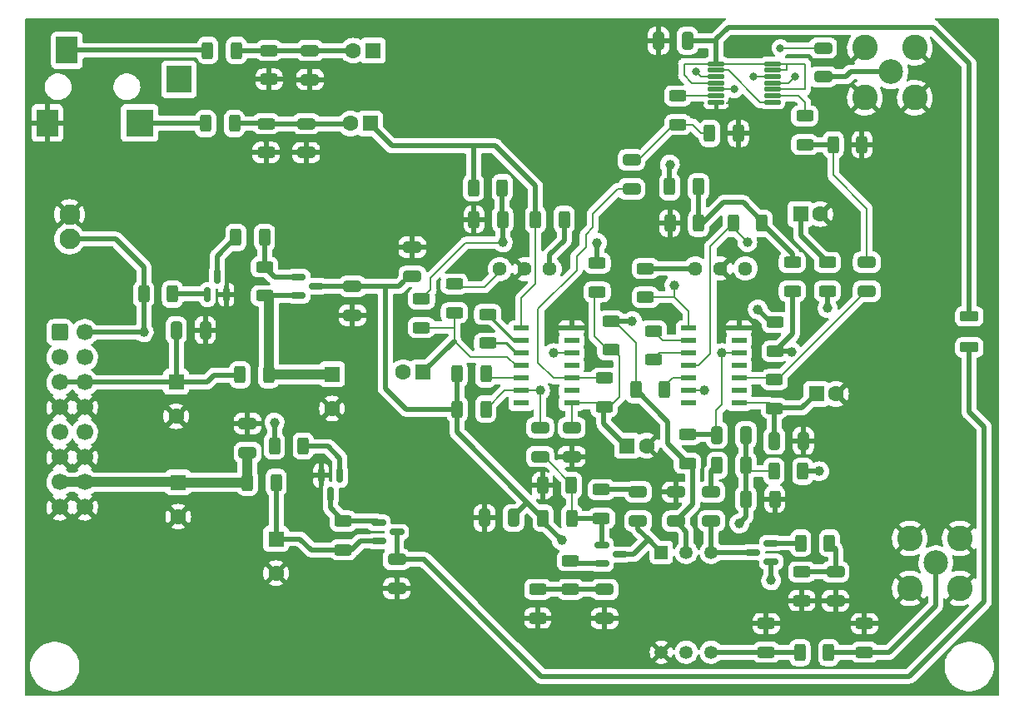
<source format=gtl>
G04 #@! TF.GenerationSoftware,KiCad,Pcbnew,6.0.10-86aedd382b~118~ubuntu20.04.1*
G04 #@! TF.CreationDate,2023-01-17T10:28:51-05:00*
G04 #@! TF.ProjectId,sdt_qse_1496,7364745f-7173-4655-9f31-3439362e6b69,2.0*
G04 #@! TF.SameCoordinates,Original*
G04 #@! TF.FileFunction,Copper,L1,Top*
G04 #@! TF.FilePolarity,Positive*
%FSLAX46Y46*%
G04 Gerber Fmt 4.6, Leading zero omitted, Abs format (unit mm)*
G04 Created by KiCad (PCBNEW 6.0.10-86aedd382b~118~ubuntu20.04.1) date 2023-01-17 10:28:51*
%MOMM*%
%LPD*%
G01*
G04 APERTURE LIST*
G04 Aperture macros list*
%AMRoundRect*
0 Rectangle with rounded corners*
0 $1 Rounding radius*
0 $2 $3 $4 $5 $6 $7 $8 $9 X,Y pos of 4 corners*
0 Add a 4 corners polygon primitive as box body*
4,1,4,$2,$3,$4,$5,$6,$7,$8,$9,$2,$3,0*
0 Add four circle primitives for the rounded corners*
1,1,$1+$1,$2,$3*
1,1,$1+$1,$4,$5*
1,1,$1+$1,$6,$7*
1,1,$1+$1,$8,$9*
0 Add four rect primitives between the rounded corners*
20,1,$1+$1,$2,$3,$4,$5,0*
20,1,$1+$1,$4,$5,$6,$7,0*
20,1,$1+$1,$6,$7,$8,$9,0*
20,1,$1+$1,$8,$9,$2,$3,0*%
G04 Aperture macros list end*
G04 #@! TA.AperFunction,ComponentPad*
%ADD10R,1.346200X1.346200*%
G04 #@! TD*
G04 #@! TA.AperFunction,ComponentPad*
%ADD11C,1.346200*%
G04 #@! TD*
G04 #@! TA.AperFunction,ComponentPad*
%ADD12RoundRect,0.250000X-0.600000X-0.600000X0.600000X-0.600000X0.600000X0.600000X-0.600000X0.600000X0*%
G04 #@! TD*
G04 #@! TA.AperFunction,ComponentPad*
%ADD13C,1.700000*%
G04 #@! TD*
G04 #@! TA.AperFunction,SMDPad,CuDef*
%ADD14R,1.600200X0.558800*%
G04 #@! TD*
G04 #@! TA.AperFunction,SMDPad,CuDef*
%ADD15RoundRect,0.250000X-0.625000X0.312500X-0.625000X-0.312500X0.625000X-0.312500X0.625000X0.312500X0*%
G04 #@! TD*
G04 #@! TA.AperFunction,SMDPad,CuDef*
%ADD16RoundRect,0.250000X-0.312500X-0.625000X0.312500X-0.625000X0.312500X0.625000X-0.312500X0.625000X0*%
G04 #@! TD*
G04 #@! TA.AperFunction,SMDPad,CuDef*
%ADD17RoundRect,0.020500X-0.764500X-0.184500X0.764500X-0.184500X0.764500X0.184500X-0.764500X0.184500X0*%
G04 #@! TD*
G04 #@! TA.AperFunction,SMDPad,CuDef*
%ADD18RoundRect,0.250000X0.325000X0.650000X-0.325000X0.650000X-0.325000X-0.650000X0.325000X-0.650000X0*%
G04 #@! TD*
G04 #@! TA.AperFunction,SMDPad,CuDef*
%ADD19RoundRect,0.250000X0.312500X0.625000X-0.312500X0.625000X-0.312500X-0.625000X0.312500X-0.625000X0*%
G04 #@! TD*
G04 #@! TA.AperFunction,SMDPad,CuDef*
%ADD20RoundRect,0.150000X-0.587500X-0.150000X0.587500X-0.150000X0.587500X0.150000X-0.587500X0.150000X0*%
G04 #@! TD*
G04 #@! TA.AperFunction,ComponentPad*
%ADD21C,2.600000*%
G04 #@! TD*
G04 #@! TA.AperFunction,ComponentPad*
%ADD22C,2.500000*%
G04 #@! TD*
G04 #@! TA.AperFunction,ComponentPad*
%ADD23R,1.600000X1.600000*%
G04 #@! TD*
G04 #@! TA.AperFunction,ComponentPad*
%ADD24C,1.600000*%
G04 #@! TD*
G04 #@! TA.AperFunction,SMDPad,CuDef*
%ADD25RoundRect,0.250000X-0.325000X-0.650000X0.325000X-0.650000X0.325000X0.650000X-0.325000X0.650000X0*%
G04 #@! TD*
G04 #@! TA.AperFunction,SMDPad,CuDef*
%ADD26RoundRect,0.150000X0.150000X-0.587500X0.150000X0.587500X-0.150000X0.587500X-0.150000X-0.587500X0*%
G04 #@! TD*
G04 #@! TA.AperFunction,SMDPad,CuDef*
%ADD27RoundRect,0.250000X-0.650000X0.325000X-0.650000X-0.325000X0.650000X-0.325000X0.650000X0.325000X0*%
G04 #@! TD*
G04 #@! TA.AperFunction,SMDPad,CuDef*
%ADD28RoundRect,0.250000X0.625000X-0.312500X0.625000X0.312500X-0.625000X0.312500X-0.625000X-0.312500X0*%
G04 #@! TD*
G04 #@! TA.AperFunction,SMDPad,CuDef*
%ADD29RoundRect,0.250000X0.700000X-0.275000X0.700000X0.275000X-0.700000X0.275000X-0.700000X-0.275000X0*%
G04 #@! TD*
G04 #@! TA.AperFunction,ComponentPad*
%ADD30C,1.440000*%
G04 #@! TD*
G04 #@! TA.AperFunction,SMDPad,CuDef*
%ADD31RoundRect,0.250000X0.650000X-0.325000X0.650000X0.325000X-0.650000X0.325000X-0.650000X-0.325000X0*%
G04 #@! TD*
G04 #@! TA.AperFunction,SMDPad,CuDef*
%ADD32R,2.200000X2.800000*%
G04 #@! TD*
G04 #@! TA.AperFunction,SMDPad,CuDef*
%ADD33R,2.800000X2.800000*%
G04 #@! TD*
G04 #@! TA.AperFunction,SMDPad,CuDef*
%ADD34R,2.600000X2.800000*%
G04 #@! TD*
G04 #@! TA.AperFunction,SMDPad,CuDef*
%ADD35RoundRect,0.150000X-0.150000X0.587500X-0.150000X-0.587500X0.150000X-0.587500X0.150000X0.587500X0*%
G04 #@! TD*
G04 #@! TA.AperFunction,ComponentPad*
%ADD36C,2.100000*%
G04 #@! TD*
G04 #@! TA.AperFunction,SMDPad,CuDef*
%ADD37RoundRect,0.150000X0.587500X0.150000X-0.587500X0.150000X-0.587500X-0.150000X0.587500X-0.150000X0*%
G04 #@! TD*
G04 #@! TA.AperFunction,ViaPad*
%ADD38C,1.000000*%
G04 #@! TD*
G04 #@! TA.AperFunction,ViaPad*
%ADD39C,0.800000*%
G04 #@! TD*
G04 #@! TA.AperFunction,Conductor*
%ADD40C,0.200000*%
G04 #@! TD*
G04 #@! TA.AperFunction,Conductor*
%ADD41C,0.500000*%
G04 #@! TD*
G04 #@! TA.AperFunction,Conductor*
%ADD42C,1.000000*%
G04 #@! TD*
G04 #@! TA.AperFunction,Conductor*
%ADD43C,0.250000*%
G04 #@! TD*
G04 APERTURE END LIST*
D10*
X160190000Y-124870000D03*
D11*
X160190000Y-135030000D03*
X162730000Y-124870000D03*
X162730000Y-135030000D03*
X165270000Y-124870000D03*
X165270000Y-135030000D03*
D12*
X99000000Y-102500000D03*
D13*
X101540000Y-102500000D03*
X99000000Y-105040000D03*
X101540000Y-105040000D03*
X99000000Y-107580000D03*
X101540000Y-107580000D03*
X99000000Y-110120000D03*
X101540000Y-110120000D03*
X99000000Y-112660000D03*
X101540000Y-112660000D03*
X99000000Y-115200000D03*
X101540000Y-115200000D03*
X99000000Y-117740000D03*
X101540000Y-117740000D03*
X99000000Y-120280000D03*
X101540000Y-120280000D03*
D14*
X151052700Y-102065000D03*
X151052700Y-103335000D03*
X151052700Y-104605000D03*
X151052700Y-105875000D03*
X151052700Y-107145000D03*
X151052700Y-108415000D03*
X151052700Y-109685000D03*
X145947300Y-109685000D03*
X145947300Y-108415000D03*
X145947300Y-107145000D03*
X145947300Y-105875000D03*
X145947300Y-104605000D03*
X145947300Y-103335000D03*
X145947300Y-102065000D03*
D15*
X174760000Y-80457500D03*
X174760000Y-83382500D03*
D16*
X139407500Y-106730000D03*
X142332500Y-106730000D03*
D17*
X165755000Y-75175000D03*
X165755000Y-75825000D03*
X165755000Y-76475000D03*
X165755000Y-77125000D03*
X165755000Y-77775000D03*
X165755000Y-78425000D03*
X165755000Y-79075000D03*
X171495000Y-79075000D03*
X171495000Y-78425000D03*
X171495000Y-77775000D03*
X171495000Y-77125000D03*
X171495000Y-76475000D03*
X171495000Y-75825000D03*
X171495000Y-75175000D03*
D18*
X162845000Y-72825000D03*
X159895000Y-72825000D03*
D19*
X180592500Y-83400000D03*
X177667500Y-83400000D03*
D20*
X131412500Y-121850000D03*
X131412500Y-123750000D03*
X133287500Y-122800000D03*
D16*
X161047850Y-91386000D03*
X163972850Y-91386000D03*
X113837500Y-81250000D03*
X116762500Y-81250000D03*
X147387500Y-91000000D03*
X150312500Y-91000000D03*
D21*
X185460000Y-123460000D03*
X190540000Y-128540000D03*
X185460000Y-128540000D03*
X190540000Y-123460000D03*
D22*
X188100000Y-125925000D03*
D16*
X141137500Y-91000000D03*
X144062500Y-91000000D03*
D23*
X121000000Y-123500000D03*
D24*
X121000000Y-127000000D03*
D25*
X165825000Y-112925000D03*
X168775000Y-112925000D03*
D21*
X180885000Y-73535000D03*
X185965000Y-73535000D03*
X185965000Y-78615000D03*
X180885000Y-78615000D03*
D22*
X183525000Y-76000000D03*
D18*
X145150000Y-121375000D03*
X142200000Y-121375000D03*
D26*
X114050000Y-98637500D03*
X115950000Y-98637500D03*
X115000000Y-96762500D03*
D27*
X161675000Y-118750000D03*
X161675000Y-121700000D03*
D19*
X141087500Y-87775000D03*
X144012500Y-87775000D03*
D28*
X171680350Y-110218500D03*
X171680350Y-107293500D03*
D29*
X191500000Y-104025000D03*
X191500000Y-100875000D03*
D23*
X130855113Y-73830000D03*
D24*
X128855113Y-73830000D03*
D15*
X153650000Y-95447500D03*
X153650000Y-98372500D03*
D16*
X118087500Y-117750000D03*
X121012500Y-117750000D03*
X171637500Y-116625000D03*
X174562500Y-116625000D03*
D23*
X110850000Y-107522349D03*
D24*
X110850000Y-111022349D03*
D27*
X151080000Y-112175000D03*
X151080000Y-115125000D03*
D15*
X119990000Y-81257500D03*
X119990000Y-84182500D03*
D23*
X156694888Y-114025000D03*
D24*
X158694888Y-114025000D03*
D28*
X162825000Y-115812500D03*
X162825000Y-112887500D03*
D19*
X151087500Y-121400000D03*
X148162500Y-121400000D03*
D27*
X133275000Y-125600000D03*
X133275000Y-128550000D03*
D28*
X147610000Y-131562500D03*
X147610000Y-128637500D03*
D15*
X154090000Y-118487500D03*
X154090000Y-121412500D03*
D28*
X171760350Y-104408500D03*
X171760350Y-101483500D03*
D15*
X159350000Y-102337500D03*
X159350000Y-105262500D03*
D19*
X177287500Y-123925000D03*
X174362500Y-123925000D03*
D28*
X155050000Y-104272500D03*
X155050000Y-101347500D03*
D15*
X177075000Y-95362500D03*
X177075000Y-98287500D03*
D27*
X165275000Y-118725000D03*
X165275000Y-121675000D03*
D30*
X143750000Y-96050000D03*
X146290000Y-96050000D03*
X148830000Y-96050000D03*
D15*
X161860000Y-78427500D03*
X161860000Y-81352500D03*
X135790000Y-99077500D03*
X135790000Y-102002500D03*
X127850000Y-121687500D03*
X127850000Y-124612500D03*
D23*
X126700000Y-106747349D03*
D24*
X126700000Y-110247349D03*
D19*
X168022500Y-82240000D03*
X165097500Y-82240000D03*
D15*
X142525000Y-100662500D03*
X142525000Y-103587500D03*
D23*
X135930113Y-106550000D03*
D24*
X133930113Y-106550000D03*
D27*
X157150000Y-84950000D03*
X157150000Y-87900000D03*
D20*
X123262500Y-96850000D03*
X123262500Y-98750000D03*
X125137500Y-97800000D03*
D15*
X173510350Y-95363500D03*
X173510350Y-98288500D03*
D31*
X177900000Y-129800000D03*
X177900000Y-126850000D03*
D27*
X124070000Y-81255000D03*
X124070000Y-84205000D03*
D28*
X174475000Y-129787500D03*
X174475000Y-126862500D03*
D31*
X154420000Y-131605000D03*
X154420000Y-128655000D03*
D28*
X158580350Y-98908500D03*
X158580350Y-95983500D03*
D19*
X163962500Y-87675000D03*
X161037500Y-87675000D03*
D23*
X111050000Y-117747349D03*
D24*
X111050000Y-121247349D03*
D27*
X147875000Y-112175000D03*
X147875000Y-115125000D03*
D15*
X180850000Y-132112500D03*
X180850000Y-135037500D03*
D32*
X97737500Y-81200000D03*
D33*
X107137500Y-81200000D03*
D32*
X99737500Y-73800000D03*
D34*
X111137500Y-76750000D03*
D35*
X127500000Y-117062500D03*
X125600000Y-117062500D03*
X126550000Y-118937500D03*
D19*
X171712500Y-119475000D03*
X168787500Y-119475000D03*
D28*
X139140000Y-100492500D03*
X139140000Y-97567500D03*
D31*
X134850000Y-96780112D03*
X134850000Y-93830112D03*
D25*
X171669350Y-113538000D03*
X174619350Y-113538000D03*
D31*
X176650000Y-76500000D03*
X176650000Y-73550000D03*
D28*
X150940000Y-128642500D03*
X150940000Y-125717500D03*
D16*
X120837500Y-114050000D03*
X123762500Y-114050000D03*
D25*
X110850000Y-102275000D03*
X113800000Y-102275000D03*
D16*
X174287500Y-135075000D03*
X177212500Y-135075000D03*
X148112500Y-118075000D03*
X151037500Y-118075000D03*
D27*
X128775000Y-97800000D03*
X128775000Y-100750000D03*
D16*
X157587850Y-108326000D03*
X160512850Y-108326000D03*
D27*
X124454887Y-73815000D03*
X124454887Y-76765000D03*
D15*
X120294887Y-73807500D03*
X120294887Y-76732500D03*
D16*
X165862500Y-116025000D03*
X168787500Y-116025000D03*
D23*
X175950000Y-108750000D03*
D24*
X177950000Y-108750000D03*
D16*
X114052387Y-73810000D03*
X116977387Y-73810000D03*
D19*
X120262500Y-106800000D03*
X117337500Y-106800000D03*
D16*
X107537500Y-98600000D03*
X110462500Y-98600000D03*
X139412500Y-110300000D03*
X142337500Y-110300000D03*
D20*
X154112500Y-124125000D03*
X154112500Y-126025000D03*
X155987500Y-125075000D03*
D36*
X100000000Y-93000000D03*
X100000000Y-90500000D03*
D16*
X116912500Y-92825000D03*
X119837500Y-92825000D03*
D27*
X157820000Y-118720000D03*
X157820000Y-121670000D03*
D37*
X171362500Y-125825000D03*
X171362500Y-123925000D03*
X169487500Y-124875000D03*
D15*
X119825000Y-95837500D03*
X119825000Y-98762500D03*
D19*
X170412500Y-91400000D03*
X167487500Y-91400000D03*
D14*
X162972300Y-102065000D03*
X162972300Y-103335000D03*
X162972300Y-104605000D03*
X162972300Y-105875000D03*
X162972300Y-107145000D03*
X162972300Y-108415000D03*
X162972300Y-109685000D03*
X168077700Y-109685000D03*
X168077700Y-108415000D03*
X168077700Y-107145000D03*
X168077700Y-105875000D03*
X168077700Y-104605000D03*
X168077700Y-103335000D03*
X168077700Y-102065000D03*
D31*
X118100000Y-114725000D03*
X118100000Y-111775000D03*
D23*
X130565113Y-81250000D03*
D24*
X128565113Y-81250000D03*
D15*
X170850000Y-132112500D03*
X170850000Y-135037500D03*
D27*
X181075000Y-95350000D03*
X181075000Y-98300000D03*
D23*
X174344887Y-90450000D03*
D24*
X176344887Y-90450000D03*
D28*
X154360000Y-110082500D03*
X154360000Y-107157500D03*
D30*
X168740350Y-95986000D03*
X166200350Y-95986000D03*
X163660350Y-95986000D03*
D38*
X147750000Y-77875000D03*
X154075000Y-85950000D03*
X159200000Y-89300000D03*
X156425000Y-78300000D03*
X131425000Y-96225000D03*
X139525000Y-85050000D03*
X116250000Y-116025000D03*
X130475000Y-102325000D03*
X137650000Y-111825000D03*
X171900000Y-89850000D03*
X139225000Y-71775000D03*
X142500000Y-78350000D03*
X152000000Y-91150000D03*
X191250000Y-112550000D03*
X161250000Y-76650000D03*
X154150000Y-80650000D03*
X161300000Y-83325000D03*
X181800000Y-88875000D03*
X176275000Y-104675000D03*
X173600000Y-107250000D03*
X154250000Y-116100000D03*
X166300000Y-102925000D03*
X151125000Y-99800000D03*
X167125000Y-94150000D03*
X179575000Y-93275000D03*
X165700000Y-88100000D03*
X160225000Y-93900000D03*
X155525000Y-99575000D03*
X154625000Y-92025000D03*
X181100000Y-100300000D03*
X175300000Y-101200000D03*
X176250000Y-114750000D03*
X177700000Y-119650000D03*
X174875000Y-120725000D03*
X170200000Y-121150000D03*
X160775000Y-115675000D03*
X153000000Y-111525000D03*
X146100000Y-116675000D03*
X145175000Y-111125000D03*
X142350000Y-113425000D03*
X134850000Y-123975000D03*
X148700000Y-124650000D03*
X148575000Y-135975000D03*
X168500000Y-131675000D03*
X162750000Y-127125000D03*
X173450000Y-104450000D03*
X177100000Y-100025000D03*
X168925000Y-93300000D03*
X157225000Y-101350000D03*
X170000000Y-100150000D03*
X176250000Y-116625000D03*
X153650000Y-93375000D03*
X144050000Y-93350000D03*
X161525000Y-97700000D03*
X150050000Y-123650000D03*
D39*
X172300000Y-73570000D03*
X173750000Y-76500000D03*
X163675000Y-75925000D03*
D38*
X168500000Y-79675000D03*
X189750000Y-83450000D03*
X175850000Y-85250000D03*
X192850000Y-83450000D03*
X102875000Y-137750000D03*
X96800000Y-72090000D03*
X123800000Y-119625000D03*
X191490000Y-72530000D03*
X128475000Y-119500000D03*
X192990000Y-109980000D03*
X140350000Y-131950000D03*
X97750000Y-84325000D03*
X192875000Y-89975000D03*
X107500000Y-93600000D03*
X157780000Y-71550000D03*
X187925000Y-138050000D03*
X121000000Y-108950000D03*
X118600000Y-102540000D03*
X149025000Y-103025000D03*
X189800000Y-89975000D03*
X105075000Y-95775000D03*
X157925000Y-138775000D03*
X96400000Y-122625000D03*
X97175000Y-132475000D03*
X104400000Y-71675000D03*
X116125000Y-109375000D03*
X176525000Y-78525000D03*
X107537500Y-102500000D03*
X120850000Y-111650000D03*
X164575000Y-108425000D03*
X147850000Y-108410000D03*
X166375000Y-104600000D03*
X149205000Y-104605000D03*
X171350000Y-127725000D03*
X168125000Y-121925000D03*
D39*
X169575000Y-76475000D03*
X167600000Y-77775000D03*
D38*
X161050000Y-85400000D03*
D40*
X157150000Y-87900000D02*
X155725000Y-87900000D01*
X155725000Y-87900000D02*
X153225000Y-90400000D01*
X153225000Y-90400000D02*
X153225000Y-91825000D01*
X151561249Y-94761249D02*
X151561249Y-96163751D01*
X153225000Y-91825000D02*
X152500000Y-92550000D01*
X152500000Y-92550000D02*
X152500000Y-93822498D01*
X152500000Y-93822498D02*
X151561249Y-94761249D01*
X151561249Y-96163751D02*
X147650000Y-100075000D01*
X147650000Y-100075000D02*
X147650000Y-105600000D01*
X147650000Y-105600000D02*
X149195000Y-107145000D01*
X149195000Y-107145000D02*
X151052700Y-107145000D01*
D41*
X148162500Y-121400000D02*
X146556250Y-119793750D01*
X146556250Y-119793750D02*
X139412500Y-112650000D01*
X145150000Y-121200000D02*
X146556250Y-119793750D01*
X173408500Y-104408500D02*
X173450000Y-104450000D01*
X171760350Y-104408500D02*
X173408500Y-104408500D01*
X171760350Y-104408500D02*
X173510350Y-102658500D01*
X173510350Y-102658500D02*
X173510350Y-98288500D01*
X177075000Y-100000000D02*
X177100000Y-100025000D01*
X177075000Y-98287500D02*
X177075000Y-100000000D01*
D40*
X167487500Y-91400000D02*
X167487500Y-91862500D01*
X167487500Y-91862500D02*
X168925000Y-93300000D01*
D41*
X171760350Y-101483500D02*
X171333500Y-101483500D01*
X171333500Y-101483500D02*
X170000000Y-100150000D01*
X157225000Y-101350000D02*
X155052500Y-101350000D01*
X155052500Y-101350000D02*
X155050000Y-101347500D01*
X174562500Y-116625000D02*
X176250000Y-116625000D01*
X171680350Y-110218500D02*
X171680350Y-113527000D01*
D40*
X171680350Y-113527000D02*
X171669350Y-113538000D01*
D41*
X163375000Y-120000000D02*
X163375000Y-116362500D01*
X163375000Y-116362500D02*
X162825000Y-115812500D01*
X161675000Y-121700000D02*
X163375000Y-120000000D01*
X161018750Y-114006250D02*
X162825000Y-115812500D01*
X160825000Y-113812500D02*
X160825000Y-111563150D01*
X161018750Y-114006250D02*
X160825000Y-113812500D01*
X160825000Y-111563150D02*
X157587850Y-108326000D01*
D40*
X155900000Y-101850000D02*
X155552500Y-101850000D01*
X155552500Y-101850000D02*
X155050000Y-101347500D01*
X157587850Y-108326000D02*
X157587850Y-103537850D01*
X157587850Y-103537850D02*
X155900000Y-101850000D01*
X154772500Y-104272500D02*
X153375000Y-102875000D01*
X155050000Y-104272500D02*
X154772500Y-104272500D01*
X153375000Y-102875000D02*
X153375000Y-98647500D01*
X153375000Y-98647500D02*
X153650000Y-98372500D01*
X155050000Y-104272500D02*
X155297500Y-104272500D01*
X155297500Y-104272500D02*
X155900000Y-104875000D01*
X155900000Y-104875000D02*
X155900000Y-109100000D01*
X155900000Y-109100000D02*
X154917500Y-110082500D01*
X154917500Y-110082500D02*
X154360000Y-110082500D01*
X151052700Y-107145000D02*
X152705000Y-107145000D01*
X152705000Y-107145000D02*
X154347500Y-107145000D01*
D41*
X168787500Y-119475000D02*
X168787500Y-121262500D01*
X168787500Y-121262500D02*
X168125000Y-121925000D01*
D40*
X162972300Y-107145000D02*
X161355000Y-107145000D01*
X161355000Y-107145000D02*
X160512850Y-107987150D01*
X160512850Y-107987150D02*
X160512850Y-108326000D01*
X136725000Y-96925000D02*
X140287500Y-93362500D01*
X140287500Y-93362500D02*
X144037500Y-93362500D01*
X144037500Y-93362500D02*
X144050000Y-93350000D01*
D41*
X153650000Y-93375000D02*
X153650000Y-95447500D01*
X144062500Y-91000000D02*
X144062500Y-93337500D01*
X144062500Y-93337500D02*
X144050000Y-93350000D01*
X156575000Y-114025000D02*
X154350000Y-111800000D01*
X156694888Y-114025000D02*
X156575000Y-114025000D01*
X154350000Y-111800000D02*
X154350000Y-110092500D01*
X154350000Y-110092500D02*
X154360000Y-110082500D01*
D40*
X148725000Y-115600000D02*
X151037500Y-117912500D01*
X151037500Y-117912500D02*
X151037500Y-118075000D01*
X147875000Y-115125000D02*
X148350000Y-115600000D01*
X148350000Y-115600000D02*
X148725000Y-115600000D01*
D41*
X154090000Y-121412500D02*
X151100000Y-121412500D01*
X151100000Y-121412500D02*
X151087500Y-121400000D01*
X173510350Y-95363500D02*
X173510350Y-94497850D01*
X173510350Y-94497850D02*
X170412500Y-91400000D01*
D40*
X161525000Y-98925000D02*
X161525000Y-97700000D01*
D41*
X170412500Y-91162500D02*
X168525000Y-89275000D01*
X170412500Y-91400000D02*
X170412500Y-91162500D01*
X168525000Y-89275000D02*
X166500000Y-89275000D01*
X163972850Y-91386000D02*
X164389000Y-91386000D01*
X164389000Y-91386000D02*
X166500000Y-89275000D01*
X158580350Y-95983500D02*
X158582850Y-95986000D01*
X158582850Y-95986000D02*
X163660350Y-95986000D01*
D40*
X145947300Y-102065000D02*
X145947300Y-99002700D01*
X145947300Y-99002700D02*
X147387500Y-97562500D01*
X147387500Y-97562500D02*
X147387500Y-91000000D01*
X162972300Y-105875000D02*
X163968629Y-105875000D01*
X163968629Y-105875000D02*
X165180350Y-104663279D01*
X165180350Y-104663279D02*
X165180350Y-93707150D01*
X165180350Y-93707150D02*
X167487500Y-91400000D01*
X171680350Y-107293500D02*
X172006500Y-107293500D01*
X172006500Y-107293500D02*
X181000000Y-98300000D01*
X181000000Y-98300000D02*
X181075000Y-98300000D01*
D41*
X173175000Y-110200000D02*
X171698850Y-110200000D01*
X174500000Y-110200000D02*
X173175000Y-110200000D01*
X175950000Y-108750000D02*
X174500000Y-110200000D01*
X171698850Y-110200000D02*
X171680350Y-110218500D01*
D40*
X168077700Y-109685000D02*
X171146850Y-109685000D01*
X171146850Y-109685000D02*
X171680350Y-110218500D01*
X168077700Y-107145000D02*
X171531850Y-107145000D01*
X171531850Y-107145000D02*
X171680350Y-107293500D01*
D41*
X174344887Y-90450000D02*
X174344887Y-92632387D01*
X174344887Y-92632387D02*
X177075000Y-95362500D01*
X143325000Y-83525000D02*
X141050000Y-83525000D01*
X141050000Y-83525000D02*
X132775000Y-83525000D01*
X141087500Y-87775000D02*
X141087500Y-83562500D01*
X141087500Y-83562500D02*
X141050000Y-83525000D01*
X144012500Y-87775000D02*
X144012500Y-90950000D01*
X144012500Y-90950000D02*
X144062500Y-91000000D01*
X147387500Y-91000000D02*
X147387500Y-87587500D01*
X147387500Y-87587500D02*
X143325000Y-83525000D01*
X130565113Y-81315113D02*
X132775000Y-83525000D01*
D40*
X135790000Y-99077500D02*
X136725000Y-98142500D01*
X136725000Y-98142500D02*
X136725000Y-96925000D01*
D41*
X134225000Y-110300000D02*
X139412500Y-110300000D01*
X132125000Y-97825000D02*
X132125000Y-107775000D01*
X134225000Y-110300000D02*
X132125000Y-108200000D01*
X132125000Y-108200000D02*
X132125000Y-107775000D01*
X135930113Y-106550000D02*
X135950000Y-106550000D01*
X135950000Y-106550000D02*
X139125000Y-103375000D01*
D40*
X171637500Y-116625000D02*
X169387500Y-116625000D01*
D41*
X168787500Y-116025000D02*
X168787500Y-119475000D01*
X148162500Y-121400000D02*
X148162500Y-121762500D01*
X148162500Y-121762500D02*
X150050000Y-123650000D01*
D40*
X175805000Y-73570000D02*
X175830000Y-73545000D01*
X172300000Y-73570000D02*
X175805000Y-73570000D01*
X171495000Y-77125000D02*
X173125000Y-77125000D01*
X165755000Y-76475000D02*
X164225000Y-76475000D01*
X164225000Y-76475000D02*
X163675000Y-75925000D01*
X173125000Y-77125000D02*
X173750000Y-76500000D01*
X161860000Y-81352500D02*
X161447500Y-81352500D01*
X164240000Y-82230000D02*
X165087500Y-82230000D01*
X157850000Y-84950000D02*
X157150000Y-84950000D01*
X163360000Y-81350000D02*
X164240000Y-82230000D01*
X161862500Y-81350000D02*
X163360000Y-81350000D01*
X161447500Y-81352500D02*
X157850000Y-84950000D01*
X161860000Y-81352500D02*
X161862500Y-81350000D01*
X154347500Y-107145000D02*
X154360000Y-107157500D01*
X181075000Y-95350000D02*
X181075000Y-89900000D01*
D41*
X174760000Y-83382500D02*
X177650000Y-83382500D01*
D40*
X177667500Y-86492500D02*
X177667500Y-83400000D01*
X181075000Y-89900000D02*
X177667500Y-86492500D01*
D41*
X130565113Y-81250000D02*
X130565113Y-81315113D01*
D42*
X120262500Y-99200000D02*
X119825000Y-98762500D01*
D41*
X123250000Y-98762500D02*
X123262500Y-98750000D01*
D42*
X120262500Y-106800000D02*
X120262500Y-99200000D01*
X120262500Y-106800000D02*
X126647349Y-106800000D01*
D41*
X119825000Y-98762500D02*
X123250000Y-98762500D01*
D42*
X126647349Y-106800000D02*
X126700000Y-106747349D01*
D41*
X124562500Y-124612500D02*
X123450000Y-123500000D01*
X121012500Y-117750000D02*
X121000000Y-117762500D01*
X127850000Y-124612500D02*
X128687500Y-124612500D01*
X128687500Y-124612500D02*
X129550000Y-123750000D01*
X129550000Y-123750000D02*
X131412500Y-123750000D01*
X121000000Y-117762500D02*
X121000000Y-123500000D01*
X127850000Y-124612500D02*
X124562500Y-124612500D01*
X123450000Y-123500000D02*
X121000000Y-123500000D01*
X114002651Y-107522349D02*
X114700000Y-106825000D01*
X101540000Y-107580000D02*
X110792349Y-107580000D01*
X114700000Y-106825000D02*
X117312500Y-106825000D01*
X110792349Y-107580000D02*
X110850000Y-107522349D01*
X99000000Y-107580000D02*
X101540000Y-107580000D01*
X117312500Y-106825000D02*
X117337500Y-106800000D01*
X110850000Y-107522349D02*
X110850000Y-102275000D01*
X110850000Y-107522349D02*
X114002651Y-107522349D01*
D42*
X118087500Y-117750000D02*
X118087500Y-114737500D01*
X99000000Y-117740000D02*
X101540000Y-117740000D01*
X111042651Y-117740000D02*
X111050000Y-117747349D01*
X101540000Y-117740000D02*
X111042651Y-117740000D01*
X118084849Y-117747349D02*
X118087500Y-117750000D01*
X118087500Y-114737500D02*
X118100000Y-114725000D01*
X111050000Y-117747349D02*
X118084849Y-117747349D01*
D41*
X104700000Y-93000000D02*
X107550000Y-95850000D01*
X100000000Y-93000000D02*
X104700000Y-93000000D01*
X120837500Y-114050000D02*
X120837500Y-111662500D01*
X107550000Y-98587500D02*
X107537500Y-98600000D01*
X101540000Y-102500000D02*
X107537500Y-102500000D01*
X107550000Y-95850000D02*
X107550000Y-98587500D01*
X107537500Y-102500000D02*
X107537500Y-98600000D01*
X120837500Y-111662500D02*
X120850000Y-111650000D01*
X110462500Y-98600000D02*
X114012500Y-98600000D01*
X114012500Y-98600000D02*
X114050000Y-98637500D01*
X115000000Y-94737500D02*
X116912500Y-92825000D01*
X115000000Y-96762500D02*
X115000000Y-94737500D01*
X123812500Y-114100000D02*
X123762500Y-114050000D01*
X127500000Y-117062500D02*
X127500000Y-115300000D01*
X126300000Y-114100000D02*
X123812500Y-114100000D01*
X127500000Y-115300000D02*
X126300000Y-114100000D01*
X126550000Y-120350000D02*
X126550000Y-118937500D01*
X127850000Y-121687500D02*
X127850000Y-121650000D01*
X127850000Y-121687500D02*
X131250000Y-121687500D01*
X131250000Y-121687500D02*
X131412500Y-121850000D01*
X127850000Y-121650000D02*
X126550000Y-120350000D01*
X119837500Y-92825000D02*
X119837500Y-95825000D01*
X119837500Y-95825000D02*
X119825000Y-95837500D01*
X120837500Y-96850000D02*
X119825000Y-95837500D01*
X123262500Y-96850000D02*
X120837500Y-96850000D01*
D40*
X174800000Y-75175000D02*
X174800000Y-77775000D01*
D41*
X165750000Y-75170000D02*
X165755000Y-75170000D01*
X191500000Y-75150000D02*
X187800000Y-71450000D01*
D40*
X162500000Y-76325000D02*
X163300000Y-77125000D01*
X171495000Y-75825000D02*
X172950000Y-75825000D01*
X172950000Y-75175000D02*
X174800000Y-75175000D01*
X174800000Y-77775000D02*
X171495000Y-77775000D01*
D41*
X191500000Y-100875000D02*
X191500000Y-75150000D01*
X162845000Y-72825000D02*
X165600000Y-72825000D01*
D40*
X171495000Y-75175000D02*
X172950000Y-75175000D01*
X172950000Y-75825000D02*
X172950000Y-75175000D01*
D41*
X165750000Y-72675000D02*
X165750000Y-75170000D01*
D40*
X165755000Y-75175000D02*
X171495000Y-75175000D01*
X163300000Y-77125000D02*
X165755000Y-77125000D01*
D41*
X187800000Y-71450000D02*
X166975000Y-71450000D01*
X166975000Y-71450000D02*
X165750000Y-72675000D01*
D40*
X165755000Y-75175000D02*
X162500000Y-75175000D01*
X162500000Y-75175000D02*
X162500000Y-76325000D01*
D43*
X142525000Y-103587500D02*
X144409100Y-103587500D01*
X145426600Y-104605000D02*
X145947300Y-104605000D01*
X144409100Y-103587500D02*
X145426600Y-104605000D01*
D40*
X151052700Y-112147700D02*
X151052700Y-109685000D01*
X153962500Y-109685000D02*
X154360000Y-110082500D01*
X151080000Y-112175000D02*
X151052700Y-112147700D01*
X151052700Y-109685000D02*
X153962500Y-109685000D01*
X174770000Y-80447500D02*
X174760000Y-80457500D01*
X174125000Y-78425000D02*
X174770000Y-79070000D01*
X174770000Y-79070000D02*
X174770000Y-80447500D01*
X171495000Y-78425000D02*
X174125000Y-78425000D01*
X161862500Y-78425000D02*
X161860000Y-78427500D01*
X165755000Y-78425000D02*
X161862500Y-78425000D01*
X147850000Y-112150000D02*
X147850000Y-108410000D01*
X147845000Y-108415000D02*
X147850000Y-108410000D01*
X164565000Y-108415000D02*
X164575000Y-108425000D01*
X144222500Y-108415000D02*
X142337500Y-110300000D01*
X145947300Y-108415000D02*
X147845000Y-108415000D01*
X145947300Y-108415000D02*
X144222500Y-108415000D01*
X147875000Y-112175000D02*
X147850000Y-112150000D01*
X162972300Y-108415000D02*
X164565000Y-108415000D01*
D41*
X154112500Y-124125000D02*
X154112500Y-121435000D01*
D40*
X151075000Y-121387500D02*
X151075000Y-118425000D01*
D41*
X154112500Y-121435000D02*
X154090000Y-121412500D01*
D40*
X151087500Y-121400000D02*
X151075000Y-121387500D01*
X165775000Y-112875000D02*
X165825000Y-112925000D01*
X168077700Y-104605000D02*
X166380000Y-104605000D01*
X165775000Y-110450000D02*
X165775000Y-112875000D01*
X151052700Y-104605000D02*
X149205000Y-104605000D01*
X166375000Y-104600000D02*
X166375000Y-109850000D01*
D41*
X162825000Y-112887500D02*
X165787500Y-112887500D01*
D40*
X166375000Y-109850000D02*
X165775000Y-110450000D01*
X166380000Y-104605000D02*
X166375000Y-104600000D01*
D41*
X168787500Y-116025000D02*
X168787500Y-112937500D01*
X168787500Y-112937500D02*
X168775000Y-112925000D01*
X171362500Y-127712500D02*
X171350000Y-127725000D01*
X171362500Y-125825000D02*
X171362500Y-127712500D01*
X155987500Y-125075000D02*
X157400000Y-125075000D01*
X158897500Y-123577500D02*
X160190000Y-124870000D01*
X157400000Y-125075000D02*
X158897500Y-123577500D01*
X157820000Y-122500000D02*
X158897500Y-123577500D01*
X157820000Y-121670000D02*
X157820000Y-122500000D01*
X116977387Y-73810000D02*
X120292387Y-73810000D01*
X124447387Y-73807500D02*
X124454887Y-73815000D01*
X120294887Y-73807500D02*
X124447387Y-73807500D01*
X124454887Y-73815000D02*
X128840113Y-73815000D01*
X120292387Y-73810000D02*
X120294887Y-73807500D01*
X128840113Y-73815000D02*
X128855113Y-73830000D01*
X174250000Y-135037500D02*
X174287500Y-135075000D01*
X170842500Y-135030000D02*
X170850000Y-135037500D01*
X165270000Y-135030000D02*
X170842500Y-135030000D01*
X170850000Y-135037500D02*
X174250000Y-135037500D01*
D40*
X166975000Y-75825000D02*
X170225000Y-79075000D01*
X165755000Y-75825000D02*
X166975000Y-75825000D01*
X170225000Y-79075000D02*
X171495000Y-79075000D01*
X167600000Y-77775000D02*
X165755000Y-77775000D01*
X171495000Y-76475000D02*
X169575000Y-76475000D01*
D41*
X165270000Y-121680000D02*
X165275000Y-121675000D01*
X165270000Y-124870000D02*
X165270000Y-121680000D01*
X169487500Y-124875000D02*
X165275000Y-124875000D01*
X165275000Y-124875000D02*
X165270000Y-124870000D01*
D40*
X162972300Y-100372300D02*
X161525000Y-98925000D01*
X162972300Y-102065000D02*
X162972300Y-100372300D01*
D41*
X161037500Y-85412500D02*
X161050000Y-85400000D01*
D40*
X161525000Y-98925000D02*
X158596850Y-98925000D01*
D41*
X161037500Y-87675000D02*
X161037500Y-85412500D01*
D40*
X158596850Y-98925000D02*
X158580350Y-98908500D01*
D41*
X147610000Y-128637500D02*
X150935000Y-128637500D01*
X150952500Y-128655000D02*
X150940000Y-128642500D01*
X154420000Y-128655000D02*
X150952500Y-128655000D01*
X150935000Y-128637500D02*
X150940000Y-128642500D01*
X174487500Y-126850000D02*
X174475000Y-126862500D01*
X177900000Y-124537500D02*
X177287500Y-123925000D01*
X177900000Y-126850000D02*
X174487500Y-126850000D01*
X177900000Y-126850000D02*
X177900000Y-124537500D01*
X178955000Y-76495000D02*
X179450000Y-76000000D01*
X179450000Y-76000000D02*
X183525000Y-76000000D01*
X178955000Y-76495000D02*
X176655000Y-76495000D01*
X176655000Y-76495000D02*
X176650000Y-76500000D01*
X154090000Y-118487500D02*
X157587500Y-118487500D01*
X157587500Y-118487500D02*
X157820000Y-118720000D01*
X165275000Y-118725000D02*
X165275000Y-116612500D01*
X165275000Y-116612500D02*
X165862500Y-116025000D01*
X114042387Y-73800000D02*
X114052387Y-73810000D01*
X99737500Y-73800000D02*
X114042387Y-73800000D01*
X113837500Y-81250000D02*
X113787500Y-81200000D01*
X113787500Y-81200000D02*
X107137500Y-81200000D01*
X154112500Y-126025000D02*
X151247500Y-126025000D01*
X151247500Y-126025000D02*
X150940000Y-125717500D01*
X174362500Y-123925000D02*
X171362500Y-123925000D01*
X148830000Y-94620000D02*
X150300000Y-93150000D01*
X150300000Y-91012500D02*
X150312500Y-91000000D01*
X148830000Y-96050000D02*
X148830000Y-94620000D01*
X150300000Y-93150000D02*
X150300000Y-91012500D01*
X183337500Y-135037500D02*
X188075000Y-130300000D01*
X180850000Y-135037500D02*
X183337500Y-135037500D01*
X188100000Y-128374874D02*
X188075000Y-128399874D01*
X188100000Y-125925000D02*
X188100000Y-128374874D01*
X180812500Y-135075000D02*
X180850000Y-135037500D01*
X177212500Y-135075000D02*
X180812500Y-135075000D01*
X188075000Y-128399874D02*
X188075000Y-130300000D01*
D40*
X138300000Y-97912500D02*
X142162500Y-97912500D01*
X143750000Y-96325000D02*
X143750000Y-96050000D01*
X142162500Y-97912500D02*
X143750000Y-96325000D01*
D41*
X162730000Y-122755000D02*
X161675000Y-121700000D01*
X128775000Y-97800000D02*
X128800000Y-97825000D01*
X132125000Y-97825000D02*
X133500000Y-97825000D01*
X128800000Y-97825000D02*
X132125000Y-97825000D01*
X125137500Y-97800000D02*
X128775000Y-97800000D01*
X139407500Y-110295000D02*
X139412500Y-110300000D01*
X133500000Y-97825000D02*
X134025000Y-97300000D01*
X139407500Y-106730000D02*
X139407500Y-110295000D01*
X139412500Y-110300000D02*
X139412500Y-112650000D01*
X162730000Y-124870000D02*
X162730000Y-122755000D01*
D43*
X145197500Y-103335000D02*
X145947300Y-103335000D01*
X142525000Y-100662500D02*
X145197500Y-103335000D01*
D41*
X124067500Y-81257500D02*
X124070000Y-81255000D01*
X119982500Y-81250000D02*
X119990000Y-81257500D01*
X124070000Y-81255000D02*
X128560113Y-81255000D01*
X119990000Y-81257500D02*
X124067500Y-81257500D01*
X116762500Y-81250000D02*
X119982500Y-81250000D01*
X128560113Y-81255000D02*
X128565113Y-81250000D01*
D40*
X144526600Y-104975000D02*
X140725000Y-104975000D01*
X139102500Y-102002500D02*
X139140000Y-101965000D01*
X145426600Y-105875000D02*
X144526600Y-104975000D01*
X139125000Y-103375000D02*
X139140000Y-103360000D01*
X135790000Y-102002500D02*
X139102500Y-102002500D01*
X139140000Y-101965000D02*
X139140000Y-100492500D01*
X140725000Y-104975000D02*
X139125000Y-103375000D01*
X139140000Y-103360000D02*
X139140000Y-101965000D01*
X145947300Y-105875000D02*
X145426600Y-105875000D01*
D41*
X163972850Y-87685350D02*
X163962500Y-87675000D01*
X163972850Y-91386000D02*
X163972850Y-87685350D01*
D40*
X142747500Y-107145000D02*
X145947300Y-107145000D01*
X142332500Y-106730000D02*
X142747500Y-107145000D01*
D41*
X136131250Y-125643750D02*
X147962500Y-137475000D01*
X193025000Y-112125000D02*
X191500000Y-110600000D01*
X191500000Y-110600000D02*
X191500000Y-104025000D01*
X193025000Y-129875000D02*
X193025000Y-112125000D01*
X133275000Y-125600000D02*
X136087500Y-125600000D01*
X136087500Y-125600000D02*
X136131250Y-125643750D01*
X185425000Y-137475000D02*
X193025000Y-129875000D01*
X147962500Y-137475000D02*
X185425000Y-137475000D01*
X133275000Y-125600000D02*
X133275000Y-122812500D01*
X133275000Y-122812500D02*
X133287500Y-122800000D01*
D40*
X160347500Y-103335000D02*
X159350000Y-102337500D01*
X162972300Y-103335000D02*
X160347500Y-103335000D01*
X159350000Y-105262500D02*
X160007500Y-104605000D01*
X160007500Y-104605000D02*
X162972300Y-104605000D01*
G04 #@! TA.AperFunction,Conductor*
G36*
X166690345Y-70528502D02*
G01*
X166736838Y-70582158D01*
X166746942Y-70652432D01*
X166717448Y-70717012D01*
X166669883Y-70748520D01*
X166670719Y-70750346D01*
X166664066Y-70753392D01*
X166657101Y-70755648D01*
X166650846Y-70759444D01*
X166645387Y-70761943D01*
X166639939Y-70764671D01*
X166633063Y-70767167D01*
X166572010Y-70807195D01*
X166568337Y-70809513D01*
X166505893Y-70847405D01*
X166497517Y-70854802D01*
X166497493Y-70854775D01*
X166494499Y-70857430D01*
X166491268Y-70860132D01*
X166485148Y-70864144D01*
X166455951Y-70894965D01*
X166431872Y-70920383D01*
X166429494Y-70922825D01*
X165322724Y-72029595D01*
X165260412Y-72063621D01*
X165233629Y-72066500D01*
X164024219Y-72066500D01*
X163956098Y-72046498D01*
X163909605Y-71992842D01*
X163904695Y-71980376D01*
X163877298Y-71898255D01*
X163861550Y-71851054D01*
X163768478Y-71700652D01*
X163643303Y-71575695D01*
X163637072Y-71571854D01*
X163498968Y-71486725D01*
X163498966Y-71486724D01*
X163492738Y-71482885D01*
X163412995Y-71456436D01*
X163331389Y-71429368D01*
X163331387Y-71429368D01*
X163324861Y-71427203D01*
X163318025Y-71426503D01*
X163318022Y-71426502D01*
X163274969Y-71422091D01*
X163220400Y-71416500D01*
X162469600Y-71416500D01*
X162466354Y-71416837D01*
X162466350Y-71416837D01*
X162370692Y-71426762D01*
X162370688Y-71426763D01*
X162363834Y-71427474D01*
X162357298Y-71429655D01*
X162357296Y-71429655D01*
X162340928Y-71435116D01*
X162196054Y-71483450D01*
X162045652Y-71576522D01*
X161920695Y-71701697D01*
X161827885Y-71852262D01*
X161772203Y-72020139D01*
X161771503Y-72026975D01*
X161771502Y-72026978D01*
X161769502Y-72046498D01*
X161761500Y-72124600D01*
X161761500Y-73525400D01*
X161761837Y-73528646D01*
X161761837Y-73528650D01*
X161771752Y-73624206D01*
X161772474Y-73631166D01*
X161774655Y-73637702D01*
X161774655Y-73637704D01*
X161785374Y-73669833D01*
X161828450Y-73798946D01*
X161921522Y-73949348D01*
X162046697Y-74074305D01*
X162052927Y-74078145D01*
X162052928Y-74078146D01*
X162190288Y-74162816D01*
X162197262Y-74167115D01*
X162268643Y-74190791D01*
X162358611Y-74220632D01*
X162358613Y-74220632D01*
X162365139Y-74222797D01*
X162371975Y-74223497D01*
X162371978Y-74223498D01*
X162415031Y-74227909D01*
X162469600Y-74233500D01*
X163220400Y-74233500D01*
X163223646Y-74233163D01*
X163223650Y-74233163D01*
X163319308Y-74223238D01*
X163319312Y-74223237D01*
X163326166Y-74222526D01*
X163332702Y-74220345D01*
X163332704Y-74220345D01*
X163464806Y-74176272D01*
X163493946Y-74166550D01*
X163644348Y-74073478D01*
X163769305Y-73948303D01*
X163777338Y-73935271D01*
X163858275Y-73803968D01*
X163858276Y-73803966D01*
X163862115Y-73797738D01*
X163904539Y-73669833D01*
X163944969Y-73611473D01*
X164010534Y-73584236D01*
X164024132Y-73583500D01*
X164865500Y-73583500D01*
X164933621Y-73603502D01*
X164980114Y-73657158D01*
X164991500Y-73709500D01*
X164991500Y-74344735D01*
X164971498Y-74412856D01*
X164917842Y-74459349D01*
X164880634Y-74469823D01*
X164863130Y-74471941D01*
X164855607Y-74474919D01*
X164855605Y-74474920D01*
X164820927Y-74488650D01*
X164728371Y-74525295D01*
X164707860Y-74540864D01*
X164641508Y-74566116D01*
X164631682Y-74566500D01*
X162548143Y-74566500D01*
X162531697Y-74565422D01*
X162508188Y-74562327D01*
X162500000Y-74561249D01*
X162390682Y-74575641D01*
X162368951Y-74578502D01*
X162341150Y-74582162D01*
X162193125Y-74643476D01*
X162143531Y-74681531D01*
X162072566Y-74735984D01*
X162072564Y-74735986D01*
X162066013Y-74741013D01*
X162060987Y-74747563D01*
X162060986Y-74747564D01*
X162060870Y-74747715D01*
X161968476Y-74868124D01*
X161965317Y-74875750D01*
X161965316Y-74875752D01*
X161914357Y-74998780D01*
X161907162Y-75016150D01*
X161886249Y-75175000D01*
X161887327Y-75183188D01*
X161890422Y-75206697D01*
X161891500Y-75223143D01*
X161891500Y-76276864D01*
X161890422Y-76293307D01*
X161886250Y-76325000D01*
X161891500Y-76364880D01*
X161891500Y-76364885D01*
X161901052Y-76437441D01*
X161907162Y-76483851D01*
X161968476Y-76631876D01*
X161973503Y-76638427D01*
X161973504Y-76638429D01*
X162041520Y-76727069D01*
X162041526Y-76727075D01*
X162066013Y-76758987D01*
X162072568Y-76764017D01*
X162091379Y-76778452D01*
X162103770Y-76789319D01*
X162455856Y-77141405D01*
X162489882Y-77203717D01*
X162484817Y-77274532D01*
X162442270Y-77331368D01*
X162375750Y-77356179D01*
X162366761Y-77356500D01*
X161184600Y-77356500D01*
X161181354Y-77356837D01*
X161181350Y-77356837D01*
X161085692Y-77366762D01*
X161085688Y-77366763D01*
X161078834Y-77367474D01*
X161072298Y-77369655D01*
X161072296Y-77369655D01*
X161030798Y-77383500D01*
X160911054Y-77423450D01*
X160760652Y-77516522D01*
X160635695Y-77641697D01*
X160631855Y-77647927D01*
X160631854Y-77647928D01*
X160548001Y-77783963D01*
X160542885Y-77792262D01*
X160530236Y-77830397D01*
X160495923Y-77933850D01*
X160487203Y-77960139D01*
X160486503Y-77966975D01*
X160486502Y-77966978D01*
X160484964Y-77981987D01*
X160476500Y-78064600D01*
X160476500Y-78790400D01*
X160476837Y-78793646D01*
X160476837Y-78793650D01*
X160484295Y-78865525D01*
X160487474Y-78896166D01*
X160489655Y-78902702D01*
X160489655Y-78902704D01*
X160516708Y-78983790D01*
X160543450Y-79063946D01*
X160636522Y-79214348D01*
X160761697Y-79339305D01*
X160767927Y-79343145D01*
X160767928Y-79343146D01*
X160905090Y-79427694D01*
X160912262Y-79432115D01*
X160986459Y-79456725D01*
X161073611Y-79485632D01*
X161073613Y-79485632D01*
X161080139Y-79487797D01*
X161086975Y-79488497D01*
X161086978Y-79488498D01*
X161130031Y-79492909D01*
X161184600Y-79498500D01*
X162535400Y-79498500D01*
X162538646Y-79498163D01*
X162538650Y-79498163D01*
X162634308Y-79488238D01*
X162634312Y-79488237D01*
X162641166Y-79487526D01*
X162647702Y-79485345D01*
X162647704Y-79485345D01*
X162793393Y-79436739D01*
X162808946Y-79431550D01*
X162959348Y-79338478D01*
X163084305Y-79213303D01*
X163158225Y-79093383D01*
X163210996Y-79045891D01*
X163265484Y-79033500D01*
X164443270Y-79033500D01*
X164511391Y-79053502D01*
X164557884Y-79107158D01*
X164567988Y-79177432D01*
X164538494Y-79242012D01*
X164478768Y-79280396D01*
X164464877Y-79284475D01*
X164463672Y-79285865D01*
X164462001Y-79293548D01*
X164462001Y-79296766D01*
X164462456Y-79304323D01*
X164471458Y-79378717D01*
X164475409Y-79394275D01*
X164522573Y-79513397D01*
X164530926Y-79528222D01*
X164608089Y-79629881D01*
X164620119Y-79641911D01*
X164721778Y-79719074D01*
X164736603Y-79727427D01*
X164855720Y-79774589D01*
X164871291Y-79778543D01*
X164945674Y-79787544D01*
X164953228Y-79788000D01*
X165531885Y-79788000D01*
X165547124Y-79783525D01*
X165548329Y-79782135D01*
X165550000Y-79774452D01*
X165550000Y-79280000D01*
X165550552Y-79280000D01*
X165550553Y-79229000D01*
X165588938Y-79169275D01*
X165653519Y-79139782D01*
X165671448Y-79138500D01*
X165754342Y-79138500D01*
X165837373Y-79138499D01*
X165905492Y-79158501D01*
X165951985Y-79212156D01*
X165962090Y-79282430D01*
X165960493Y-79291282D01*
X165960000Y-79293548D01*
X165960000Y-79769884D01*
X165964475Y-79785123D01*
X165965865Y-79786328D01*
X165973548Y-79787999D01*
X166556766Y-79787999D01*
X166564323Y-79787544D01*
X166638717Y-79778542D01*
X166654275Y-79774591D01*
X166773397Y-79727427D01*
X166788222Y-79719074D01*
X166889881Y-79641911D01*
X166901911Y-79629881D01*
X166979074Y-79528222D01*
X166987427Y-79513397D01*
X167034589Y-79394280D01*
X167038543Y-79378709D01*
X167047544Y-79304326D01*
X167047933Y-79297886D01*
X167043525Y-79282876D01*
X167042135Y-79281671D01*
X167034452Y-79280000D01*
X166885564Y-79280000D01*
X166817443Y-79259998D01*
X166770950Y-79206342D01*
X166760846Y-79136068D01*
X166790340Y-79071488D01*
X166809385Y-79053637D01*
X166890237Y-78992267D01*
X166897076Y-78987076D01*
X166948267Y-78919634D01*
X167005384Y-78877468D01*
X167013131Y-78874919D01*
X167045123Y-78865525D01*
X167046328Y-78864135D01*
X167047999Y-78856452D01*
X167047999Y-78853234D01*
X167047544Y-78845674D01*
X167038047Y-78767188D01*
X167039846Y-78737085D01*
X167038059Y-78736869D01*
X167042550Y-78699762D01*
X167070592Y-78634538D01*
X167129445Y-78594829D01*
X167200424Y-78593242D01*
X167218886Y-78599794D01*
X167231522Y-78605420D01*
X167300236Y-78636013D01*
X167317712Y-78643794D01*
X167411113Y-78663647D01*
X167498056Y-78682128D01*
X167498061Y-78682128D01*
X167504513Y-78683500D01*
X167695487Y-78683500D01*
X167701939Y-78682128D01*
X167701944Y-78682128D01*
X167788887Y-78663647D01*
X167882288Y-78643794D01*
X167888319Y-78641109D01*
X168050722Y-78568803D01*
X168050724Y-78568802D01*
X168056752Y-78566118D01*
X168211253Y-78453866D01*
X168339040Y-78311944D01*
X168352967Y-78287822D01*
X168404350Y-78238830D01*
X168474063Y-78225395D01*
X168539974Y-78251782D01*
X168551180Y-78261729D01*
X169760685Y-79471234D01*
X169771552Y-79483625D01*
X169791013Y-79508987D01*
X169797563Y-79514013D01*
X169822925Y-79533474D01*
X169822928Y-79533477D01*
X169859713Y-79561703D01*
X169918124Y-79606524D01*
X170066149Y-79667838D01*
X170074336Y-79668916D01*
X170074337Y-79668916D01*
X170085542Y-79670391D01*
X170116738Y-79674498D01*
X170185115Y-79683500D01*
X170185118Y-79683500D01*
X170185126Y-79683501D01*
X170216811Y-79687672D01*
X170225000Y-79688750D01*
X170256693Y-79684578D01*
X170273136Y-79683500D01*
X170371682Y-79683500D01*
X170439803Y-79703502D01*
X170447846Y-79709126D01*
X170468371Y-79724705D01*
X170603130Y-79778059D01*
X170689407Y-79788500D01*
X171494468Y-79788500D01*
X172300592Y-79788499D01*
X172304349Y-79788044D01*
X172304355Y-79788044D01*
X172378837Y-79779031D01*
X172386870Y-79778059D01*
X172394393Y-79775081D01*
X172394395Y-79775080D01*
X172461607Y-79748469D01*
X172521629Y-79724705D01*
X172637076Y-79637076D01*
X172724705Y-79521629D01*
X172778059Y-79386870D01*
X172788500Y-79300593D01*
X172788499Y-79159499D01*
X172808501Y-79091380D01*
X172862156Y-79044887D01*
X172914499Y-79033500D01*
X173820761Y-79033500D01*
X173888882Y-79053502D01*
X173909856Y-79070405D01*
X174028261Y-79188810D01*
X174062287Y-79251122D01*
X174057222Y-79321937D01*
X174014675Y-79378773D01*
X173978151Y-79395428D01*
X173978834Y-79397474D01*
X173811054Y-79453450D01*
X173660652Y-79546522D01*
X173535695Y-79671697D01*
X173531855Y-79677927D01*
X173531854Y-79677928D01*
X173464286Y-79787544D01*
X173442885Y-79822262D01*
X173424808Y-79876762D01*
X173398534Y-79955978D01*
X173387203Y-79990139D01*
X173386503Y-79996975D01*
X173386502Y-79996978D01*
X173383870Y-80022668D01*
X173376500Y-80094600D01*
X173376500Y-80820400D01*
X173376837Y-80823646D01*
X173376837Y-80823650D01*
X173386421Y-80916013D01*
X173387474Y-80926166D01*
X173389655Y-80932702D01*
X173389655Y-80932704D01*
X173419200Y-81021261D01*
X173443450Y-81093946D01*
X173536522Y-81244348D01*
X173661697Y-81369305D01*
X173667927Y-81373145D01*
X173667928Y-81373146D01*
X173805090Y-81457694D01*
X173812262Y-81462115D01*
X173862813Y-81478882D01*
X173973611Y-81515632D01*
X173973613Y-81515632D01*
X173980139Y-81517797D01*
X173986975Y-81518497D01*
X173986978Y-81518498D01*
X174030031Y-81522909D01*
X174084600Y-81528500D01*
X175435400Y-81528500D01*
X175438646Y-81528163D01*
X175438650Y-81528163D01*
X175534308Y-81518238D01*
X175534312Y-81518237D01*
X175541166Y-81517526D01*
X175547702Y-81515345D01*
X175547704Y-81515345D01*
X175696531Y-81465692D01*
X175708946Y-81461550D01*
X175859348Y-81368478D01*
X175984305Y-81243303D01*
X176042903Y-81148240D01*
X176073275Y-81098968D01*
X176073276Y-81098966D01*
X176077115Y-81092738D01*
X176112385Y-80986402D01*
X176130632Y-80931389D01*
X176130632Y-80931387D01*
X176132797Y-80924861D01*
X176136213Y-80891526D01*
X176139767Y-80856837D01*
X176143500Y-80820400D01*
X176143500Y-80094600D01*
X176143163Y-80091350D01*
X176139901Y-80059906D01*
X179804839Y-80059906D01*
X179813553Y-80071427D01*
X179920452Y-80149809D01*
X179928351Y-80154745D01*
X180157905Y-80275519D01*
X180166454Y-80279236D01*
X180411327Y-80364749D01*
X180420336Y-80367163D01*
X180675166Y-80415544D01*
X180684423Y-80416598D01*
X180943607Y-80426783D01*
X180952921Y-80426457D01*
X181210753Y-80398220D01*
X181219930Y-80396519D01*
X181470758Y-80330481D01*
X181479574Y-80327445D01*
X181717880Y-80225062D01*
X181726167Y-80220748D01*
X181946718Y-80084266D01*
X181954268Y-80078780D01*
X181959559Y-80074301D01*
X181967997Y-80061497D01*
X181967065Y-80059906D01*
X184884839Y-80059906D01*
X184893553Y-80071427D01*
X185000452Y-80149809D01*
X185008351Y-80154745D01*
X185237905Y-80275519D01*
X185246454Y-80279236D01*
X185491327Y-80364749D01*
X185500336Y-80367163D01*
X185755166Y-80415544D01*
X185764423Y-80416598D01*
X186023607Y-80426783D01*
X186032921Y-80426457D01*
X186290753Y-80398220D01*
X186299930Y-80396519D01*
X186550758Y-80330481D01*
X186559574Y-80327445D01*
X186797880Y-80225062D01*
X186806167Y-80220748D01*
X187026718Y-80084266D01*
X187034268Y-80078780D01*
X187039559Y-80074301D01*
X187047997Y-80061497D01*
X187041935Y-80051145D01*
X185977812Y-78987022D01*
X185963868Y-78979408D01*
X185962035Y-78979539D01*
X185955420Y-78983790D01*
X184891497Y-80047713D01*
X184884839Y-80059906D01*
X181967065Y-80059906D01*
X181961935Y-80051145D01*
X180897812Y-78987022D01*
X180883868Y-78979408D01*
X180882035Y-78979539D01*
X180875420Y-78983790D01*
X179811497Y-80047713D01*
X179804839Y-80059906D01*
X176139901Y-80059906D01*
X176133238Y-79995692D01*
X176133237Y-79995688D01*
X176132526Y-79988834D01*
X176121565Y-79955978D01*
X176078868Y-79828002D01*
X176076550Y-79821054D01*
X175983478Y-79670652D01*
X175942993Y-79630237D01*
X175863483Y-79550866D01*
X175858303Y-79545695D01*
X175838477Y-79533474D01*
X175713968Y-79456725D01*
X175713966Y-79456724D01*
X175707738Y-79452885D01*
X175627995Y-79426436D01*
X175546389Y-79399368D01*
X175546387Y-79399368D01*
X175539861Y-79397203D01*
X175533025Y-79396503D01*
X175533022Y-79396502D01*
X175491657Y-79392264D01*
X175425930Y-79365423D01*
X175385148Y-79307307D01*
X175378500Y-79266920D01*
X175378500Y-79118136D01*
X175379578Y-79101690D01*
X175380672Y-79093384D01*
X175383750Y-79070000D01*
X175378500Y-79030120D01*
X175378500Y-79030115D01*
X175371842Y-78979539D01*
X175364891Y-78926741D01*
X175364890Y-78926739D01*
X175362838Y-78911150D01*
X175362838Y-78911149D01*
X175301524Y-78763124D01*
X175228478Y-78667929D01*
X175228474Y-78667925D01*
X175220959Y-78658131D01*
X175209016Y-78642566D01*
X175209013Y-78642563D01*
X175203987Y-78636013D01*
X175197432Y-78630983D01*
X175178621Y-78616548D01*
X175166230Y-78605681D01*
X175132760Y-78572211D01*
X179072775Y-78572211D01*
X179085220Y-78831288D01*
X179086356Y-78840543D01*
X179136961Y-79094945D01*
X179139449Y-79103917D01*
X179227095Y-79348033D01*
X179230895Y-79356568D01*
X179353658Y-79585042D01*
X179358666Y-79592904D01*
X179428720Y-79686716D01*
X179439979Y-79695165D01*
X179452397Y-79688393D01*
X180512978Y-78627812D01*
X180520592Y-78613868D01*
X180520461Y-78612035D01*
X180516210Y-78605420D01*
X179450816Y-77540026D01*
X179437507Y-77532758D01*
X179427472Y-77539878D01*
X179411937Y-77558556D01*
X179406531Y-77566135D01*
X179271965Y-77787891D01*
X179267736Y-77796192D01*
X179167432Y-78035389D01*
X179164471Y-78044239D01*
X179100628Y-78295625D01*
X179099006Y-78304822D01*
X179073020Y-78562885D01*
X179072775Y-78572211D01*
X175132760Y-78572211D01*
X175070169Y-78509620D01*
X175036143Y-78447308D01*
X175041208Y-78376493D01*
X175083755Y-78319657D01*
X175096262Y-78311407D01*
X175099247Y-78309684D01*
X175106875Y-78306524D01*
X175113428Y-78301496D01*
X175227434Y-78214016D01*
X175227437Y-78214013D01*
X175233987Y-78208987D01*
X175331524Y-78081876D01*
X175334684Y-78074248D01*
X175389678Y-77941480D01*
X175389679Y-77941477D01*
X175392838Y-77933850D01*
X175413751Y-77775000D01*
X175409578Y-77743303D01*
X175408500Y-77726857D01*
X175408500Y-77577130D01*
X175428502Y-77509009D01*
X175482158Y-77462516D01*
X175552432Y-77452412D01*
X175600616Y-77469870D01*
X175670273Y-77512807D01*
X175677262Y-77517115D01*
X175727096Y-77533644D01*
X175838611Y-77570632D01*
X175838613Y-77570632D01*
X175845139Y-77572797D01*
X175851975Y-77573497D01*
X175851978Y-77573498D01*
X175895031Y-77577909D01*
X175949600Y-77583500D01*
X177350400Y-77583500D01*
X177353646Y-77583163D01*
X177353650Y-77583163D01*
X177449308Y-77573238D01*
X177449312Y-77573237D01*
X177456166Y-77572526D01*
X177462702Y-77570345D01*
X177462704Y-77570345D01*
X177600992Y-77524208D01*
X177623946Y-77516550D01*
X177774348Y-77423478D01*
X177899305Y-77298303D01*
X177899656Y-77298653D01*
X177953693Y-77260344D01*
X177994655Y-77253500D01*
X178887930Y-77253500D01*
X178906880Y-77254933D01*
X178921115Y-77257099D01*
X178921119Y-77257099D01*
X178928349Y-77258199D01*
X178935641Y-77257606D01*
X178935644Y-77257606D01*
X178981018Y-77253915D01*
X178991233Y-77253500D01*
X178999293Y-77253500D01*
X179012583Y-77251951D01*
X179027507Y-77250211D01*
X179031882Y-77249778D01*
X179097339Y-77244454D01*
X179097342Y-77244453D01*
X179104637Y-77243860D01*
X179111601Y-77241604D01*
X179117560Y-77240413D01*
X179123415Y-77239029D01*
X179130681Y-77238182D01*
X179199327Y-77213265D01*
X179203455Y-77211848D01*
X179265936Y-77191607D01*
X179265938Y-77191606D01*
X179272899Y-77189351D01*
X179279154Y-77185555D01*
X179284628Y-77183049D01*
X179290058Y-77180330D01*
X179296937Y-77177833D01*
X179328842Y-77156915D01*
X179357976Y-77137814D01*
X179361680Y-77135477D01*
X179424107Y-77097595D01*
X179432484Y-77090197D01*
X179432508Y-77090224D01*
X179435500Y-77087571D01*
X179438733Y-77084868D01*
X179444852Y-77080856D01*
X179498128Y-77024617D01*
X179500506Y-77022175D01*
X179727276Y-76795405D01*
X179789588Y-76761379D01*
X179816371Y-76758500D01*
X180019040Y-76758500D01*
X180087161Y-76778502D01*
X180133654Y-76832158D01*
X180143758Y-76902432D01*
X180114264Y-76967012D01*
X180071791Y-76998926D01*
X180010252Y-77027296D01*
X180002097Y-77031816D01*
X179811240Y-77156947D01*
X179802102Y-77167689D01*
X179806675Y-77177465D01*
X182321094Y-79691884D01*
X182333474Y-79698644D01*
X182341815Y-79692400D01*
X182475832Y-79484048D01*
X182480275Y-79475864D01*
X182586807Y-79239370D01*
X182589997Y-79230605D01*
X182660402Y-78980972D01*
X182662262Y-78971830D01*
X182695187Y-78713019D01*
X182695668Y-78706733D01*
X182697987Y-78618160D01*
X182697836Y-78611851D01*
X182678501Y-78351663D01*
X182677125Y-78342457D01*
X182619878Y-78089467D01*
X182617154Y-78080556D01*
X182523143Y-77838806D01*
X182519132Y-77830397D01*
X182429200Y-77673049D01*
X182412763Y-77603982D01*
X182436276Y-77536992D01*
X182492274Y-77493348D01*
X182562978Y-77486908D01*
X182597260Y-77499018D01*
X182817684Y-77614989D01*
X182817689Y-77614991D01*
X182821834Y-77617172D01*
X182962107Y-77666158D01*
X183038257Y-77692751D01*
X183068590Y-77703344D01*
X183073183Y-77704216D01*
X183320785Y-77751224D01*
X183320788Y-77751224D01*
X183325374Y-77752095D01*
X183455959Y-77757226D01*
X183581875Y-77762174D01*
X183581881Y-77762174D01*
X183586543Y-77762357D01*
X183665977Y-77753657D01*
X183841707Y-77734412D01*
X183841712Y-77734411D01*
X183846360Y-77733902D01*
X183959116Y-77704216D01*
X184094594Y-77668548D01*
X184094596Y-77668547D01*
X184099117Y-77667357D01*
X184103416Y-77665510D01*
X184103419Y-77665509D01*
X184181733Y-77631863D01*
X184252217Y-77623351D01*
X184316114Y-77654297D01*
X184353138Y-77714875D01*
X184351533Y-77785854D01*
X184347667Y-77796357D01*
X184247432Y-78035389D01*
X184244471Y-78044239D01*
X184180628Y-78295625D01*
X184179006Y-78304822D01*
X184153020Y-78562885D01*
X184152775Y-78572211D01*
X184165220Y-78831288D01*
X184166356Y-78840543D01*
X184216961Y-79094945D01*
X184219449Y-79103917D01*
X184307095Y-79348033D01*
X184310895Y-79356568D01*
X184433658Y-79585042D01*
X184438666Y-79592904D01*
X184508720Y-79686716D01*
X184519979Y-79695165D01*
X184532397Y-79688393D01*
X185604658Y-78616132D01*
X186329408Y-78616132D01*
X186329539Y-78617965D01*
X186333790Y-78624580D01*
X187401094Y-79691884D01*
X187413474Y-79698644D01*
X187421815Y-79692400D01*
X187555832Y-79484048D01*
X187560275Y-79475864D01*
X187666807Y-79239370D01*
X187669997Y-79230605D01*
X187740402Y-78980972D01*
X187742262Y-78971830D01*
X187775187Y-78713019D01*
X187775668Y-78706733D01*
X187777987Y-78618160D01*
X187777836Y-78611851D01*
X187758501Y-78351663D01*
X187757125Y-78342457D01*
X187699878Y-78089467D01*
X187697154Y-78080556D01*
X187603143Y-77838806D01*
X187599132Y-77830397D01*
X187470422Y-77605202D01*
X187465211Y-77597476D01*
X187421996Y-77542658D01*
X187410071Y-77534187D01*
X187398537Y-77540673D01*
X186337022Y-78602188D01*
X186329408Y-78616132D01*
X185604658Y-78616132D01*
X187039349Y-77181441D01*
X187045733Y-77169751D01*
X187036321Y-77157641D01*
X186889045Y-77055471D01*
X186881010Y-77050738D01*
X186648376Y-76936016D01*
X186639743Y-76932528D01*
X186392703Y-76853450D01*
X186383643Y-76851274D01*
X186127630Y-76809580D01*
X186118343Y-76808768D01*
X185858992Y-76805373D01*
X185849681Y-76805943D01*
X185592682Y-76840919D01*
X185583546Y-76842860D01*
X185334543Y-76915439D01*
X185325806Y-76918705D01*
X185271046Y-76943950D01*
X185200808Y-76954305D01*
X185136122Y-76925043D01*
X185097526Y-76865454D01*
X185097272Y-76794458D01*
X185103412Y-76777774D01*
X185180160Y-76607398D01*
X185180160Y-76607397D01*
X185182083Y-76603129D01*
X185208538Y-76509329D01*
X185251760Y-76356076D01*
X185251761Y-76356073D01*
X185253030Y-76351572D01*
X185283603Y-76111243D01*
X185285616Y-76095421D01*
X185285616Y-76095417D01*
X185286014Y-76092291D01*
X185288431Y-76000000D01*
X185283038Y-75927432D01*
X185269407Y-75744000D01*
X185269406Y-75743996D01*
X185269061Y-75739348D01*
X185267766Y-75733621D01*
X185212408Y-75488980D01*
X185211377Y-75484423D01*
X185205917Y-75470383D01*
X185176594Y-75394976D01*
X185170547Y-75324238D01*
X185203704Y-75261459D01*
X185265538Y-75226573D01*
X185335568Y-75230355D01*
X185491327Y-75284749D01*
X185500336Y-75287163D01*
X185755166Y-75335544D01*
X185764423Y-75336598D01*
X186023607Y-75346783D01*
X186032921Y-75346457D01*
X186290753Y-75318220D01*
X186299930Y-75316519D01*
X186550758Y-75250481D01*
X186559574Y-75247445D01*
X186797880Y-75145062D01*
X186806167Y-75140748D01*
X187026718Y-75004266D01*
X187034268Y-74998780D01*
X187039559Y-74994301D01*
X187047997Y-74981497D01*
X187041935Y-74971145D01*
X185694885Y-73624095D01*
X185660859Y-73561783D01*
X185665924Y-73490968D01*
X185694885Y-73445905D01*
X185875905Y-73264885D01*
X185938217Y-73230859D01*
X186009032Y-73235924D01*
X186054095Y-73264885D01*
X187401094Y-74611884D01*
X187413474Y-74618644D01*
X187421815Y-74612400D01*
X187555832Y-74404048D01*
X187560275Y-74395864D01*
X187666807Y-74159370D01*
X187669997Y-74150605D01*
X187740402Y-73900972D01*
X187742262Y-73891830D01*
X187775187Y-73633019D01*
X187775668Y-73626733D01*
X187777987Y-73538160D01*
X187777836Y-73531851D01*
X187758501Y-73271663D01*
X187757125Y-73262457D01*
X187699878Y-73009467D01*
X187697154Y-73000556D01*
X187603143Y-72758806D01*
X187599132Y-72750397D01*
X187494444Y-72567231D01*
X187478007Y-72498163D01*
X187501520Y-72431174D01*
X187557518Y-72387530D01*
X187628222Y-72381090D01*
X187692932Y-72415613D01*
X190704595Y-75427276D01*
X190738621Y-75489588D01*
X190741500Y-75516371D01*
X190741500Y-99730458D01*
X190721498Y-99798579D01*
X190667842Y-99845072D01*
X190646322Y-99852216D01*
X190643834Y-99852474D01*
X190476054Y-99908450D01*
X190325652Y-100001522D01*
X190320479Y-100006704D01*
X190287885Y-100039355D01*
X190200695Y-100126697D01*
X190196855Y-100132927D01*
X190196854Y-100132928D01*
X190116239Y-100263710D01*
X190107885Y-100277262D01*
X190091279Y-100327328D01*
X190060397Y-100420436D01*
X190052203Y-100445139D01*
X190041500Y-100549600D01*
X190041500Y-101200400D01*
X190041837Y-101203646D01*
X190041837Y-101203650D01*
X190051725Y-101298946D01*
X190052474Y-101306166D01*
X190054655Y-101312702D01*
X190054655Y-101312704D01*
X190081778Y-101394000D01*
X190108450Y-101473946D01*
X190201522Y-101624348D01*
X190326697Y-101749305D01*
X190332927Y-101753145D01*
X190332928Y-101753146D01*
X190470090Y-101837694D01*
X190477262Y-101842115D01*
X190509528Y-101852817D01*
X190638611Y-101895632D01*
X190638613Y-101895632D01*
X190645139Y-101897797D01*
X190651975Y-101898497D01*
X190651978Y-101898498D01*
X190695031Y-101902909D01*
X190749600Y-101908500D01*
X192250400Y-101908500D01*
X192253646Y-101908163D01*
X192253650Y-101908163D01*
X192349308Y-101898238D01*
X192349312Y-101898237D01*
X192356166Y-101897526D01*
X192362702Y-101895345D01*
X192362704Y-101895345D01*
X192509409Y-101846400D01*
X192523946Y-101841550D01*
X192674348Y-101748478D01*
X192699285Y-101723498D01*
X192794134Y-101628483D01*
X192799305Y-101623303D01*
X192831275Y-101571438D01*
X192888275Y-101478968D01*
X192888276Y-101478966D01*
X192892115Y-101472738D01*
X192927983Y-101364598D01*
X192945632Y-101311389D01*
X192945632Y-101311387D01*
X192947797Y-101304861D01*
X192948618Y-101296854D01*
X192954648Y-101237995D01*
X192958500Y-101200400D01*
X192958500Y-100549600D01*
X192958163Y-100546350D01*
X192948238Y-100450692D01*
X192948237Y-100450688D01*
X192947526Y-100443834D01*
X192939152Y-100418732D01*
X192893868Y-100283002D01*
X192891550Y-100276054D01*
X192798478Y-100125652D01*
X192673303Y-100000695D01*
X192667072Y-99996854D01*
X192528968Y-99911725D01*
X192528966Y-99911724D01*
X192522738Y-99907885D01*
X192356248Y-99852663D01*
X192356246Y-99852662D01*
X192354861Y-99852203D01*
X192354943Y-99851956D01*
X192295672Y-99819822D01*
X192261460Y-99757612D01*
X192258500Y-99730460D01*
X192258500Y-75217069D01*
X192259933Y-75198118D01*
X192262099Y-75183883D01*
X192262099Y-75183881D01*
X192263199Y-75176651D01*
X192260503Y-75143498D01*
X192258915Y-75123982D01*
X192258500Y-75113767D01*
X192258500Y-75105707D01*
X192255211Y-75077493D01*
X192254778Y-75073118D01*
X192249454Y-75007661D01*
X192249453Y-75007658D01*
X192248860Y-75000363D01*
X192246604Y-74993399D01*
X192245413Y-74987440D01*
X192244029Y-74981585D01*
X192243182Y-74974319D01*
X192218265Y-74905673D01*
X192216848Y-74901545D01*
X192196607Y-74839064D01*
X192196606Y-74839062D01*
X192194351Y-74832101D01*
X192190555Y-74825846D01*
X192188049Y-74820372D01*
X192185330Y-74814942D01*
X192182833Y-74808063D01*
X192142814Y-74747024D01*
X192140467Y-74743305D01*
X192139877Y-74742332D01*
X192102595Y-74680893D01*
X192095197Y-74672516D01*
X192095224Y-74672492D01*
X192092571Y-74669500D01*
X192089868Y-74666267D01*
X192085856Y-74660148D01*
X192029617Y-74606872D01*
X192027175Y-74604494D01*
X188383770Y-70961089D01*
X188371384Y-70946677D01*
X188362851Y-70935082D01*
X188362846Y-70935077D01*
X188358508Y-70929182D01*
X188352930Y-70924443D01*
X188352927Y-70924440D01*
X188318232Y-70894965D01*
X188310716Y-70888035D01*
X188305021Y-70882340D01*
X188288736Y-70869456D01*
X188282749Y-70864719D01*
X188279345Y-70861928D01*
X188229297Y-70819409D01*
X188229295Y-70819408D01*
X188223715Y-70814667D01*
X188217199Y-70811339D01*
X188212150Y-70807972D01*
X188207021Y-70804805D01*
X188201284Y-70800266D01*
X188135125Y-70769345D01*
X188131225Y-70767439D01*
X188130693Y-70767167D01*
X188090644Y-70746717D01*
X188039071Y-70697923D01*
X188022065Y-70628993D01*
X188045026Y-70561812D01*
X188100662Y-70517708D01*
X188147945Y-70508500D01*
X194365500Y-70508500D01*
X194433621Y-70528502D01*
X194480114Y-70582158D01*
X194491500Y-70634500D01*
X194491500Y-139365500D01*
X194471498Y-139433621D01*
X194417842Y-139480114D01*
X194365500Y-139491500D01*
X95634500Y-139491500D01*
X95566379Y-139471498D01*
X95519886Y-139417842D01*
X95508500Y-139365500D01*
X95508500Y-136500000D01*
X95986540Y-136500000D01*
X96006359Y-136815020D01*
X96065505Y-137125072D01*
X96163044Y-137425266D01*
X96164731Y-137428852D01*
X96164733Y-137428856D01*
X96295750Y-137707283D01*
X96295754Y-137707290D01*
X96297438Y-137710869D01*
X96466568Y-137977375D01*
X96549477Y-138077595D01*
X96646279Y-138194607D01*
X96667767Y-138220582D01*
X96670657Y-138223296D01*
X96670658Y-138223297D01*
X96681572Y-138233546D01*
X96897860Y-138436654D01*
X97153221Y-138622184D01*
X97429821Y-138774247D01*
X97433490Y-138775700D01*
X97433495Y-138775702D01*
X97719628Y-138888990D01*
X97723298Y-138890443D01*
X98029025Y-138968940D01*
X98342179Y-139008500D01*
X98657821Y-139008500D01*
X98970975Y-138968940D01*
X99276702Y-138890443D01*
X99280372Y-138888990D01*
X99566505Y-138775702D01*
X99566510Y-138775700D01*
X99570179Y-138774247D01*
X99846779Y-138622184D01*
X100102140Y-138436654D01*
X100318428Y-138233546D01*
X100329342Y-138223297D01*
X100329343Y-138223296D01*
X100332233Y-138220582D01*
X100353722Y-138194607D01*
X100450523Y-138077595D01*
X100533432Y-137977375D01*
X100702562Y-137710869D01*
X100704246Y-137707290D01*
X100704250Y-137707283D01*
X100835267Y-137428856D01*
X100835269Y-137428852D01*
X100836956Y-137425266D01*
X100934495Y-137125072D01*
X100993641Y-136815020D01*
X101013460Y-136500000D01*
X100993641Y-136184980D01*
X100934495Y-135874928D01*
X100864853Y-135660591D01*
X100838182Y-135578507D01*
X100838182Y-135578506D01*
X100836956Y-135574734D01*
X100805171Y-135507187D01*
X100704250Y-135292717D01*
X100704246Y-135292710D01*
X100702562Y-135289131D01*
X100533432Y-135022625D01*
X100332233Y-134779418D01*
X100102140Y-134563346D01*
X99846779Y-134377816D01*
X99735247Y-134316500D01*
X99573648Y-134227660D01*
X99573647Y-134227659D01*
X99570179Y-134225753D01*
X99566510Y-134224300D01*
X99566505Y-134224298D01*
X99280372Y-134111010D01*
X99280371Y-134111010D01*
X99276702Y-134109557D01*
X98970975Y-134031060D01*
X98657821Y-133991500D01*
X98342179Y-133991500D01*
X98029025Y-134031060D01*
X97723298Y-134109557D01*
X97719629Y-134111010D01*
X97719628Y-134111010D01*
X97433495Y-134224298D01*
X97433490Y-134224300D01*
X97429821Y-134225753D01*
X97426353Y-134227659D01*
X97426352Y-134227660D01*
X97264754Y-134316500D01*
X97153221Y-134377816D01*
X96897860Y-134563346D01*
X96667767Y-134779418D01*
X96466568Y-135022625D01*
X96297438Y-135289131D01*
X96295754Y-135292710D01*
X96295750Y-135292717D01*
X96194829Y-135507187D01*
X96163044Y-135574734D01*
X96161818Y-135578506D01*
X96161818Y-135578507D01*
X96135147Y-135660591D01*
X96065505Y-135874928D01*
X96006359Y-136184980D01*
X96004468Y-136215036D01*
X95989781Y-136448498D01*
X95988833Y-136463559D01*
X95986540Y-136500000D01*
X95508500Y-136500000D01*
X95508500Y-128922095D01*
X131867001Y-128922095D01*
X131867338Y-128928614D01*
X131877257Y-129024206D01*
X131880149Y-129037600D01*
X131931588Y-129191784D01*
X131937761Y-129204962D01*
X132023063Y-129342807D01*
X132032099Y-129354208D01*
X132146829Y-129468739D01*
X132158240Y-129477751D01*
X132296243Y-129562816D01*
X132309424Y-129568963D01*
X132463710Y-129620138D01*
X132477086Y-129623005D01*
X132571438Y-129632672D01*
X132577854Y-129633000D01*
X133002885Y-129633000D01*
X133018124Y-129628525D01*
X133019329Y-129627135D01*
X133021000Y-129619452D01*
X133021000Y-129614884D01*
X133529000Y-129614884D01*
X133533475Y-129630123D01*
X133534865Y-129631328D01*
X133542548Y-129632999D01*
X133972095Y-129632999D01*
X133978614Y-129632662D01*
X134074206Y-129622743D01*
X134087600Y-129619851D01*
X134241784Y-129568412D01*
X134254962Y-129562239D01*
X134392807Y-129476937D01*
X134404208Y-129467901D01*
X134518739Y-129353171D01*
X134527751Y-129341760D01*
X134612816Y-129203757D01*
X134618963Y-129190576D01*
X134670138Y-129036290D01*
X134673005Y-129022914D01*
X134682672Y-128928562D01*
X134683000Y-128922146D01*
X134683000Y-128822115D01*
X134678525Y-128806876D01*
X134677135Y-128805671D01*
X134669452Y-128804000D01*
X133547115Y-128804000D01*
X133531876Y-128808475D01*
X133530671Y-128809865D01*
X133529000Y-128817548D01*
X133529000Y-129614884D01*
X133021000Y-129614884D01*
X133021000Y-128822115D01*
X133016525Y-128806876D01*
X133015135Y-128805671D01*
X133007452Y-128804000D01*
X131885116Y-128804000D01*
X131869877Y-128808475D01*
X131868672Y-128809865D01*
X131867001Y-128817548D01*
X131867001Y-128922095D01*
X95508500Y-128922095D01*
X95508500Y-128086062D01*
X120278493Y-128086062D01*
X120287789Y-128098077D01*
X120338994Y-128133931D01*
X120348489Y-128139414D01*
X120545947Y-128231490D01*
X120556239Y-128235236D01*
X120766688Y-128291625D01*
X120777481Y-128293528D01*
X120994525Y-128312517D01*
X121005475Y-128312517D01*
X121222519Y-128293528D01*
X121233312Y-128291625D01*
X121284591Y-128277885D01*
X131867000Y-128277885D01*
X131871475Y-128293124D01*
X131872865Y-128294329D01*
X131880548Y-128296000D01*
X133002885Y-128296000D01*
X133018124Y-128291525D01*
X133019329Y-128290135D01*
X133021000Y-128282452D01*
X133021000Y-128277885D01*
X133529000Y-128277885D01*
X133533475Y-128293124D01*
X133534865Y-128294329D01*
X133542548Y-128296000D01*
X134664884Y-128296000D01*
X134680123Y-128291525D01*
X134681328Y-128290135D01*
X134682999Y-128282452D01*
X134682999Y-128177905D01*
X134682662Y-128171386D01*
X134672743Y-128075794D01*
X134669851Y-128062400D01*
X134618412Y-127908216D01*
X134612239Y-127895038D01*
X134526937Y-127757193D01*
X134517901Y-127745792D01*
X134403171Y-127631261D01*
X134391760Y-127622249D01*
X134253757Y-127537184D01*
X134240576Y-127531037D01*
X134086290Y-127479862D01*
X134072914Y-127476995D01*
X133978562Y-127467328D01*
X133972145Y-127467000D01*
X133547115Y-127467000D01*
X133531876Y-127471475D01*
X133530671Y-127472865D01*
X133529000Y-127480548D01*
X133529000Y-128277885D01*
X133021000Y-128277885D01*
X133021000Y-127485116D01*
X133016525Y-127469877D01*
X133015135Y-127468672D01*
X133007452Y-127467001D01*
X132577905Y-127467001D01*
X132571386Y-127467338D01*
X132475794Y-127477257D01*
X132462400Y-127480149D01*
X132308216Y-127531588D01*
X132295038Y-127537761D01*
X132157193Y-127623063D01*
X132145792Y-127632099D01*
X132031261Y-127746829D01*
X132022249Y-127758240D01*
X131937184Y-127896243D01*
X131931037Y-127909424D01*
X131879862Y-128063710D01*
X131876995Y-128077086D01*
X131867328Y-128171438D01*
X131867000Y-128177855D01*
X131867000Y-128277885D01*
X121284591Y-128277885D01*
X121443761Y-128235236D01*
X121454053Y-128231490D01*
X121651511Y-128139414D01*
X121661006Y-128133931D01*
X121713048Y-128097491D01*
X121721424Y-128087012D01*
X121714356Y-128073566D01*
X121012812Y-127372022D01*
X120998868Y-127364408D01*
X120997035Y-127364539D01*
X120990420Y-127368790D01*
X120284923Y-128074287D01*
X120278493Y-128086062D01*
X95508500Y-128086062D01*
X95508500Y-127005475D01*
X119687483Y-127005475D01*
X119706472Y-127222519D01*
X119708375Y-127233312D01*
X119764764Y-127443761D01*
X119768510Y-127454053D01*
X119860586Y-127651511D01*
X119866069Y-127661006D01*
X119902509Y-127713048D01*
X119912988Y-127721424D01*
X119926434Y-127714356D01*
X120627978Y-127012812D01*
X120634356Y-127001132D01*
X121364408Y-127001132D01*
X121364539Y-127002965D01*
X121368790Y-127009580D01*
X122074287Y-127715077D01*
X122086062Y-127721507D01*
X122098077Y-127712211D01*
X122133931Y-127661006D01*
X122139414Y-127651511D01*
X122231490Y-127454053D01*
X122235236Y-127443761D01*
X122291625Y-127233312D01*
X122293528Y-127222519D01*
X122312517Y-127005475D01*
X122312517Y-126994525D01*
X122293528Y-126777481D01*
X122291625Y-126766688D01*
X122235236Y-126556239D01*
X122231490Y-126545947D01*
X122139414Y-126348489D01*
X122133931Y-126338994D01*
X122097491Y-126286952D01*
X122087012Y-126278576D01*
X122073566Y-126285644D01*
X121372022Y-126987188D01*
X121364408Y-127001132D01*
X120634356Y-127001132D01*
X120635592Y-126998868D01*
X120635461Y-126997035D01*
X120631210Y-126990420D01*
X119925713Y-126284923D01*
X119913938Y-126278493D01*
X119901923Y-126287789D01*
X119866069Y-126338994D01*
X119860586Y-126348489D01*
X119768510Y-126545947D01*
X119764764Y-126556239D01*
X119708375Y-126766688D01*
X119706472Y-126777481D01*
X119687483Y-126994525D01*
X119687483Y-127005475D01*
X95508500Y-127005475D01*
X95508500Y-125912988D01*
X120278576Y-125912988D01*
X120285644Y-125926434D01*
X120987188Y-126627978D01*
X121001132Y-126635592D01*
X121002965Y-126635461D01*
X121009580Y-126631210D01*
X121715077Y-125925713D01*
X121721507Y-125913938D01*
X121712211Y-125901923D01*
X121661006Y-125866069D01*
X121651511Y-125860586D01*
X121454053Y-125768510D01*
X121443761Y-125764764D01*
X121233312Y-125708375D01*
X121222519Y-125706472D01*
X121005475Y-125687483D01*
X120994525Y-125687483D01*
X120777481Y-125706472D01*
X120766688Y-125708375D01*
X120556239Y-125764764D01*
X120545947Y-125768510D01*
X120348489Y-125860586D01*
X120338994Y-125866069D01*
X120286952Y-125902509D01*
X120278576Y-125912988D01*
X95508500Y-125912988D01*
X95508500Y-124348134D01*
X119691500Y-124348134D01*
X119698255Y-124410316D01*
X119749385Y-124546705D01*
X119836739Y-124663261D01*
X119953295Y-124750615D01*
X120089684Y-124801745D01*
X120145560Y-124807815D01*
X120146601Y-124807928D01*
X120151866Y-124808500D01*
X121848134Y-124808500D01*
X121853400Y-124807928D01*
X121854440Y-124807815D01*
X121910316Y-124801745D01*
X122046705Y-124750615D01*
X122163261Y-124663261D01*
X122250615Y-124546705D01*
X122301745Y-124410316D01*
X122305165Y-124378831D01*
X122306028Y-124370892D01*
X122333270Y-124305330D01*
X122391634Y-124264904D01*
X122431291Y-124258500D01*
X123083629Y-124258500D01*
X123151750Y-124278502D01*
X123172724Y-124295405D01*
X123978730Y-125101411D01*
X123991116Y-125115823D01*
X123999649Y-125127418D01*
X123999654Y-125127423D01*
X124003992Y-125133318D01*
X124009570Y-125138057D01*
X124009573Y-125138060D01*
X124044268Y-125167535D01*
X124051784Y-125174465D01*
X124057480Y-125180161D01*
X124060341Y-125182424D01*
X124060346Y-125182429D01*
X124079756Y-125197785D01*
X124083158Y-125200574D01*
X124132055Y-125242115D01*
X124138785Y-125247833D01*
X124145302Y-125251161D01*
X124150350Y-125254527D01*
X124155472Y-125257690D01*
X124161216Y-125262235D01*
X124227395Y-125293164D01*
X124231279Y-125295063D01*
X124296308Y-125328269D01*
X124303423Y-125330010D01*
X124309078Y-125332113D01*
X124314817Y-125334022D01*
X124321450Y-125337122D01*
X124392935Y-125351991D01*
X124397201Y-125352957D01*
X124468110Y-125370308D01*
X124473712Y-125370656D01*
X124473715Y-125370656D01*
X124479264Y-125371000D01*
X124479262Y-125371035D01*
X124483234Y-125371275D01*
X124487455Y-125371652D01*
X124494615Y-125373141D01*
X124572042Y-125371046D01*
X124575450Y-125371000D01*
X126545998Y-125371000D01*
X126614119Y-125391002D01*
X126635015Y-125407826D01*
X126751697Y-125524305D01*
X126757927Y-125528145D01*
X126757928Y-125528146D01*
X126895090Y-125612694D01*
X126902262Y-125617115D01*
X126951662Y-125633500D01*
X127063611Y-125670632D01*
X127063613Y-125670632D01*
X127070139Y-125672797D01*
X127076975Y-125673497D01*
X127076978Y-125673498D01*
X127116967Y-125677595D01*
X127174600Y-125683500D01*
X128525400Y-125683500D01*
X128528646Y-125683163D01*
X128528650Y-125683163D01*
X128624308Y-125673238D01*
X128624312Y-125673237D01*
X128631166Y-125672526D01*
X128637702Y-125670345D01*
X128637704Y-125670345D01*
X128778300Y-125623438D01*
X128798946Y-125616550D01*
X128949348Y-125523478D01*
X129074305Y-125398303D01*
X129078806Y-125391002D01*
X129155550Y-125266500D01*
X129167115Y-125247738D01*
X129177973Y-125215000D01*
X129206093Y-125168016D01*
X129217329Y-125156156D01*
X129230628Y-125142117D01*
X129233005Y-125139676D01*
X129827276Y-124545405D01*
X129889588Y-124511379D01*
X129916371Y-124508500D01*
X130541246Y-124508500D01*
X130576398Y-124513503D01*
X130714989Y-124553767D01*
X130714993Y-124553768D01*
X130721169Y-124555562D01*
X130727574Y-124556066D01*
X130727579Y-124556067D01*
X130756042Y-124558307D01*
X130756050Y-124558307D01*
X130758498Y-124558500D01*
X131964652Y-124558500D01*
X132032773Y-124578502D01*
X132079266Y-124632158D01*
X132089370Y-124702432D01*
X132059876Y-124767012D01*
X132053826Y-124773517D01*
X132025695Y-124801697D01*
X132021855Y-124807927D01*
X132021854Y-124807928D01*
X131938692Y-124942842D01*
X131932885Y-124952262D01*
X131909322Y-125023303D01*
X131882442Y-125104345D01*
X131877203Y-125120139D01*
X131876503Y-125126975D01*
X131876502Y-125126978D01*
X131873821Y-125153146D01*
X131866500Y-125224600D01*
X131866500Y-125975400D01*
X131866837Y-125978646D01*
X131866837Y-125978650D01*
X131876567Y-126072421D01*
X131877474Y-126081166D01*
X131879655Y-126087702D01*
X131879655Y-126087704D01*
X131910217Y-126179308D01*
X131933450Y-126248946D01*
X132026522Y-126399348D01*
X132151697Y-126524305D01*
X132157927Y-126528145D01*
X132157928Y-126528146D01*
X132295090Y-126612694D01*
X132302262Y-126617115D01*
X132378048Y-126642252D01*
X132463611Y-126670632D01*
X132463613Y-126670632D01*
X132470139Y-126672797D01*
X132476975Y-126673497D01*
X132476978Y-126673498D01*
X132520031Y-126677909D01*
X132574600Y-126683500D01*
X133975400Y-126683500D01*
X133978646Y-126683163D01*
X133978650Y-126683163D01*
X134074308Y-126673238D01*
X134074312Y-126673237D01*
X134081166Y-126672526D01*
X134087702Y-126670345D01*
X134087704Y-126670345D01*
X134229946Y-126622889D01*
X134248946Y-126616550D01*
X134399348Y-126523478D01*
X134524305Y-126398303D01*
X134525945Y-126399941D01*
X134574744Y-126365344D01*
X134615706Y-126358500D01*
X135721129Y-126358500D01*
X135789250Y-126378502D01*
X135810224Y-126395405D01*
X147378730Y-137963911D01*
X147391116Y-137978323D01*
X147399649Y-137989918D01*
X147399654Y-137989923D01*
X147403992Y-137995818D01*
X147409570Y-138000557D01*
X147409573Y-138000560D01*
X147444268Y-138030035D01*
X147451784Y-138036965D01*
X147457479Y-138042660D01*
X147460361Y-138044940D01*
X147479751Y-138060281D01*
X147483155Y-138063072D01*
X147533203Y-138105591D01*
X147538785Y-138110333D01*
X147545301Y-138113661D01*
X147550350Y-138117028D01*
X147555479Y-138120195D01*
X147561216Y-138124734D01*
X147627375Y-138155655D01*
X147631269Y-138157558D01*
X147696308Y-138190769D01*
X147703416Y-138192508D01*
X147709059Y-138194607D01*
X147714822Y-138196524D01*
X147721450Y-138199622D01*
X147728612Y-138201112D01*
X147728613Y-138201112D01*
X147792912Y-138214486D01*
X147797196Y-138215456D01*
X147868110Y-138232808D01*
X147873712Y-138233156D01*
X147873715Y-138233156D01*
X147879264Y-138233500D01*
X147879262Y-138233536D01*
X147883255Y-138233775D01*
X147887447Y-138234149D01*
X147894615Y-138235640D01*
X147972020Y-138233546D01*
X147975428Y-138233500D01*
X185357930Y-138233500D01*
X185376880Y-138234933D01*
X185391115Y-138237099D01*
X185391119Y-138237099D01*
X185398349Y-138238199D01*
X185405641Y-138237606D01*
X185405644Y-138237606D01*
X185451018Y-138233915D01*
X185461233Y-138233500D01*
X185469293Y-138233500D01*
X185486680Y-138231473D01*
X185497507Y-138230211D01*
X185501882Y-138229778D01*
X185567339Y-138224454D01*
X185567342Y-138224453D01*
X185574637Y-138223860D01*
X185581601Y-138221604D01*
X185587560Y-138220413D01*
X185593415Y-138219029D01*
X185600681Y-138218182D01*
X185669327Y-138193265D01*
X185673455Y-138191848D01*
X185735936Y-138171607D01*
X185735938Y-138171606D01*
X185742899Y-138169351D01*
X185749154Y-138165555D01*
X185754628Y-138163049D01*
X185760058Y-138160330D01*
X185766937Y-138157833D01*
X185773058Y-138153820D01*
X185827976Y-138117814D01*
X185831680Y-138115477D01*
X185894107Y-138077595D01*
X185902484Y-138070197D01*
X185902508Y-138070224D01*
X185905500Y-138067571D01*
X185908733Y-138064868D01*
X185914852Y-138060856D01*
X185968128Y-138004617D01*
X185970506Y-138002175D01*
X187472681Y-136500000D01*
X188986540Y-136500000D01*
X189006359Y-136815020D01*
X189065505Y-137125072D01*
X189163044Y-137425266D01*
X189164731Y-137428852D01*
X189164733Y-137428856D01*
X189295750Y-137707283D01*
X189295754Y-137707290D01*
X189297438Y-137710869D01*
X189466568Y-137977375D01*
X189549477Y-138077595D01*
X189646279Y-138194607D01*
X189667767Y-138220582D01*
X189670657Y-138223296D01*
X189670658Y-138223297D01*
X189681572Y-138233546D01*
X189897860Y-138436654D01*
X190153221Y-138622184D01*
X190429821Y-138774247D01*
X190433490Y-138775700D01*
X190433495Y-138775702D01*
X190719628Y-138888990D01*
X190723298Y-138890443D01*
X191029025Y-138968940D01*
X191342179Y-139008500D01*
X191657821Y-139008500D01*
X191970975Y-138968940D01*
X192276702Y-138890443D01*
X192280372Y-138888990D01*
X192566505Y-138775702D01*
X192566510Y-138775700D01*
X192570179Y-138774247D01*
X192846779Y-138622184D01*
X193102140Y-138436654D01*
X193318428Y-138233546D01*
X193329342Y-138223297D01*
X193329343Y-138223296D01*
X193332233Y-138220582D01*
X193353722Y-138194607D01*
X193450523Y-138077595D01*
X193533432Y-137977375D01*
X193702562Y-137710869D01*
X193704246Y-137707290D01*
X193704250Y-137707283D01*
X193835267Y-137428856D01*
X193835269Y-137428852D01*
X193836956Y-137425266D01*
X193934495Y-137125072D01*
X193993641Y-136815020D01*
X194013460Y-136500000D01*
X193993641Y-136184980D01*
X193934495Y-135874928D01*
X193864853Y-135660591D01*
X193838182Y-135578507D01*
X193838182Y-135578506D01*
X193836956Y-135574734D01*
X193805171Y-135507187D01*
X193704250Y-135292717D01*
X193704246Y-135292710D01*
X193702562Y-135289131D01*
X193533432Y-135022625D01*
X193332233Y-134779418D01*
X193102140Y-134563346D01*
X192846779Y-134377816D01*
X192735247Y-134316500D01*
X192573648Y-134227660D01*
X192573647Y-134227659D01*
X192570179Y-134225753D01*
X192566510Y-134224300D01*
X192566505Y-134224298D01*
X192280372Y-134111010D01*
X192280371Y-134111010D01*
X192276702Y-134109557D01*
X191970975Y-134031060D01*
X191657821Y-133991500D01*
X191342179Y-133991500D01*
X191029025Y-134031060D01*
X190723298Y-134109557D01*
X190719629Y-134111010D01*
X190719628Y-134111010D01*
X190433495Y-134224298D01*
X190433490Y-134224300D01*
X190429821Y-134225753D01*
X190426353Y-134227659D01*
X190426352Y-134227660D01*
X190264754Y-134316500D01*
X190153221Y-134377816D01*
X189897860Y-134563346D01*
X189667767Y-134779418D01*
X189466568Y-135022625D01*
X189297438Y-135289131D01*
X189295754Y-135292710D01*
X189295750Y-135292717D01*
X189194829Y-135507187D01*
X189163044Y-135574734D01*
X189161818Y-135578506D01*
X189161818Y-135578507D01*
X189135147Y-135660591D01*
X189065505Y-135874928D01*
X189006359Y-136184980D01*
X189004468Y-136215036D01*
X188989781Y-136448498D01*
X188988833Y-136463559D01*
X188986540Y-136500000D01*
X187472681Y-136500000D01*
X193513911Y-130458770D01*
X193528323Y-130446384D01*
X193539918Y-130437851D01*
X193539923Y-130437846D01*
X193545818Y-130433508D01*
X193550557Y-130427930D01*
X193550560Y-130427927D01*
X193580035Y-130393232D01*
X193586965Y-130385716D01*
X193592660Y-130380021D01*
X193597518Y-130373880D01*
X193610281Y-130357749D01*
X193613072Y-130354345D01*
X193655591Y-130304297D01*
X193655592Y-130304295D01*
X193660333Y-130298715D01*
X193663661Y-130292199D01*
X193667028Y-130287150D01*
X193670195Y-130282021D01*
X193674734Y-130276284D01*
X193705655Y-130210125D01*
X193707561Y-130206225D01*
X193710475Y-130200519D01*
X193740769Y-130141192D01*
X193742508Y-130134084D01*
X193744607Y-130128441D01*
X193746524Y-130122678D01*
X193749622Y-130116050D01*
X193764487Y-130044583D01*
X193765457Y-130040299D01*
X193782808Y-129969390D01*
X193783500Y-129958236D01*
X193783536Y-129958238D01*
X193783775Y-129954245D01*
X193784149Y-129950053D01*
X193785640Y-129942885D01*
X193783546Y-129865479D01*
X193783500Y-129862072D01*
X193783500Y-112192070D01*
X193784933Y-112173120D01*
X193787099Y-112158885D01*
X193787099Y-112158881D01*
X193788199Y-112151651D01*
X193787508Y-112143149D01*
X193783915Y-112098982D01*
X193783500Y-112088767D01*
X193783500Y-112080707D01*
X193780209Y-112052480D01*
X193779778Y-112048121D01*
X193779335Y-112042667D01*
X193777152Y-112015840D01*
X193774454Y-111982662D01*
X193774453Y-111982659D01*
X193773860Y-111975364D01*
X193771604Y-111968400D01*
X193770417Y-111962461D01*
X193769030Y-111956590D01*
X193768182Y-111949319D01*
X193765686Y-111942443D01*
X193765684Y-111942434D01*
X193743275Y-111880702D01*
X193741865Y-111876598D01*
X193719352Y-111807101D01*
X193715556Y-111800846D01*
X193713057Y-111795387D01*
X193710329Y-111789939D01*
X193707833Y-111783063D01*
X193667805Y-111722010D01*
X193665481Y-111718327D01*
X193630504Y-111660686D01*
X193630501Y-111660682D01*
X193627595Y-111655893D01*
X193623886Y-111651694D01*
X193623883Y-111651689D01*
X193620197Y-111647516D01*
X193620224Y-111647492D01*
X193617571Y-111644500D01*
X193614868Y-111641267D01*
X193610856Y-111635148D01*
X193554617Y-111581872D01*
X193552175Y-111579494D01*
X192295405Y-110322724D01*
X192261379Y-110260412D01*
X192258500Y-110233629D01*
X192258500Y-105169542D01*
X192278502Y-105101421D01*
X192332158Y-105054928D01*
X192353678Y-105047784D01*
X192356166Y-105047526D01*
X192523946Y-104991550D01*
X192674348Y-104898478D01*
X192799305Y-104773303D01*
X192829488Y-104724337D01*
X192888275Y-104628968D01*
X192888276Y-104628966D01*
X192892115Y-104622738D01*
X192947797Y-104454861D01*
X192950272Y-104430710D01*
X192953844Y-104395840D01*
X192958500Y-104350400D01*
X192958500Y-103699600D01*
X192956479Y-103680123D01*
X192948238Y-103600692D01*
X192948237Y-103600688D01*
X192947526Y-103593834D01*
X192945343Y-103587289D01*
X192898006Y-103445405D01*
X192891550Y-103426054D01*
X192798478Y-103275652D01*
X192673303Y-103150695D01*
X192667072Y-103146854D01*
X192528968Y-103061725D01*
X192528966Y-103061724D01*
X192522738Y-103057885D01*
X192376617Y-103009419D01*
X192361389Y-103004368D01*
X192361387Y-103004368D01*
X192354861Y-103002203D01*
X192348025Y-103001503D01*
X192348022Y-103001502D01*
X192304969Y-102997091D01*
X192250400Y-102991500D01*
X190749600Y-102991500D01*
X190746354Y-102991837D01*
X190746350Y-102991837D01*
X190650692Y-103001762D01*
X190650688Y-103001763D01*
X190643834Y-103002474D01*
X190637298Y-103004655D01*
X190637296Y-103004655D01*
X190574325Y-103025664D01*
X190476054Y-103058450D01*
X190325652Y-103151522D01*
X190200695Y-103276697D01*
X190196855Y-103282927D01*
X190196854Y-103282928D01*
X190119570Y-103408306D01*
X190107885Y-103427262D01*
X190099347Y-103453004D01*
X190054807Y-103587289D01*
X190052203Y-103595139D01*
X190051503Y-103601975D01*
X190051502Y-103601978D01*
X190049379Y-103622697D01*
X190041500Y-103699600D01*
X190041500Y-104350400D01*
X190041837Y-104353646D01*
X190041837Y-104353650D01*
X190051641Y-104448135D01*
X190052474Y-104456166D01*
X190054655Y-104462702D01*
X190054655Y-104462704D01*
X190074141Y-104521111D01*
X190108450Y-104623946D01*
X190201522Y-104774348D01*
X190326697Y-104899305D01*
X190332927Y-104903145D01*
X190332928Y-104903146D01*
X190470090Y-104987694D01*
X190477262Y-104992115D01*
X190643752Y-105047337D01*
X190643754Y-105047338D01*
X190645139Y-105047797D01*
X190645057Y-105048044D01*
X190704328Y-105080178D01*
X190738540Y-105142388D01*
X190741500Y-105169540D01*
X190741500Y-110532930D01*
X190740067Y-110551880D01*
X190736801Y-110573349D01*
X190737394Y-110580641D01*
X190737394Y-110580644D01*
X190741085Y-110626018D01*
X190741500Y-110636233D01*
X190741500Y-110644293D01*
X190742580Y-110653559D01*
X190744789Y-110672507D01*
X190745222Y-110676882D01*
X190749512Y-110729617D01*
X190751140Y-110749637D01*
X190753396Y-110756601D01*
X190754587Y-110762560D01*
X190755971Y-110768415D01*
X190756818Y-110775681D01*
X190781735Y-110844327D01*
X190783152Y-110848455D01*
X190795526Y-110886650D01*
X190805649Y-110917899D01*
X190809445Y-110924154D01*
X190811951Y-110929628D01*
X190814670Y-110935058D01*
X190817167Y-110941937D01*
X190821180Y-110948057D01*
X190821180Y-110948058D01*
X190857186Y-111002976D01*
X190859523Y-111006680D01*
X190897405Y-111069107D01*
X190901121Y-111073315D01*
X190901122Y-111073316D01*
X190904803Y-111077484D01*
X190904776Y-111077508D01*
X190907429Y-111080500D01*
X190910132Y-111083733D01*
X190914144Y-111089852D01*
X190927182Y-111102203D01*
X190970383Y-111143128D01*
X190972825Y-111145506D01*
X192229595Y-112402276D01*
X192263621Y-112464588D01*
X192266500Y-112491371D01*
X192266500Y-122366168D01*
X192246498Y-122434289D01*
X192192842Y-122480782D01*
X192122568Y-122490886D01*
X192057988Y-122461392D01*
X192041550Y-122444174D01*
X191996996Y-122387658D01*
X191985071Y-122379187D01*
X191973537Y-122385673D01*
X190912022Y-123447188D01*
X190904408Y-123461132D01*
X190904539Y-123462965D01*
X190908790Y-123469580D01*
X191976094Y-124536884D01*
X191988474Y-124543644D01*
X191996815Y-124537400D01*
X192034529Y-124478767D01*
X192088203Y-124432296D01*
X192158481Y-124422220D01*
X192223050Y-124451738D01*
X192261410Y-124511480D01*
X192266500Y-124546930D01*
X192266500Y-127446168D01*
X192246498Y-127514289D01*
X192192842Y-127560782D01*
X192122568Y-127570886D01*
X192057988Y-127541392D01*
X192041550Y-127524174D01*
X191996996Y-127467658D01*
X191985071Y-127459187D01*
X191973537Y-127465673D01*
X189466497Y-129972713D01*
X189459839Y-129984906D01*
X189468553Y-129996427D01*
X189575452Y-130074809D01*
X189583351Y-130079745D01*
X189812905Y-130200519D01*
X189821454Y-130204236D01*
X190066327Y-130289749D01*
X190075336Y-130292163D01*
X190330166Y-130340544D01*
X190339423Y-130341598D01*
X190598607Y-130351783D01*
X190607921Y-130351457D01*
X190865753Y-130323220D01*
X190874930Y-130321519D01*
X191125758Y-130255481D01*
X191134574Y-130252445D01*
X191303946Y-130179678D01*
X191374430Y-130171166D01*
X191438327Y-130202112D01*
X191475351Y-130262690D01*
X191473746Y-130333669D01*
X191442778Y-130384541D01*
X185147724Y-136679595D01*
X185085412Y-136713621D01*
X185058629Y-136716500D01*
X148328871Y-136716500D01*
X148260750Y-136696498D01*
X148239776Y-136679595D01*
X147584181Y-136024000D01*
X159560360Y-136024000D01*
X159570242Y-136036489D01*
X159619209Y-136069208D01*
X159629322Y-136074699D01*
X159818153Y-136155827D01*
X159829086Y-136159379D01*
X160029538Y-136204737D01*
X160040948Y-136206239D01*
X160246311Y-136214307D01*
X160257793Y-136213705D01*
X160461190Y-136184215D01*
X160472373Y-136181530D01*
X160666987Y-136115467D01*
X160677490Y-136110791D01*
X160811742Y-136035607D01*
X160821604Y-136025531D01*
X160818649Y-136017859D01*
X160202812Y-135402022D01*
X160188868Y-135394408D01*
X160187035Y-135394539D01*
X160180420Y-135398790D01*
X159566556Y-136012654D01*
X159560360Y-136024000D01*
X147584181Y-136024000D01*
X146564897Y-135004716D01*
X159004624Y-135004716D01*
X159018066Y-135209788D01*
X159019867Y-135221158D01*
X159070454Y-135420348D01*
X159074295Y-135431195D01*
X159160338Y-135617838D01*
X159166087Y-135627795D01*
X159183337Y-135652203D01*
X159193926Y-135660591D01*
X159207227Y-135653563D01*
X159817978Y-135042812D01*
X159824356Y-135031132D01*
X160554408Y-135031132D01*
X160554539Y-135032965D01*
X160558790Y-135039580D01*
X161173944Y-135654734D01*
X161186324Y-135661494D01*
X161192904Y-135656568D01*
X161270791Y-135517490D01*
X161275466Y-135506990D01*
X161342651Y-135309070D01*
X161383488Y-135250994D01*
X161449241Y-135224216D01*
X161519033Y-135237237D01*
X161570707Y-135285924D01*
X161584086Y-135318555D01*
X161611403Y-135426116D01*
X161702321Y-135623331D01*
X161827655Y-135800675D01*
X161983209Y-135952210D01*
X161988005Y-135955415D01*
X161988008Y-135955417D01*
X162117762Y-136042115D01*
X162163774Y-136072859D01*
X162169077Y-136075137D01*
X162169080Y-136075139D01*
X162262946Y-136115467D01*
X162363301Y-136158583D01*
X162428355Y-136173303D01*
X162569473Y-136205235D01*
X162569478Y-136205236D01*
X162575110Y-136206510D01*
X162580881Y-136206737D01*
X162580883Y-136206737D01*
X162646233Y-136209305D01*
X162792105Y-136215036D01*
X162899563Y-136199455D01*
X163001307Y-136184703D01*
X163001312Y-136184702D01*
X163007021Y-136183874D01*
X163012485Y-136182019D01*
X163012490Y-136182018D01*
X163207187Y-136115928D01*
X163207192Y-136115926D01*
X163212659Y-136114070D01*
X163240929Y-136098238D01*
X163397086Y-136010786D01*
X163397090Y-136010783D01*
X163402133Y-136007959D01*
X163569097Y-135869097D01*
X163707959Y-135702133D01*
X163710783Y-135697090D01*
X163710786Y-135697086D01*
X163811246Y-135517702D01*
X163811247Y-135517700D01*
X163814070Y-135512659D01*
X163882877Y-135309959D01*
X163923713Y-135251884D01*
X163989465Y-135225105D01*
X164059258Y-135238126D01*
X164110931Y-135286812D01*
X164124312Y-135319445D01*
X164151403Y-135426116D01*
X164242321Y-135623331D01*
X164367655Y-135800675D01*
X164523209Y-135952210D01*
X164528005Y-135955415D01*
X164528008Y-135955417D01*
X164657762Y-136042115D01*
X164703774Y-136072859D01*
X164709077Y-136075137D01*
X164709080Y-136075139D01*
X164802946Y-136115467D01*
X164903301Y-136158583D01*
X164968355Y-136173303D01*
X165109473Y-136205235D01*
X165109478Y-136205236D01*
X165115110Y-136206510D01*
X165120881Y-136206737D01*
X165120883Y-136206737D01*
X165186233Y-136209305D01*
X165332105Y-136215036D01*
X165439563Y-136199455D01*
X165541307Y-136184703D01*
X165541312Y-136184702D01*
X165547021Y-136183874D01*
X165552485Y-136182019D01*
X165552490Y-136182018D01*
X165747187Y-136115928D01*
X165747192Y-136115926D01*
X165752659Y-136114070D01*
X165780929Y-136098238D01*
X165937086Y-136010786D01*
X165937090Y-136010783D01*
X165942133Y-136007959D01*
X166109097Y-135869097D01*
X166138345Y-135833930D01*
X166197281Y-135794347D01*
X166235218Y-135788500D01*
X169538485Y-135788500D01*
X169606606Y-135808502D01*
X169627501Y-135825326D01*
X169751697Y-135949305D01*
X169757927Y-135953145D01*
X169757928Y-135953146D01*
X169895090Y-136037694D01*
X169902262Y-136042115D01*
X169982005Y-136068564D01*
X170063611Y-136095632D01*
X170063613Y-136095632D01*
X170070139Y-136097797D01*
X170076975Y-136098497D01*
X170076978Y-136098498D01*
X170120031Y-136102909D01*
X170174600Y-136108500D01*
X171525400Y-136108500D01*
X171528646Y-136108163D01*
X171528650Y-136108163D01*
X171624308Y-136098238D01*
X171624312Y-136098237D01*
X171631166Y-136097526D01*
X171637702Y-136095345D01*
X171637704Y-136095345D01*
X171769806Y-136051272D01*
X171798946Y-136041550D01*
X171949348Y-135948478D01*
X171977943Y-135919833D01*
X172064643Y-135832982D01*
X172126926Y-135798903D01*
X172153816Y-135796000D01*
X173116610Y-135796000D01*
X173184731Y-135816002D01*
X173231224Y-135869658D01*
X173236133Y-135882123D01*
X173280729Y-136015790D01*
X173283450Y-136023946D01*
X173376522Y-136174348D01*
X173381704Y-136179521D01*
X173415948Y-136213705D01*
X173501697Y-136299305D01*
X173507927Y-136303145D01*
X173507928Y-136303146D01*
X173645090Y-136387694D01*
X173652262Y-136392115D01*
X173732005Y-136418564D01*
X173813611Y-136445632D01*
X173813613Y-136445632D01*
X173820139Y-136447797D01*
X173826975Y-136448497D01*
X173826978Y-136448498D01*
X173870031Y-136452909D01*
X173924600Y-136458500D01*
X174650400Y-136458500D01*
X174653646Y-136458163D01*
X174653650Y-136458163D01*
X174749308Y-136448238D01*
X174749312Y-136448237D01*
X174756166Y-136447526D01*
X174762702Y-136445345D01*
X174762704Y-136445345D01*
X174894806Y-136401272D01*
X174923946Y-136391550D01*
X175074348Y-136298478D01*
X175199305Y-136173303D01*
X175209784Y-136156303D01*
X175288275Y-136028968D01*
X175288276Y-136028966D01*
X175292115Y-136022738D01*
X175347797Y-135854861D01*
X175349942Y-135833931D01*
X175354755Y-135786954D01*
X175358500Y-135750400D01*
X176141500Y-135750400D01*
X176141837Y-135753646D01*
X176141837Y-135753650D01*
X176150199Y-135834236D01*
X176152474Y-135856166D01*
X176154655Y-135862702D01*
X176154655Y-135862704D01*
X176183173Y-135948183D01*
X176208450Y-136023946D01*
X176301522Y-136174348D01*
X176306704Y-136179521D01*
X176340948Y-136213705D01*
X176426697Y-136299305D01*
X176432927Y-136303145D01*
X176432928Y-136303146D01*
X176570090Y-136387694D01*
X176577262Y-136392115D01*
X176657005Y-136418564D01*
X176738611Y-136445632D01*
X176738613Y-136445632D01*
X176745139Y-136447797D01*
X176751975Y-136448497D01*
X176751978Y-136448498D01*
X176795031Y-136452909D01*
X176849600Y-136458500D01*
X177575400Y-136458500D01*
X177578646Y-136458163D01*
X177578650Y-136458163D01*
X177674308Y-136448238D01*
X177674312Y-136448237D01*
X177681166Y-136447526D01*
X177687702Y-136445345D01*
X177687704Y-136445345D01*
X177819806Y-136401272D01*
X177848946Y-136391550D01*
X177999348Y-136298478D01*
X178124305Y-136173303D01*
X178134784Y-136156303D01*
X178213275Y-136028968D01*
X178213276Y-136028966D01*
X178217115Y-136022738D01*
X178251247Y-135919833D01*
X178291678Y-135861473D01*
X178357242Y-135834236D01*
X178370840Y-135833500D01*
X179583563Y-135833500D01*
X179651684Y-135853502D01*
X179672581Y-135870327D01*
X179677190Y-135874928D01*
X179751697Y-135949305D01*
X179757927Y-135953145D01*
X179757928Y-135953146D01*
X179895090Y-136037694D01*
X179902262Y-136042115D01*
X179982005Y-136068564D01*
X180063611Y-136095632D01*
X180063613Y-136095632D01*
X180070139Y-136097797D01*
X180076975Y-136098497D01*
X180076978Y-136098498D01*
X180120031Y-136102909D01*
X180174600Y-136108500D01*
X181525400Y-136108500D01*
X181528646Y-136108163D01*
X181528650Y-136108163D01*
X181624308Y-136098238D01*
X181624312Y-136098237D01*
X181631166Y-136097526D01*
X181637702Y-136095345D01*
X181637704Y-136095345D01*
X181769806Y-136051272D01*
X181798946Y-136041550D01*
X181949348Y-135948478D01*
X181977943Y-135919833D01*
X182064643Y-135832982D01*
X182126926Y-135798903D01*
X182153816Y-135796000D01*
X183270430Y-135796000D01*
X183289380Y-135797433D01*
X183303615Y-135799599D01*
X183303619Y-135799599D01*
X183310849Y-135800699D01*
X183318141Y-135800106D01*
X183318144Y-135800106D01*
X183363518Y-135796415D01*
X183373733Y-135796000D01*
X183381793Y-135796000D01*
X183395972Y-135794347D01*
X183410007Y-135792711D01*
X183414382Y-135792278D01*
X183479839Y-135786954D01*
X183479842Y-135786953D01*
X183487137Y-135786360D01*
X183494101Y-135784104D01*
X183500060Y-135782913D01*
X183505915Y-135781529D01*
X183513181Y-135780682D01*
X183581827Y-135755765D01*
X183585955Y-135754348D01*
X183648436Y-135734107D01*
X183648438Y-135734106D01*
X183655399Y-135731851D01*
X183661654Y-135728055D01*
X183667128Y-135725549D01*
X183672558Y-135722830D01*
X183679437Y-135720333D01*
X183700415Y-135706579D01*
X183740476Y-135680314D01*
X183744180Y-135677977D01*
X183806607Y-135640095D01*
X183814984Y-135632697D01*
X183815008Y-135632724D01*
X183818000Y-135630071D01*
X183821233Y-135627368D01*
X183827352Y-135623356D01*
X183880628Y-135567117D01*
X183883006Y-135564675D01*
X188563911Y-130883770D01*
X188578323Y-130871384D01*
X188589918Y-130862851D01*
X188589923Y-130862846D01*
X188595818Y-130858508D01*
X188600557Y-130852930D01*
X188600560Y-130852927D01*
X188630035Y-130818232D01*
X188636965Y-130810716D01*
X188642661Y-130805020D01*
X188644924Y-130802159D01*
X188644929Y-130802154D01*
X188660293Y-130782734D01*
X188663082Y-130779333D01*
X188670338Y-130770792D01*
X188710333Y-130723715D01*
X188713659Y-130717202D01*
X188717020Y-130712163D01*
X188720196Y-130707021D01*
X188724734Y-130701284D01*
X188755655Y-130635125D01*
X188757561Y-130631225D01*
X188790769Y-130566192D01*
X188792508Y-130559083D01*
X188794604Y-130553449D01*
X188796523Y-130547679D01*
X188799622Y-130541050D01*
X188803515Y-130522338D01*
X188814490Y-130469571D01*
X188815461Y-130465282D01*
X188832808Y-130394390D01*
X188833500Y-130383236D01*
X188833535Y-130383238D01*
X188833775Y-130379266D01*
X188834152Y-130375045D01*
X188835641Y-130367885D01*
X188833546Y-130290458D01*
X188833500Y-130287050D01*
X188833500Y-129655955D01*
X188853502Y-129587834D01*
X188907158Y-129541341D01*
X188977432Y-129531237D01*
X189042012Y-129560731D01*
X189060457Y-129580565D01*
X189083718Y-129611714D01*
X189094979Y-129620165D01*
X189107397Y-129613393D01*
X191614349Y-127106441D01*
X191620733Y-127094751D01*
X191611321Y-127082641D01*
X191464045Y-126980471D01*
X191456010Y-126975738D01*
X191223376Y-126861016D01*
X191214743Y-126857528D01*
X190967703Y-126778450D01*
X190958643Y-126776274D01*
X190702630Y-126734580D01*
X190693343Y-126733768D01*
X190433992Y-126730373D01*
X190424681Y-126730943D01*
X190167682Y-126765919D01*
X190158546Y-126767860D01*
X189909543Y-126840439D01*
X189900806Y-126843705D01*
X189846046Y-126868950D01*
X189775808Y-126879305D01*
X189711122Y-126850043D01*
X189672526Y-126790454D01*
X189672272Y-126719458D01*
X189678412Y-126702774D01*
X189755160Y-126532398D01*
X189755160Y-126532397D01*
X189757083Y-126528129D01*
X189765171Y-126499453D01*
X189826760Y-126281076D01*
X189826761Y-126281073D01*
X189828030Y-126276572D01*
X189844832Y-126144496D01*
X189860616Y-126020421D01*
X189860616Y-126020417D01*
X189861014Y-126017291D01*
X189861632Y-125993715D01*
X189863348Y-125928160D01*
X189863431Y-125925000D01*
X189858644Y-125860586D01*
X189844407Y-125669000D01*
X189844406Y-125668996D01*
X189844061Y-125664348D01*
X189841588Y-125653416D01*
X189787408Y-125413980D01*
X189786377Y-125409423D01*
X189779214Y-125391002D01*
X189751594Y-125319976D01*
X189745547Y-125249238D01*
X189778704Y-125186459D01*
X189840538Y-125151573D01*
X189910568Y-125155355D01*
X190066327Y-125209749D01*
X190075336Y-125212163D01*
X190330166Y-125260544D01*
X190339423Y-125261598D01*
X190598607Y-125271783D01*
X190607921Y-125271457D01*
X190865753Y-125243220D01*
X190874930Y-125241519D01*
X191125758Y-125175481D01*
X191134574Y-125172445D01*
X191372880Y-125070062D01*
X191381167Y-125065748D01*
X191601718Y-124929266D01*
X191609268Y-124923780D01*
X191614559Y-124919301D01*
X191622997Y-124906497D01*
X191616935Y-124896145D01*
X189105816Y-122385026D01*
X189092507Y-122377758D01*
X189082472Y-122384878D01*
X189066937Y-122403556D01*
X189061531Y-122411135D01*
X188926965Y-122632891D01*
X188922736Y-122641192D01*
X188822432Y-122880389D01*
X188819471Y-122889239D01*
X188755628Y-123140625D01*
X188754006Y-123149822D01*
X188728020Y-123407885D01*
X188727775Y-123417211D01*
X188740220Y-123676288D01*
X188741356Y-123685543D01*
X188791961Y-123939945D01*
X188794449Y-123948917D01*
X188850859Y-124106034D01*
X188855053Y-124176907D01*
X188820264Y-124238796D01*
X188757538Y-124272052D01*
X188693858Y-124268613D01*
X188516123Y-124211720D01*
X188511665Y-124210293D01*
X188253693Y-124168279D01*
X188139942Y-124166790D01*
X187997022Y-124164919D01*
X187997019Y-124164919D01*
X187992345Y-124164858D01*
X187733362Y-124200104D01*
X187482433Y-124273243D01*
X187478180Y-124275203D01*
X187478179Y-124275204D01*
X187276438Y-124368208D01*
X187206201Y-124378563D01*
X187141515Y-124349300D01*
X187102918Y-124289712D01*
X187102665Y-124218716D01*
X187108805Y-124202032D01*
X187161807Y-124084370D01*
X187164997Y-124075605D01*
X187235402Y-123825972D01*
X187237262Y-123816830D01*
X187270187Y-123558019D01*
X187270668Y-123551733D01*
X187272987Y-123463160D01*
X187272836Y-123456851D01*
X187253501Y-123196663D01*
X187252125Y-123187457D01*
X187194878Y-122934467D01*
X187192154Y-122925556D01*
X187098143Y-122683806D01*
X187094132Y-122675397D01*
X186965422Y-122450202D01*
X186960211Y-122442476D01*
X186916996Y-122387658D01*
X186905071Y-122379187D01*
X186893537Y-122385673D01*
X184386497Y-124892713D01*
X184379839Y-124904906D01*
X184388553Y-124916427D01*
X184495452Y-124994809D01*
X184503351Y-124999745D01*
X184732905Y-125120519D01*
X184741454Y-125124236D01*
X184986327Y-125209749D01*
X184995336Y-125212163D01*
X185250166Y-125260544D01*
X185259423Y-125261598D01*
X185518607Y-125271783D01*
X185527921Y-125271457D01*
X185785753Y-125243220D01*
X185794930Y-125241519D01*
X186045758Y-125175481D01*
X186054574Y-125172445D01*
X186292880Y-125070062D01*
X186301170Y-125065746D01*
X186307038Y-125062115D01*
X186375490Y-125043278D01*
X186443259Y-125064440D01*
X186488830Y-125118882D01*
X186497732Y-125189318D01*
X186489536Y-125217984D01*
X186427697Y-125365455D01*
X186363359Y-125618783D01*
X186362891Y-125623434D01*
X186362890Y-125623438D01*
X186353508Y-125716610D01*
X186337173Y-125878839D01*
X186337397Y-125883500D01*
X186337397Y-125883511D01*
X186340873Y-125955866D01*
X186349713Y-126139908D01*
X186400704Y-126396256D01*
X186489026Y-126642252D01*
X186591683Y-126833307D01*
X186592730Y-126835255D01*
X186607352Y-126904730D01*
X186582093Y-126971081D01*
X186524972Y-127013243D01*
X186454124Y-127017830D01*
X186409916Y-126998419D01*
X186384047Y-126980473D01*
X186376010Y-126975738D01*
X186143376Y-126861016D01*
X186134743Y-126857528D01*
X185887703Y-126778450D01*
X185878643Y-126776274D01*
X185622630Y-126734580D01*
X185613343Y-126733768D01*
X185353992Y-126730373D01*
X185344681Y-126730943D01*
X185087682Y-126765919D01*
X185078546Y-126767860D01*
X184829543Y-126840439D01*
X184820800Y-126843707D01*
X184585252Y-126952296D01*
X184577097Y-126956816D01*
X184386240Y-127081947D01*
X184377102Y-127092689D01*
X184381675Y-127102465D01*
X186896094Y-129616884D01*
X186908474Y-129623644D01*
X186916815Y-129617400D01*
X187050832Y-129409048D01*
X187055275Y-129400864D01*
X187075618Y-129355704D01*
X187121833Y-129301809D01*
X187189850Y-129281456D01*
X187258073Y-129301106D01*
X187304842Y-129354521D01*
X187316500Y-129407454D01*
X187316500Y-129933629D01*
X187296498Y-130001750D01*
X187279595Y-130022724D01*
X183060224Y-134242095D01*
X182997912Y-134276121D01*
X182971129Y-134279000D01*
X182154002Y-134279000D01*
X182085881Y-134258998D01*
X182064984Y-134242173D01*
X182058297Y-134235497D01*
X181948303Y-134125695D01*
X181924480Y-134111010D01*
X181803968Y-134036725D01*
X181803966Y-134036724D01*
X181797738Y-134032885D01*
X181674464Y-133991997D01*
X181636389Y-133979368D01*
X181636387Y-133979368D01*
X181629861Y-133977203D01*
X181623025Y-133976503D01*
X181623022Y-133976502D01*
X181579969Y-133972091D01*
X181525400Y-133966500D01*
X180174600Y-133966500D01*
X180171354Y-133966837D01*
X180171350Y-133966837D01*
X180075692Y-133976762D01*
X180075688Y-133976763D01*
X180068834Y-133977474D01*
X180062298Y-133979655D01*
X180062296Y-133979655D01*
X180052486Y-133982928D01*
X179901054Y-134033450D01*
X179750652Y-134126522D01*
X179625695Y-134251697D01*
X179621854Y-134257928D01*
X179617317Y-134263673D01*
X179615987Y-134262623D01*
X179569893Y-134304108D01*
X179515403Y-134316500D01*
X178370879Y-134316500D01*
X178302758Y-134296498D01*
X178256265Y-134242842D01*
X178251356Y-134230377D01*
X178218870Y-134133007D01*
X178218868Y-134133002D01*
X178216550Y-134126054D01*
X178123478Y-133975652D01*
X177998303Y-133850695D01*
X177992072Y-133846854D01*
X177853968Y-133761725D01*
X177853966Y-133761724D01*
X177847738Y-133757885D01*
X177687254Y-133704655D01*
X177686389Y-133704368D01*
X177686387Y-133704368D01*
X177679861Y-133702203D01*
X177673025Y-133701503D01*
X177673022Y-133701502D01*
X177629969Y-133697091D01*
X177575400Y-133691500D01*
X176849600Y-133691500D01*
X176846354Y-133691837D01*
X176846350Y-133691837D01*
X176750692Y-133701762D01*
X176750688Y-133701763D01*
X176743834Y-133702474D01*
X176737298Y-133704655D01*
X176737296Y-133704655D01*
X176605194Y-133748728D01*
X176576054Y-133758450D01*
X176425652Y-133851522D01*
X176300695Y-133976697D01*
X176296855Y-133982927D01*
X176296854Y-133982928D01*
X176218799Y-134109557D01*
X176207885Y-134127262D01*
X176186191Y-134192667D01*
X176160044Y-134271500D01*
X176152203Y-134295139D01*
X176141500Y-134399600D01*
X176141500Y-135750400D01*
X175358500Y-135750400D01*
X175358500Y-134399600D01*
X175347526Y-134293834D01*
X175342332Y-134278264D01*
X175293868Y-134133002D01*
X175291550Y-134126054D01*
X175198478Y-133975652D01*
X175073303Y-133850695D01*
X175067072Y-133846854D01*
X174928968Y-133761725D01*
X174928966Y-133761724D01*
X174922738Y-133757885D01*
X174762254Y-133704655D01*
X174761389Y-133704368D01*
X174761387Y-133704368D01*
X174754861Y-133702203D01*
X174748025Y-133701503D01*
X174748022Y-133701502D01*
X174704969Y-133697091D01*
X174650400Y-133691500D01*
X173924600Y-133691500D01*
X173921354Y-133691837D01*
X173921350Y-133691837D01*
X173825692Y-133701762D01*
X173825688Y-133701763D01*
X173818834Y-133702474D01*
X173812298Y-133704655D01*
X173812296Y-133704655D01*
X173680194Y-133748728D01*
X173651054Y-133758450D01*
X173500652Y-133851522D01*
X173375695Y-133976697D01*
X173371855Y-133982927D01*
X173371854Y-133982928D01*
X173293799Y-134109557D01*
X173282885Y-134127262D01*
X173267121Y-134174788D01*
X173261191Y-134192667D01*
X173220760Y-134251027D01*
X173155196Y-134278264D01*
X173141598Y-134279000D01*
X172154002Y-134279000D01*
X172085881Y-134258998D01*
X172064984Y-134242173D01*
X172058297Y-134235497D01*
X171948303Y-134125695D01*
X171924480Y-134111010D01*
X171803968Y-134036725D01*
X171803966Y-134036724D01*
X171797738Y-134032885D01*
X171674464Y-133991997D01*
X171636389Y-133979368D01*
X171636387Y-133979368D01*
X171629861Y-133977203D01*
X171623025Y-133976503D01*
X171623022Y-133976502D01*
X171579969Y-133972091D01*
X171525400Y-133966500D01*
X170174600Y-133966500D01*
X170171354Y-133966837D01*
X170171350Y-133966837D01*
X170075692Y-133976762D01*
X170075688Y-133976763D01*
X170068834Y-133977474D01*
X170062298Y-133979655D01*
X170062296Y-133979655D01*
X170052486Y-133982928D01*
X169901054Y-134033450D01*
X169750652Y-134126522D01*
X169745479Y-134131704D01*
X169642844Y-134234518D01*
X169580561Y-134268597D01*
X169553671Y-134271500D01*
X166239243Y-134271500D01*
X166171122Y-134251498D01*
X166152298Y-134235497D01*
X166151862Y-134235968D01*
X165996635Y-134092478D01*
X165996633Y-134092476D01*
X165992394Y-134088558D01*
X165901266Y-134031060D01*
X165813613Y-133975755D01*
X165813612Y-133975755D01*
X165808733Y-133972676D01*
X165607030Y-133892205D01*
X165601370Y-133891079D01*
X165601366Y-133891078D01*
X165399708Y-133850966D01*
X165399703Y-133850966D01*
X165394040Y-133849839D01*
X165388265Y-133849763D01*
X165388261Y-133849763D01*
X165279115Y-133848334D01*
X165176896Y-133846996D01*
X165171199Y-133847975D01*
X165171198Y-133847975D01*
X164968559Y-133882795D01*
X164968556Y-133882796D01*
X164962869Y-133883773D01*
X164759129Y-133958936D01*
X164724786Y-133979368D01*
X164577466Y-134067014D01*
X164577463Y-134067016D01*
X164572498Y-134069970D01*
X164568158Y-134073776D01*
X164568154Y-134073779D01*
X164499246Y-134134210D01*
X164409226Y-134213156D01*
X164405651Y-134217691D01*
X164405650Y-134217692D01*
X164339205Y-134301978D01*
X164274782Y-134383698D01*
X164272093Y-134388809D01*
X164272091Y-134388812D01*
X164176359Y-134570766D01*
X164176356Y-134570773D01*
X164173667Y-134575884D01*
X164119559Y-134750140D01*
X164080258Y-134809262D01*
X164015228Y-134837753D01*
X163945119Y-134826563D01*
X163892189Y-134779246D01*
X163877959Y-134746975D01*
X163839412Y-134610297D01*
X163839411Y-134610295D01*
X163837844Y-134604738D01*
X163826435Y-134581601D01*
X163744351Y-134415152D01*
X163741796Y-134409971D01*
X163736491Y-134402866D01*
X163615315Y-134240592D01*
X163615314Y-134240591D01*
X163611862Y-134235968D01*
X163605814Y-134230377D01*
X163456635Y-134092478D01*
X163456633Y-134092476D01*
X163452394Y-134088558D01*
X163361266Y-134031060D01*
X163273613Y-133975755D01*
X163273612Y-133975755D01*
X163268733Y-133972676D01*
X163067030Y-133892205D01*
X163061370Y-133891079D01*
X163061366Y-133891078D01*
X162859708Y-133850966D01*
X162859703Y-133850966D01*
X162854040Y-133849839D01*
X162848265Y-133849763D01*
X162848261Y-133849763D01*
X162739115Y-133848334D01*
X162636896Y-133846996D01*
X162631199Y-133847975D01*
X162631198Y-133847975D01*
X162428559Y-133882795D01*
X162428556Y-133882796D01*
X162422869Y-133883773D01*
X162219129Y-133958936D01*
X162184786Y-133979368D01*
X162037466Y-134067014D01*
X162037463Y-134067016D01*
X162032498Y-134069970D01*
X162028158Y-134073776D01*
X162028154Y-134073779D01*
X161959246Y-134134210D01*
X161869226Y-134213156D01*
X161865651Y-134217691D01*
X161865650Y-134217692D01*
X161799205Y-134301978D01*
X161734782Y-134383698D01*
X161732093Y-134388809D01*
X161732091Y-134388812D01*
X161636359Y-134570766D01*
X161636356Y-134570773D01*
X161633667Y-134575884D01*
X161579287Y-134751016D01*
X161539986Y-134810138D01*
X161474956Y-134838629D01*
X161404847Y-134827439D01*
X161351917Y-134780122D01*
X161337687Y-134747851D01*
X161298944Y-134610479D01*
X161294820Y-134599735D01*
X161203926Y-134415419D01*
X161198211Y-134406093D01*
X161187101Y-134397756D01*
X161174683Y-134404527D01*
X160562022Y-135017188D01*
X160554408Y-135031132D01*
X159824356Y-135031132D01*
X159825592Y-135028868D01*
X159825461Y-135027035D01*
X159821210Y-135020420D01*
X159204415Y-134403625D01*
X159192035Y-134396865D01*
X159186069Y-134401331D01*
X159096824Y-134570958D01*
X159092415Y-134581601D01*
X159031472Y-134777868D01*
X159029082Y-134789112D01*
X159004925Y-134993215D01*
X159004624Y-135004716D01*
X146564897Y-135004716D01*
X145595522Y-134035341D01*
X159559453Y-134035341D01*
X159562940Y-134043730D01*
X160177188Y-134657978D01*
X160191132Y-134665592D01*
X160192965Y-134665461D01*
X160199580Y-134661210D01*
X160813281Y-134047509D01*
X160820041Y-134035129D01*
X160814011Y-134027074D01*
X160733388Y-133976205D01*
X160723144Y-133970985D01*
X160532256Y-133894828D01*
X160521218Y-133891558D01*
X160319654Y-133851465D01*
X160308208Y-133850262D01*
X160102717Y-133847573D01*
X160091237Y-133848476D01*
X159888696Y-133883278D01*
X159877576Y-133886258D01*
X159684761Y-133957391D01*
X159674384Y-133962341D01*
X159569051Y-134025008D01*
X159559453Y-134035341D01*
X145595522Y-134035341D01*
X143482276Y-131922095D01*
X146227001Y-131922095D01*
X146227338Y-131928614D01*
X146237257Y-132024206D01*
X146240149Y-132037600D01*
X146291588Y-132191784D01*
X146297761Y-132204962D01*
X146383063Y-132342807D01*
X146392099Y-132354208D01*
X146506829Y-132468739D01*
X146518240Y-132477751D01*
X146656243Y-132562816D01*
X146669424Y-132568963D01*
X146823710Y-132620138D01*
X146837086Y-132623005D01*
X146931438Y-132632672D01*
X146937854Y-132633000D01*
X147337885Y-132633000D01*
X147353124Y-132628525D01*
X147354329Y-132627135D01*
X147356000Y-132619452D01*
X147356000Y-132614884D01*
X147864000Y-132614884D01*
X147868475Y-132630123D01*
X147869865Y-132631328D01*
X147877548Y-132632999D01*
X148282095Y-132632999D01*
X148288614Y-132632662D01*
X148384206Y-132622743D01*
X148397600Y-132619851D01*
X148551784Y-132568412D01*
X148564962Y-132562239D01*
X148702807Y-132476937D01*
X148714208Y-132467901D01*
X148828739Y-132353171D01*
X148837751Y-132341760D01*
X148922816Y-132203757D01*
X148928963Y-132190576D01*
X148980138Y-132036290D01*
X148983005Y-132022914D01*
X148987699Y-131977095D01*
X153012001Y-131977095D01*
X153012338Y-131983614D01*
X153022257Y-132079206D01*
X153025149Y-132092600D01*
X153076588Y-132246784D01*
X153082761Y-132259962D01*
X153168063Y-132397807D01*
X153177099Y-132409208D01*
X153291829Y-132523739D01*
X153303240Y-132532751D01*
X153441243Y-132617816D01*
X153454424Y-132623963D01*
X153608710Y-132675138D01*
X153622086Y-132678005D01*
X153716438Y-132687672D01*
X153722854Y-132688000D01*
X154147885Y-132688000D01*
X154163124Y-132683525D01*
X154164329Y-132682135D01*
X154166000Y-132674452D01*
X154166000Y-132669884D01*
X154674000Y-132669884D01*
X154678475Y-132685123D01*
X154679865Y-132686328D01*
X154687548Y-132687999D01*
X155117095Y-132687999D01*
X155123614Y-132687662D01*
X155219206Y-132677743D01*
X155232600Y-132674851D01*
X155386784Y-132623412D01*
X155399962Y-132617239D01*
X155537807Y-132531937D01*
X155549208Y-132522901D01*
X155599926Y-132472095D01*
X169467001Y-132472095D01*
X169467338Y-132478614D01*
X169477257Y-132574206D01*
X169480149Y-132587600D01*
X169531588Y-132741784D01*
X169537761Y-132754962D01*
X169623063Y-132892807D01*
X169632099Y-132904208D01*
X169746829Y-133018739D01*
X169758240Y-133027751D01*
X169896243Y-133112816D01*
X169909424Y-133118963D01*
X170063710Y-133170138D01*
X170077086Y-133173005D01*
X170171438Y-133182672D01*
X170177854Y-133183000D01*
X170577885Y-133183000D01*
X170593124Y-133178525D01*
X170594329Y-133177135D01*
X170596000Y-133169452D01*
X170596000Y-133164884D01*
X171104000Y-133164884D01*
X171108475Y-133180123D01*
X171109865Y-133181328D01*
X171117548Y-133182999D01*
X171522095Y-133182999D01*
X171528614Y-133182662D01*
X171624206Y-133172743D01*
X171637600Y-133169851D01*
X171791784Y-133118412D01*
X171804962Y-133112239D01*
X171942807Y-133026937D01*
X171954208Y-133017901D01*
X172068739Y-132903171D01*
X172077751Y-132891760D01*
X172162816Y-132753757D01*
X172168963Y-132740576D01*
X172220138Y-132586290D01*
X172223005Y-132572914D01*
X172232672Y-132478562D01*
X172233000Y-132472146D01*
X172233000Y-132472095D01*
X179467001Y-132472095D01*
X179467338Y-132478614D01*
X179477257Y-132574206D01*
X179480149Y-132587600D01*
X179531588Y-132741784D01*
X179537761Y-132754962D01*
X179623063Y-132892807D01*
X179632099Y-132904208D01*
X179746829Y-133018739D01*
X179758240Y-133027751D01*
X179896243Y-133112816D01*
X179909424Y-133118963D01*
X180063710Y-133170138D01*
X180077086Y-133173005D01*
X180171438Y-133182672D01*
X180177854Y-133183000D01*
X180577885Y-133183000D01*
X180593124Y-133178525D01*
X180594329Y-133177135D01*
X180596000Y-133169452D01*
X180596000Y-133164884D01*
X181104000Y-133164884D01*
X181108475Y-133180123D01*
X181109865Y-133181328D01*
X181117548Y-133182999D01*
X181522095Y-133182999D01*
X181528614Y-133182662D01*
X181624206Y-133172743D01*
X181637600Y-133169851D01*
X181791784Y-133118412D01*
X181804962Y-133112239D01*
X181942807Y-133026937D01*
X181954208Y-133017901D01*
X182068739Y-132903171D01*
X182077751Y-132891760D01*
X182162816Y-132753757D01*
X182168963Y-132740576D01*
X182220138Y-132586290D01*
X182223005Y-132572914D01*
X182232672Y-132478562D01*
X182233000Y-132472146D01*
X182233000Y-132384615D01*
X182228525Y-132369376D01*
X182227135Y-132368171D01*
X182219452Y-132366500D01*
X181122115Y-132366500D01*
X181106876Y-132370975D01*
X181105671Y-132372365D01*
X181104000Y-132380048D01*
X181104000Y-133164884D01*
X180596000Y-133164884D01*
X180596000Y-132384615D01*
X180591525Y-132369376D01*
X180590135Y-132368171D01*
X180582452Y-132366500D01*
X179485116Y-132366500D01*
X179469877Y-132370975D01*
X179468672Y-132372365D01*
X179467001Y-132380048D01*
X179467001Y-132472095D01*
X172233000Y-132472095D01*
X172233000Y-132384615D01*
X172228525Y-132369376D01*
X172227135Y-132368171D01*
X172219452Y-132366500D01*
X171122115Y-132366500D01*
X171106876Y-132370975D01*
X171105671Y-132372365D01*
X171104000Y-132380048D01*
X171104000Y-133164884D01*
X170596000Y-133164884D01*
X170596000Y-132384615D01*
X170591525Y-132369376D01*
X170590135Y-132368171D01*
X170582452Y-132366500D01*
X169485116Y-132366500D01*
X169469877Y-132370975D01*
X169468672Y-132372365D01*
X169467001Y-132380048D01*
X169467001Y-132472095D01*
X155599926Y-132472095D01*
X155663739Y-132408171D01*
X155672751Y-132396760D01*
X155757816Y-132258757D01*
X155763963Y-132245576D01*
X155815138Y-132091290D01*
X155818005Y-132077914D01*
X155827672Y-131983562D01*
X155828000Y-131977146D01*
X155828000Y-131877115D01*
X155823525Y-131861876D01*
X155822135Y-131860671D01*
X155814452Y-131859000D01*
X154692115Y-131859000D01*
X154676876Y-131863475D01*
X154675671Y-131864865D01*
X154674000Y-131872548D01*
X154674000Y-132669884D01*
X154166000Y-132669884D01*
X154166000Y-131877115D01*
X154161525Y-131861876D01*
X154160135Y-131860671D01*
X154152452Y-131859000D01*
X153030116Y-131859000D01*
X153014877Y-131863475D01*
X153013672Y-131864865D01*
X153012001Y-131872548D01*
X153012001Y-131977095D01*
X148987699Y-131977095D01*
X148992672Y-131928562D01*
X148993000Y-131922146D01*
X148993000Y-131840385D01*
X169467000Y-131840385D01*
X169471475Y-131855624D01*
X169472865Y-131856829D01*
X169480548Y-131858500D01*
X170577885Y-131858500D01*
X170593124Y-131854025D01*
X170594329Y-131852635D01*
X170596000Y-131844952D01*
X170596000Y-131840385D01*
X171104000Y-131840385D01*
X171108475Y-131855624D01*
X171109865Y-131856829D01*
X171117548Y-131858500D01*
X172214884Y-131858500D01*
X172230123Y-131854025D01*
X172231328Y-131852635D01*
X172232999Y-131844952D01*
X172232999Y-131840385D01*
X179467000Y-131840385D01*
X179471475Y-131855624D01*
X179472865Y-131856829D01*
X179480548Y-131858500D01*
X180577885Y-131858500D01*
X180593124Y-131854025D01*
X180594329Y-131852635D01*
X180596000Y-131844952D01*
X180596000Y-131840385D01*
X181104000Y-131840385D01*
X181108475Y-131855624D01*
X181109865Y-131856829D01*
X181117548Y-131858500D01*
X182214884Y-131858500D01*
X182230123Y-131854025D01*
X182231328Y-131852635D01*
X182232999Y-131844952D01*
X182232999Y-131752905D01*
X182232662Y-131746386D01*
X182222743Y-131650794D01*
X182219851Y-131637400D01*
X182168412Y-131483216D01*
X182162239Y-131470038D01*
X182076937Y-131332193D01*
X182067901Y-131320792D01*
X181953171Y-131206261D01*
X181941760Y-131197249D01*
X181803757Y-131112184D01*
X181790576Y-131106037D01*
X181636290Y-131054862D01*
X181622914Y-131051995D01*
X181528562Y-131042328D01*
X181522145Y-131042000D01*
X181122115Y-131042000D01*
X181106876Y-131046475D01*
X181105671Y-131047865D01*
X181104000Y-131055548D01*
X181104000Y-131840385D01*
X180596000Y-131840385D01*
X180596000Y-131060116D01*
X180591525Y-131044877D01*
X180590135Y-131043672D01*
X180582452Y-131042001D01*
X180177905Y-131042001D01*
X180171386Y-131042338D01*
X180075794Y-131052257D01*
X180062400Y-131055149D01*
X179908216Y-131106588D01*
X179895038Y-131112761D01*
X179757193Y-131198063D01*
X179745792Y-131207099D01*
X179631261Y-131321829D01*
X179622249Y-131333240D01*
X179537184Y-131471243D01*
X179531037Y-131484424D01*
X179479862Y-131638710D01*
X179476995Y-131652086D01*
X179467328Y-131746438D01*
X179467000Y-131752855D01*
X179467000Y-131840385D01*
X172232999Y-131840385D01*
X172232999Y-131752905D01*
X172232662Y-131746386D01*
X172222743Y-131650794D01*
X172219851Y-131637400D01*
X172168412Y-131483216D01*
X172162239Y-131470038D01*
X172076937Y-131332193D01*
X172067901Y-131320792D01*
X171953171Y-131206261D01*
X171941760Y-131197249D01*
X171803757Y-131112184D01*
X171790576Y-131106037D01*
X171636290Y-131054862D01*
X171622914Y-131051995D01*
X171528562Y-131042328D01*
X171522145Y-131042000D01*
X171122115Y-131042000D01*
X171106876Y-131046475D01*
X171105671Y-131047865D01*
X171104000Y-131055548D01*
X171104000Y-131840385D01*
X170596000Y-131840385D01*
X170596000Y-131060116D01*
X170591525Y-131044877D01*
X170590135Y-131043672D01*
X170582452Y-131042001D01*
X170177905Y-131042001D01*
X170171386Y-131042338D01*
X170075794Y-131052257D01*
X170062400Y-131055149D01*
X169908216Y-131106588D01*
X169895038Y-131112761D01*
X169757193Y-131198063D01*
X169745792Y-131207099D01*
X169631261Y-131321829D01*
X169622249Y-131333240D01*
X169537184Y-131471243D01*
X169531037Y-131484424D01*
X169479862Y-131638710D01*
X169476995Y-131652086D01*
X169467328Y-131746438D01*
X169467000Y-131752855D01*
X169467000Y-131840385D01*
X148993000Y-131840385D01*
X148993000Y-131834615D01*
X148988525Y-131819376D01*
X148987135Y-131818171D01*
X148979452Y-131816500D01*
X147882115Y-131816500D01*
X147866876Y-131820975D01*
X147865671Y-131822365D01*
X147864000Y-131830048D01*
X147864000Y-132614884D01*
X147356000Y-132614884D01*
X147356000Y-131834615D01*
X147351525Y-131819376D01*
X147350135Y-131818171D01*
X147342452Y-131816500D01*
X146245116Y-131816500D01*
X146229877Y-131820975D01*
X146228672Y-131822365D01*
X146227001Y-131830048D01*
X146227001Y-131922095D01*
X143482276Y-131922095D01*
X142893066Y-131332885D01*
X153012000Y-131332885D01*
X153016475Y-131348124D01*
X153017865Y-131349329D01*
X153025548Y-131351000D01*
X154147885Y-131351000D01*
X154163124Y-131346525D01*
X154164329Y-131345135D01*
X154166000Y-131337452D01*
X154166000Y-131332885D01*
X154674000Y-131332885D01*
X154678475Y-131348124D01*
X154679865Y-131349329D01*
X154687548Y-131351000D01*
X155809884Y-131351000D01*
X155825123Y-131346525D01*
X155826328Y-131345135D01*
X155827999Y-131337452D01*
X155827999Y-131232905D01*
X155827662Y-131226386D01*
X155817743Y-131130794D01*
X155814851Y-131117400D01*
X155763412Y-130963216D01*
X155757239Y-130950038D01*
X155671937Y-130812193D01*
X155662901Y-130800792D01*
X155548171Y-130686261D01*
X155536760Y-130677249D01*
X155398757Y-130592184D01*
X155385576Y-130586037D01*
X155231290Y-130534862D01*
X155217914Y-130531995D01*
X155123562Y-130522328D01*
X155117145Y-130522000D01*
X154692115Y-130522000D01*
X154676876Y-130526475D01*
X154675671Y-130527865D01*
X154674000Y-130535548D01*
X154674000Y-131332885D01*
X154166000Y-131332885D01*
X154166000Y-130540116D01*
X154161525Y-130524877D01*
X154160135Y-130523672D01*
X154152452Y-130522001D01*
X153722905Y-130522001D01*
X153716386Y-130522338D01*
X153620794Y-130532257D01*
X153607400Y-130535149D01*
X153453216Y-130586588D01*
X153440038Y-130592761D01*
X153302193Y-130678063D01*
X153290792Y-130687099D01*
X153176261Y-130801829D01*
X153167249Y-130813240D01*
X153082184Y-130951243D01*
X153076037Y-130964424D01*
X153024862Y-131118710D01*
X153021995Y-131132086D01*
X153012328Y-131226438D01*
X153012000Y-131232855D01*
X153012000Y-131332885D01*
X142893066Y-131332885D01*
X142850566Y-131290385D01*
X146227000Y-131290385D01*
X146231475Y-131305624D01*
X146232865Y-131306829D01*
X146240548Y-131308500D01*
X147337885Y-131308500D01*
X147353124Y-131304025D01*
X147354329Y-131302635D01*
X147356000Y-131294952D01*
X147356000Y-131290385D01*
X147864000Y-131290385D01*
X147868475Y-131305624D01*
X147869865Y-131306829D01*
X147877548Y-131308500D01*
X148974884Y-131308500D01*
X148990123Y-131304025D01*
X148991328Y-131302635D01*
X148992999Y-131294952D01*
X148992999Y-131202905D01*
X148992662Y-131196386D01*
X148982743Y-131100794D01*
X148979851Y-131087400D01*
X148928412Y-130933216D01*
X148922239Y-130920038D01*
X148836937Y-130782193D01*
X148827901Y-130770792D01*
X148713171Y-130656261D01*
X148701760Y-130647249D01*
X148563757Y-130562184D01*
X148550576Y-130556037D01*
X148396290Y-130504862D01*
X148382914Y-130501995D01*
X148288562Y-130492328D01*
X148282145Y-130492000D01*
X147882115Y-130492000D01*
X147866876Y-130496475D01*
X147865671Y-130497865D01*
X147864000Y-130505548D01*
X147864000Y-131290385D01*
X147356000Y-131290385D01*
X147356000Y-130510116D01*
X147351525Y-130494877D01*
X147350135Y-130493672D01*
X147342452Y-130492001D01*
X146937905Y-130492001D01*
X146931386Y-130492338D01*
X146835794Y-130502257D01*
X146822400Y-130505149D01*
X146668216Y-130556588D01*
X146655038Y-130562761D01*
X146517193Y-130648063D01*
X146505792Y-130657099D01*
X146391261Y-130771829D01*
X146382249Y-130783240D01*
X146297184Y-130921243D01*
X146291037Y-130934424D01*
X146239862Y-131088710D01*
X146236995Y-131102086D01*
X146227328Y-131196438D01*
X146227000Y-131202855D01*
X146227000Y-131290385D01*
X142850566Y-131290385D01*
X141707276Y-130147095D01*
X173092001Y-130147095D01*
X173092338Y-130153614D01*
X173102257Y-130249206D01*
X173105149Y-130262600D01*
X173156588Y-130416784D01*
X173162761Y-130429962D01*
X173248063Y-130567807D01*
X173257099Y-130579208D01*
X173371829Y-130693739D01*
X173383240Y-130702751D01*
X173521243Y-130787816D01*
X173534424Y-130793963D01*
X173688710Y-130845138D01*
X173702086Y-130848005D01*
X173796438Y-130857672D01*
X173802854Y-130858000D01*
X174202885Y-130858000D01*
X174218124Y-130853525D01*
X174219329Y-130852135D01*
X174221000Y-130844452D01*
X174221000Y-130839884D01*
X174729000Y-130839884D01*
X174733475Y-130855123D01*
X174734865Y-130856328D01*
X174742548Y-130857999D01*
X175147095Y-130857999D01*
X175153614Y-130857662D01*
X175249206Y-130847743D01*
X175262600Y-130844851D01*
X175416784Y-130793412D01*
X175429962Y-130787239D01*
X175567807Y-130701937D01*
X175579208Y-130692901D01*
X175693739Y-130578171D01*
X175702751Y-130566760D01*
X175787816Y-130428757D01*
X175793963Y-130415576D01*
X175845138Y-130261290D01*
X175848005Y-130247914D01*
X175855773Y-130172095D01*
X176492001Y-130172095D01*
X176492338Y-130178614D01*
X176502257Y-130274206D01*
X176505149Y-130287600D01*
X176556588Y-130441784D01*
X176562761Y-130454962D01*
X176648063Y-130592807D01*
X176657099Y-130604208D01*
X176771829Y-130718739D01*
X176783240Y-130727751D01*
X176921243Y-130812816D01*
X176934424Y-130818963D01*
X177088710Y-130870138D01*
X177102086Y-130873005D01*
X177196438Y-130882672D01*
X177202854Y-130883000D01*
X177627885Y-130883000D01*
X177643124Y-130878525D01*
X177644329Y-130877135D01*
X177646000Y-130869452D01*
X177646000Y-130864884D01*
X178154000Y-130864884D01*
X178158475Y-130880123D01*
X178159865Y-130881328D01*
X178167548Y-130882999D01*
X178597095Y-130882999D01*
X178603614Y-130882662D01*
X178699206Y-130872743D01*
X178712600Y-130869851D01*
X178866784Y-130818412D01*
X178879962Y-130812239D01*
X179017807Y-130726937D01*
X179029208Y-130717901D01*
X179143739Y-130603171D01*
X179152751Y-130591760D01*
X179237816Y-130453757D01*
X179243963Y-130440576D01*
X179295138Y-130286290D01*
X179298005Y-130272914D01*
X179307672Y-130178562D01*
X179308000Y-130172146D01*
X179308000Y-130072115D01*
X179303525Y-130056876D01*
X179302135Y-130055671D01*
X179294452Y-130054000D01*
X178172115Y-130054000D01*
X178156876Y-130058475D01*
X178155671Y-130059865D01*
X178154000Y-130067548D01*
X178154000Y-130864884D01*
X177646000Y-130864884D01*
X177646000Y-130072115D01*
X177641525Y-130056876D01*
X177640135Y-130055671D01*
X177632452Y-130054000D01*
X176510116Y-130054000D01*
X176494877Y-130058475D01*
X176493672Y-130059865D01*
X176492001Y-130067548D01*
X176492001Y-130172095D01*
X175855773Y-130172095D01*
X175857672Y-130153562D01*
X175858000Y-130147146D01*
X175858000Y-130059615D01*
X175853525Y-130044376D01*
X175852135Y-130043171D01*
X175844452Y-130041500D01*
X174747115Y-130041500D01*
X174731876Y-130045975D01*
X174730671Y-130047365D01*
X174729000Y-130055048D01*
X174729000Y-130839884D01*
X174221000Y-130839884D01*
X174221000Y-130059615D01*
X174216525Y-130044376D01*
X174215135Y-130043171D01*
X174207452Y-130041500D01*
X173110116Y-130041500D01*
X173094877Y-130045975D01*
X173093672Y-130047365D01*
X173092001Y-130055048D01*
X173092001Y-130147095D01*
X141707276Y-130147095D01*
X141545087Y-129984906D01*
X184379839Y-129984906D01*
X184388553Y-129996427D01*
X184495452Y-130074809D01*
X184503351Y-130079745D01*
X184732905Y-130200519D01*
X184741454Y-130204236D01*
X184986327Y-130289749D01*
X184995336Y-130292163D01*
X185250166Y-130340544D01*
X185259423Y-130341598D01*
X185518607Y-130351783D01*
X185527921Y-130351457D01*
X185785753Y-130323220D01*
X185794930Y-130321519D01*
X186045758Y-130255481D01*
X186054574Y-130252445D01*
X186292880Y-130150062D01*
X186301167Y-130145748D01*
X186521718Y-130009266D01*
X186529268Y-130003780D01*
X186534559Y-129999301D01*
X186542997Y-129986497D01*
X186536935Y-129976145D01*
X185472812Y-128912022D01*
X185458868Y-128904408D01*
X185457035Y-128904539D01*
X185450420Y-128908790D01*
X184386497Y-129972713D01*
X184379839Y-129984906D01*
X141545087Y-129984906D01*
X140560581Y-129000400D01*
X146226500Y-129000400D01*
X146226837Y-129003646D01*
X146226837Y-129003650D01*
X146230360Y-129037600D01*
X146237474Y-129106166D01*
X146239655Y-129112702D01*
X146239655Y-129112704D01*
X146270033Y-129203757D01*
X146293450Y-129273946D01*
X146386522Y-129424348D01*
X146391704Y-129429521D01*
X146416574Y-129454348D01*
X146511697Y-129549305D01*
X146517927Y-129553145D01*
X146517928Y-129553146D01*
X146655090Y-129637694D01*
X146662262Y-129642115D01*
X146677337Y-129647115D01*
X146823611Y-129695632D01*
X146823613Y-129695632D01*
X146830139Y-129697797D01*
X146836975Y-129698497D01*
X146836978Y-129698498D01*
X146876294Y-129702526D01*
X146934600Y-129708500D01*
X148285400Y-129708500D01*
X148288646Y-129708163D01*
X148288650Y-129708163D01*
X148384308Y-129698238D01*
X148384312Y-129698237D01*
X148391166Y-129697526D01*
X148397702Y-129695345D01*
X148397704Y-129695345D01*
X148543959Y-129646550D01*
X148558946Y-129641550D01*
X148709348Y-129548478D01*
X148779952Y-129477751D01*
X148824643Y-129432982D01*
X148886926Y-129398903D01*
X148913816Y-129396000D01*
X149630989Y-129396000D01*
X149699110Y-129416002D01*
X149720007Y-129432827D01*
X149841697Y-129554305D01*
X149847927Y-129558145D01*
X149847928Y-129558146D01*
X149985090Y-129642694D01*
X149992262Y-129647115D01*
X150018914Y-129655955D01*
X150153611Y-129700632D01*
X150153613Y-129700632D01*
X150160139Y-129702797D01*
X150166975Y-129703497D01*
X150166978Y-129703498D01*
X150210031Y-129707909D01*
X150264600Y-129713500D01*
X151615400Y-129713500D01*
X151618646Y-129713163D01*
X151618650Y-129713163D01*
X151714308Y-129703238D01*
X151714312Y-129703237D01*
X151721166Y-129702526D01*
X151727702Y-129700345D01*
X151727704Y-129700345D01*
X151860756Y-129655955D01*
X151888946Y-129646550D01*
X152039348Y-129553478D01*
X152062162Y-129530624D01*
X152142165Y-129450482D01*
X152204448Y-129416403D01*
X152231338Y-129413500D01*
X153079317Y-129413500D01*
X153147438Y-129433502D01*
X153171016Y-129454855D01*
X153171522Y-129454348D01*
X153296697Y-129579305D01*
X153302927Y-129583145D01*
X153302928Y-129583146D01*
X153440090Y-129667694D01*
X153447262Y-129672115D01*
X153517299Y-129695345D01*
X153608611Y-129725632D01*
X153608613Y-129725632D01*
X153615139Y-129727797D01*
X153621975Y-129728497D01*
X153621978Y-129728498D01*
X153665031Y-129732909D01*
X153719600Y-129738500D01*
X155120400Y-129738500D01*
X155123646Y-129738163D01*
X155123650Y-129738163D01*
X155219308Y-129728238D01*
X155219312Y-129728237D01*
X155226166Y-129727526D01*
X155232702Y-129725345D01*
X155232704Y-129725345D01*
X155364806Y-129681272D01*
X155393946Y-129671550D01*
X155544348Y-129578478D01*
X155607331Y-129515385D01*
X173092000Y-129515385D01*
X173096475Y-129530624D01*
X173097865Y-129531829D01*
X173105548Y-129533500D01*
X174202885Y-129533500D01*
X174218124Y-129529025D01*
X174219329Y-129527635D01*
X174221000Y-129519952D01*
X174221000Y-129515385D01*
X174729000Y-129515385D01*
X174733475Y-129530624D01*
X174734865Y-129531829D01*
X174742548Y-129533500D01*
X175839884Y-129533500D01*
X175855123Y-129529025D01*
X175856111Y-129527885D01*
X176492000Y-129527885D01*
X176496475Y-129543124D01*
X176497865Y-129544329D01*
X176505548Y-129546000D01*
X177627885Y-129546000D01*
X177643124Y-129541525D01*
X177644329Y-129540135D01*
X177646000Y-129532452D01*
X177646000Y-129527885D01*
X178154000Y-129527885D01*
X178158475Y-129543124D01*
X178159865Y-129544329D01*
X178167548Y-129546000D01*
X179289884Y-129546000D01*
X179305123Y-129541525D01*
X179306328Y-129540135D01*
X179307999Y-129532452D01*
X179307999Y-129427905D01*
X179307662Y-129421386D01*
X179297743Y-129325794D01*
X179294851Y-129312400D01*
X179243412Y-129158216D01*
X179237239Y-129145038D01*
X179151937Y-129007193D01*
X179142901Y-128995792D01*
X179028171Y-128881261D01*
X179016760Y-128872249D01*
X178878757Y-128787184D01*
X178865576Y-128781037D01*
X178711290Y-128729862D01*
X178697914Y-128726995D01*
X178603562Y-128717328D01*
X178597145Y-128717000D01*
X178172115Y-128717000D01*
X178156876Y-128721475D01*
X178155671Y-128722865D01*
X178154000Y-128730548D01*
X178154000Y-129527885D01*
X177646000Y-129527885D01*
X177646000Y-128735116D01*
X177641525Y-128719877D01*
X177640135Y-128718672D01*
X177632452Y-128717001D01*
X177202905Y-128717001D01*
X177196386Y-128717338D01*
X177100794Y-128727257D01*
X177087400Y-128730149D01*
X176933216Y-128781588D01*
X176920038Y-128787761D01*
X176782193Y-128873063D01*
X176770792Y-128882099D01*
X176656261Y-128996829D01*
X176647249Y-129008240D01*
X176562184Y-129146243D01*
X176556037Y-129159424D01*
X176504862Y-129313710D01*
X176501995Y-129327086D01*
X176492328Y-129421438D01*
X176492000Y-129427855D01*
X176492000Y-129527885D01*
X175856111Y-129527885D01*
X175856328Y-129527635D01*
X175857999Y-129519952D01*
X175857999Y-129427905D01*
X175857662Y-129421386D01*
X175847743Y-129325794D01*
X175844851Y-129312400D01*
X175793412Y-129158216D01*
X175787239Y-129145038D01*
X175701937Y-129007193D01*
X175692901Y-128995792D01*
X175578171Y-128881261D01*
X175566760Y-128872249D01*
X175428757Y-128787184D01*
X175415576Y-128781037D01*
X175261290Y-128729862D01*
X175247914Y-128726995D01*
X175153562Y-128717328D01*
X175147145Y-128717000D01*
X174747115Y-128717000D01*
X174731876Y-128721475D01*
X174730671Y-128722865D01*
X174729000Y-128730548D01*
X174729000Y-129515385D01*
X174221000Y-129515385D01*
X174221000Y-128735116D01*
X174216525Y-128719877D01*
X174215135Y-128718672D01*
X174207452Y-128717001D01*
X173802905Y-128717001D01*
X173796386Y-128717338D01*
X173700794Y-128727257D01*
X173687400Y-128730149D01*
X173533216Y-128781588D01*
X173520038Y-128787761D01*
X173382193Y-128873063D01*
X173370792Y-128882099D01*
X173256261Y-128996829D01*
X173247249Y-129008240D01*
X173162184Y-129146243D01*
X173156037Y-129159424D01*
X173104862Y-129313710D01*
X173101995Y-129327086D01*
X173092328Y-129421438D01*
X173092000Y-129427855D01*
X173092000Y-129515385D01*
X155607331Y-129515385D01*
X155669305Y-129453303D01*
X155681927Y-129432827D01*
X155758275Y-129308968D01*
X155758276Y-129308966D01*
X155762115Y-129302738D01*
X155814022Y-129146243D01*
X155815632Y-129141389D01*
X155815632Y-129141387D01*
X155817797Y-129134861D01*
X155828500Y-129030400D01*
X155828500Y-128279600D01*
X155827981Y-128274600D01*
X155818238Y-128180692D01*
X155818237Y-128180688D01*
X155817526Y-128173834D01*
X155814116Y-128163611D01*
X155763868Y-128013002D01*
X155761550Y-128006054D01*
X155668478Y-127855652D01*
X155654976Y-127842173D01*
X155548483Y-127735866D01*
X155543303Y-127730695D01*
X155530281Y-127722668D01*
X155398968Y-127641725D01*
X155398966Y-127641724D01*
X155392738Y-127637885D01*
X155312995Y-127611436D01*
X155231389Y-127584368D01*
X155231387Y-127584368D01*
X155224861Y-127582203D01*
X155218025Y-127581503D01*
X155218022Y-127581502D01*
X155169219Y-127576502D01*
X155120400Y-127571500D01*
X153719600Y-127571500D01*
X153716354Y-127571837D01*
X153716350Y-127571837D01*
X153620692Y-127581762D01*
X153620688Y-127581763D01*
X153613834Y-127582474D01*
X153607298Y-127584655D01*
X153607296Y-127584655D01*
X153515311Y-127615344D01*
X153446054Y-127638450D01*
X153295652Y-127731522D01*
X153290479Y-127736704D01*
X153249922Y-127777332D01*
X153170695Y-127856697D01*
X153169055Y-127855059D01*
X153120256Y-127889656D01*
X153079294Y-127896500D01*
X152255683Y-127896500D01*
X152187562Y-127876498D01*
X152163984Y-127855145D01*
X152163478Y-127855652D01*
X152043483Y-127735866D01*
X152038303Y-127730695D01*
X152025281Y-127722668D01*
X151893968Y-127641725D01*
X151893966Y-127641724D01*
X151887738Y-127637885D01*
X151807995Y-127611436D01*
X151726389Y-127584368D01*
X151726387Y-127584368D01*
X151719861Y-127582203D01*
X151713025Y-127581503D01*
X151713022Y-127581502D01*
X151664219Y-127576502D01*
X151615400Y-127571500D01*
X150264600Y-127571500D01*
X150261354Y-127571837D01*
X150261350Y-127571837D01*
X150165692Y-127581762D01*
X150165688Y-127581763D01*
X150158834Y-127582474D01*
X150152298Y-127584655D01*
X150152296Y-127584655D01*
X150060311Y-127615344D01*
X149991054Y-127638450D01*
X149840652Y-127731522D01*
X149835479Y-127736704D01*
X149730348Y-127842018D01*
X149668065Y-127876097D01*
X149641175Y-127879000D01*
X148914002Y-127879000D01*
X148845881Y-127858998D01*
X148824984Y-127842173D01*
X148795929Y-127813168D01*
X148708303Y-127725695D01*
X148701509Y-127721507D01*
X148563968Y-127636725D01*
X148563966Y-127636724D01*
X148557738Y-127632885D01*
X148452713Y-127598050D01*
X148396389Y-127579368D01*
X148396387Y-127579368D01*
X148389861Y-127577203D01*
X148383025Y-127576503D01*
X148383022Y-127576502D01*
X148334200Y-127571500D01*
X148285400Y-127566500D01*
X146934600Y-127566500D01*
X146931354Y-127566837D01*
X146931350Y-127566837D01*
X146835692Y-127576762D01*
X146835688Y-127576763D01*
X146828834Y-127577474D01*
X146822298Y-127579655D01*
X146822296Y-127579655D01*
X146767160Y-127598050D01*
X146661054Y-127633450D01*
X146510652Y-127726522D01*
X146385695Y-127851697D01*
X146381855Y-127857927D01*
X146381854Y-127857928D01*
X146329173Y-127943393D01*
X146292885Y-128002262D01*
X146290581Y-128009209D01*
X146249213Y-128133931D01*
X146237203Y-128170139D01*
X146236503Y-128176975D01*
X146236502Y-128176978D01*
X146233989Y-128201507D01*
X146226500Y-128274600D01*
X146226500Y-129000400D01*
X140560581Y-129000400D01*
X136671270Y-125111089D01*
X136658884Y-125096677D01*
X136650351Y-125085082D01*
X136650346Y-125085077D01*
X136646008Y-125079182D01*
X136640430Y-125074443D01*
X136640427Y-125074440D01*
X136605732Y-125044965D01*
X136598216Y-125038035D01*
X136592521Y-125032340D01*
X136582419Y-125024348D01*
X136570249Y-125014719D01*
X136566845Y-125011928D01*
X136516797Y-124969409D01*
X136516795Y-124969408D01*
X136511215Y-124964667D01*
X136504699Y-124961339D01*
X136499650Y-124957972D01*
X136494521Y-124954805D01*
X136488784Y-124950266D01*
X136422625Y-124919345D01*
X136418725Y-124917439D01*
X136416743Y-124916427D01*
X136353692Y-124884231D01*
X136346584Y-124882492D01*
X136340941Y-124880393D01*
X136335178Y-124878476D01*
X136328550Y-124875378D01*
X136257083Y-124860513D01*
X136252799Y-124859543D01*
X136181890Y-124842192D01*
X136176288Y-124841844D01*
X136176285Y-124841844D01*
X136170736Y-124841500D01*
X136170738Y-124841464D01*
X136166745Y-124841225D01*
X136162553Y-124840851D01*
X136155385Y-124839360D01*
X136089175Y-124841151D01*
X136077979Y-124841454D01*
X136074572Y-124841500D01*
X134615683Y-124841500D01*
X134547562Y-124821498D01*
X134523984Y-124800145D01*
X134523478Y-124800652D01*
X134456209Y-124733500D01*
X134398303Y-124675695D01*
X134383488Y-124666563D01*
X134253968Y-124586725D01*
X134253966Y-124586724D01*
X134247738Y-124582885D01*
X134119833Y-124540461D01*
X134061473Y-124500031D01*
X134034236Y-124434466D01*
X134033500Y-124420868D01*
X134033500Y-123684283D01*
X134053502Y-123616162D01*
X134107158Y-123569669D01*
X134124341Y-123563288D01*
X134138601Y-123559145D01*
X134258216Y-123488405D01*
X134274980Y-123478491D01*
X134274983Y-123478489D01*
X134281807Y-123474453D01*
X134399453Y-123356807D01*
X134403489Y-123349983D01*
X134403491Y-123349980D01*
X134478690Y-123222825D01*
X134484145Y-123213601D01*
X134491741Y-123187457D01*
X134502674Y-123149822D01*
X134530562Y-123053831D01*
X134531218Y-123045506D01*
X134533307Y-123018958D01*
X134533307Y-123018950D01*
X134533500Y-123016502D01*
X134533500Y-122583498D01*
X134532639Y-122572554D01*
X134531067Y-122552579D01*
X134531066Y-122552574D01*
X134530562Y-122546169D01*
X134491784Y-122412694D01*
X134486357Y-122394012D01*
X134486356Y-122394010D01*
X134484145Y-122386399D01*
X134457757Y-122341779D01*
X134403491Y-122250020D01*
X134403489Y-122250017D01*
X134399453Y-122243193D01*
X134281807Y-122125547D01*
X134274983Y-122121511D01*
X134274980Y-122121509D01*
X134191425Y-122072095D01*
X141117001Y-122072095D01*
X141117338Y-122078614D01*
X141127257Y-122174206D01*
X141130149Y-122187600D01*
X141181586Y-122341779D01*
X141187761Y-122354962D01*
X141273063Y-122492807D01*
X141282099Y-122504208D01*
X141396829Y-122618739D01*
X141408240Y-122627751D01*
X141546243Y-122712816D01*
X141559424Y-122718963D01*
X141713710Y-122770138D01*
X141727086Y-122773005D01*
X141821438Y-122782672D01*
X141827854Y-122783000D01*
X141927885Y-122783000D01*
X141943124Y-122778525D01*
X141944329Y-122777135D01*
X141946000Y-122769452D01*
X141946000Y-122764884D01*
X142454000Y-122764884D01*
X142458475Y-122780123D01*
X142459865Y-122781328D01*
X142467548Y-122782999D01*
X142572095Y-122782999D01*
X142578614Y-122782662D01*
X142674206Y-122772743D01*
X142687600Y-122769851D01*
X142841784Y-122718412D01*
X142854962Y-122712239D01*
X142992807Y-122626937D01*
X143004208Y-122617901D01*
X143118739Y-122503171D01*
X143127751Y-122491760D01*
X143212816Y-122353757D01*
X143218963Y-122340576D01*
X143270138Y-122186290D01*
X143273005Y-122172914D01*
X143282672Y-122078562D01*
X143283000Y-122072146D01*
X143283000Y-121647115D01*
X143278525Y-121631876D01*
X143277135Y-121630671D01*
X143269452Y-121629000D01*
X142472115Y-121629000D01*
X142456876Y-121633475D01*
X142455671Y-121634865D01*
X142454000Y-121642548D01*
X142454000Y-122764884D01*
X141946000Y-122764884D01*
X141946000Y-121647115D01*
X141941525Y-121631876D01*
X141940135Y-121630671D01*
X141932452Y-121629000D01*
X141135116Y-121629000D01*
X141119877Y-121633475D01*
X141118672Y-121634865D01*
X141117001Y-121642548D01*
X141117001Y-122072095D01*
X134191425Y-122072095D01*
X134154741Y-122050400D01*
X134138601Y-122040855D01*
X134130990Y-122038644D01*
X134130988Y-122038643D01*
X134075302Y-122022465D01*
X133978831Y-121994438D01*
X133972426Y-121993934D01*
X133972421Y-121993933D01*
X133943958Y-121991693D01*
X133943950Y-121991693D01*
X133941502Y-121991500D01*
X132784500Y-121991500D01*
X132716379Y-121971498D01*
X132669886Y-121917842D01*
X132658500Y-121865500D01*
X132658500Y-121633498D01*
X132658307Y-121631042D01*
X132656067Y-121602579D01*
X132656066Y-121602574D01*
X132655562Y-121596169D01*
X132609145Y-121436399D01*
X132583167Y-121392473D01*
X132528491Y-121300020D01*
X132528489Y-121300017D01*
X132524453Y-121293193D01*
X132406807Y-121175547D01*
X132399983Y-121171511D01*
X132399980Y-121171509D01*
X132283943Y-121102885D01*
X141117000Y-121102885D01*
X141121475Y-121118124D01*
X141122865Y-121119329D01*
X141130548Y-121121000D01*
X141927885Y-121121000D01*
X141943124Y-121116525D01*
X141944329Y-121115135D01*
X141946000Y-121107452D01*
X141946000Y-121102885D01*
X142454000Y-121102885D01*
X142458475Y-121118124D01*
X142459865Y-121119329D01*
X142467548Y-121121000D01*
X143264884Y-121121000D01*
X143280123Y-121116525D01*
X143281328Y-121115135D01*
X143282999Y-121107452D01*
X143282999Y-120677905D01*
X143282662Y-120671386D01*
X143272743Y-120575794D01*
X143269851Y-120562400D01*
X143218412Y-120408216D01*
X143212239Y-120395038D01*
X143126937Y-120257193D01*
X143117901Y-120245792D01*
X143003171Y-120131261D01*
X142991760Y-120122249D01*
X142853757Y-120037184D01*
X142840576Y-120031037D01*
X142686290Y-119979862D01*
X142672914Y-119976995D01*
X142578562Y-119967328D01*
X142572145Y-119967000D01*
X142472115Y-119967000D01*
X142456876Y-119971475D01*
X142455671Y-119972865D01*
X142454000Y-119980548D01*
X142454000Y-121102885D01*
X141946000Y-121102885D01*
X141946000Y-119985116D01*
X141941525Y-119969877D01*
X141940135Y-119968672D01*
X141932452Y-119967001D01*
X141827905Y-119967001D01*
X141821386Y-119967338D01*
X141725794Y-119977257D01*
X141712400Y-119980149D01*
X141558216Y-120031588D01*
X141545038Y-120037761D01*
X141407193Y-120123063D01*
X141395792Y-120132099D01*
X141281261Y-120246829D01*
X141272249Y-120258240D01*
X141187184Y-120396243D01*
X141181037Y-120409424D01*
X141129862Y-120563710D01*
X141126995Y-120577086D01*
X141117328Y-120671438D01*
X141117000Y-120677855D01*
X141117000Y-121102885D01*
X132283943Y-121102885D01*
X132270427Y-121094892D01*
X132270428Y-121094892D01*
X132263601Y-121090855D01*
X132255990Y-121088644D01*
X132255988Y-121088643D01*
X132203769Y-121073472D01*
X132103831Y-121044438D01*
X132097426Y-121043934D01*
X132097421Y-121043933D01*
X132068958Y-121041693D01*
X132068950Y-121041693D01*
X132066502Y-121041500D01*
X131687263Y-121041500D01*
X131633914Y-121029648D01*
X131632218Y-121028855D01*
X131585171Y-121006867D01*
X131581225Y-121004939D01*
X131516192Y-120971731D01*
X131509084Y-120969992D01*
X131503441Y-120967893D01*
X131497678Y-120965976D01*
X131491050Y-120962878D01*
X131419583Y-120948013D01*
X131415299Y-120947043D01*
X131344390Y-120929692D01*
X131338788Y-120929344D01*
X131338785Y-120929344D01*
X131333236Y-120929000D01*
X131333238Y-120928964D01*
X131329245Y-120928725D01*
X131325053Y-120928351D01*
X131317885Y-120926860D01*
X131251675Y-120928651D01*
X131240479Y-120928954D01*
X131237072Y-120929000D01*
X129154002Y-120929000D01*
X129085881Y-120908998D01*
X129064984Y-120892173D01*
X129049665Y-120876880D01*
X128948303Y-120775695D01*
X128917494Y-120756704D01*
X128803968Y-120686725D01*
X128803966Y-120686724D01*
X128797738Y-120682885D01*
X128707290Y-120652885D01*
X128636389Y-120629368D01*
X128636387Y-120629368D01*
X128629861Y-120627203D01*
X128623025Y-120626503D01*
X128623022Y-120626502D01*
X128579969Y-120622091D01*
X128525400Y-120616500D01*
X127941371Y-120616500D01*
X127873250Y-120596498D01*
X127852275Y-120579595D01*
X127345404Y-120072723D01*
X127311379Y-120010411D01*
X127308500Y-119983628D01*
X127308500Y-119808754D01*
X127313503Y-119773602D01*
X127353767Y-119635011D01*
X127353768Y-119635007D01*
X127355562Y-119628831D01*
X127356918Y-119611613D01*
X127358307Y-119593958D01*
X127358307Y-119593950D01*
X127358500Y-119591502D01*
X127358500Y-118434500D01*
X127378502Y-118366379D01*
X127432158Y-118319886D01*
X127484500Y-118308500D01*
X127716502Y-118308500D01*
X127718950Y-118308307D01*
X127718958Y-118308307D01*
X127747421Y-118306067D01*
X127747426Y-118306066D01*
X127753831Y-118305562D01*
X127853769Y-118276528D01*
X127905988Y-118261357D01*
X127905990Y-118261356D01*
X127913601Y-118259145D01*
X127959000Y-118232296D01*
X128049980Y-118178491D01*
X128049983Y-118178489D01*
X128056807Y-118174453D01*
X128174453Y-118056807D01*
X128178489Y-118049983D01*
X128178491Y-118049980D01*
X128252440Y-117924938D01*
X128259145Y-117913601D01*
X128261415Y-117905790D01*
X128289984Y-117807452D01*
X128305562Y-117753831D01*
X128306074Y-117747336D01*
X128308307Y-117718958D01*
X128308307Y-117718950D01*
X128308500Y-117716502D01*
X128308500Y-116408498D01*
X128308307Y-116406042D01*
X128306067Y-116377579D01*
X128306066Y-116377574D01*
X128305562Y-116371169D01*
X128298340Y-116346308D01*
X128263503Y-116226398D01*
X128258500Y-116191246D01*
X128258500Y-115367069D01*
X128259933Y-115348118D01*
X128262099Y-115333883D01*
X128262099Y-115333881D01*
X128263199Y-115326651D01*
X128262539Y-115318528D01*
X128258915Y-115273982D01*
X128258500Y-115263767D01*
X128258500Y-115255707D01*
X128255211Y-115227493D01*
X128254778Y-115223118D01*
X128249454Y-115157661D01*
X128249453Y-115157658D01*
X128248860Y-115150363D01*
X128246604Y-115143399D01*
X128245413Y-115137440D01*
X128244029Y-115131585D01*
X128243182Y-115124319D01*
X128218265Y-115055673D01*
X128216848Y-115051545D01*
X128196607Y-114989064D01*
X128196606Y-114989062D01*
X128194351Y-114982101D01*
X128190555Y-114975846D01*
X128188049Y-114970372D01*
X128185330Y-114964942D01*
X128182833Y-114958063D01*
X128142809Y-114897016D01*
X128140472Y-114893312D01*
X128133586Y-114881963D01*
X128105931Y-114836389D01*
X128105509Y-114835693D01*
X128105505Y-114835688D01*
X128102595Y-114830892D01*
X128095197Y-114822516D01*
X128095223Y-114822493D01*
X128092574Y-114819503D01*
X128089866Y-114816264D01*
X128085856Y-114810148D01*
X128080549Y-114805121D01*
X128080546Y-114805117D01*
X128029617Y-114756872D01*
X128027175Y-114754494D01*
X126883770Y-113611089D01*
X126871384Y-113596677D01*
X126862851Y-113585082D01*
X126862846Y-113585077D01*
X126858508Y-113579182D01*
X126852930Y-113574443D01*
X126852927Y-113574440D01*
X126818232Y-113544965D01*
X126810716Y-113538035D01*
X126805021Y-113532340D01*
X126798880Y-113527482D01*
X126782749Y-113514719D01*
X126779345Y-113511928D01*
X126729297Y-113469409D01*
X126729295Y-113469408D01*
X126723715Y-113464667D01*
X126717199Y-113461339D01*
X126712150Y-113457972D01*
X126707021Y-113454805D01*
X126701284Y-113450266D01*
X126635125Y-113419345D01*
X126631225Y-113417439D01*
X126566192Y-113384231D01*
X126559084Y-113382492D01*
X126553441Y-113380393D01*
X126547678Y-113378476D01*
X126541050Y-113375378D01*
X126532267Y-113373551D01*
X126469588Y-113360514D01*
X126465299Y-113359543D01*
X126394390Y-113342192D01*
X126388788Y-113341844D01*
X126388785Y-113341844D01*
X126383236Y-113341500D01*
X126383238Y-113341464D01*
X126379245Y-113341225D01*
X126375053Y-113340851D01*
X126367885Y-113339360D01*
X126301675Y-113341151D01*
X126290479Y-113341454D01*
X126287072Y-113341500D01*
X124937560Y-113341500D01*
X124869439Y-113321498D01*
X124822946Y-113267842D01*
X124818036Y-113255376D01*
X124768868Y-113108002D01*
X124766550Y-113101054D01*
X124673478Y-112950652D01*
X124548303Y-112825695D01*
X124532236Y-112815791D01*
X124403968Y-112736725D01*
X124403966Y-112736724D01*
X124397738Y-112732885D01*
X124304432Y-112701937D01*
X124236389Y-112679368D01*
X124236387Y-112679368D01*
X124229861Y-112677203D01*
X124223025Y-112676503D01*
X124223022Y-112676502D01*
X124179969Y-112672091D01*
X124125400Y-112666500D01*
X123399600Y-112666500D01*
X123396354Y-112666837D01*
X123396350Y-112666837D01*
X123300692Y-112676762D01*
X123300688Y-112676763D01*
X123293834Y-112677474D01*
X123287298Y-112679655D01*
X123287296Y-112679655D01*
X123176859Y-112716500D01*
X123126054Y-112733450D01*
X122975652Y-112826522D01*
X122970479Y-112831704D01*
X122967838Y-112834350D01*
X122850695Y-112951697D01*
X122846855Y-112957927D01*
X122846854Y-112957928D01*
X122822118Y-112998058D01*
X122757885Y-113102262D01*
X122755581Y-113109209D01*
X122707100Y-113255376D01*
X122702203Y-113270139D01*
X122701503Y-113276975D01*
X122701502Y-113276978D01*
X122701293Y-113279020D01*
X122691500Y-113374600D01*
X122691500Y-114725400D01*
X122691837Y-114728646D01*
X122691837Y-114728650D01*
X122701264Y-114819503D01*
X122702474Y-114831166D01*
X122704655Y-114837702D01*
X122704655Y-114837704D01*
X122733997Y-114925652D01*
X122758450Y-114998946D01*
X122851522Y-115149348D01*
X122856704Y-115154521D01*
X122860141Y-115157952D01*
X122976697Y-115274305D01*
X122982927Y-115278145D01*
X122982928Y-115278146D01*
X123120090Y-115362694D01*
X123127262Y-115367115D01*
X123176586Y-115383475D01*
X123288611Y-115420632D01*
X123288613Y-115420632D01*
X123295139Y-115422797D01*
X123301975Y-115423497D01*
X123301978Y-115423498D01*
X123345031Y-115427909D01*
X123399600Y-115433500D01*
X124125400Y-115433500D01*
X124128646Y-115433163D01*
X124128650Y-115433163D01*
X124224308Y-115423238D01*
X124224312Y-115423237D01*
X124231166Y-115422526D01*
X124237702Y-115420345D01*
X124237704Y-115420345D01*
X124380398Y-115372738D01*
X124398946Y-115366550D01*
X124549348Y-115273478D01*
X124674305Y-115148303D01*
X124703833Y-115100400D01*
X124763275Y-115003968D01*
X124763276Y-115003966D01*
X124767115Y-114997738D01*
X124784663Y-114944832D01*
X124825094Y-114886473D01*
X124890658Y-114859236D01*
X124904256Y-114858500D01*
X125933629Y-114858500D01*
X126001750Y-114878502D01*
X126022724Y-114895405D01*
X126704595Y-115577276D01*
X126738621Y-115639588D01*
X126741500Y-115666371D01*
X126741500Y-116191246D01*
X126736497Y-116226398D01*
X126701661Y-116346308D01*
X126694438Y-116371169D01*
X126693934Y-116377574D01*
X126693933Y-116377579D01*
X126691693Y-116406042D01*
X126691500Y-116408498D01*
X126691500Y-117565500D01*
X126671498Y-117633621D01*
X126617842Y-117680114D01*
X126565500Y-117691500D01*
X126534000Y-117691500D01*
X126465879Y-117671498D01*
X126419386Y-117617842D01*
X126408000Y-117565500D01*
X126408000Y-117334615D01*
X126403525Y-117319376D01*
X126402135Y-117318171D01*
X126394452Y-117316500D01*
X125872115Y-117316500D01*
X125856876Y-117320975D01*
X125855671Y-117322365D01*
X125854000Y-117330048D01*
X125854000Y-117945158D01*
X125836453Y-118009297D01*
X125790855Y-118086399D01*
X125744438Y-118246169D01*
X125743934Y-118252574D01*
X125743933Y-118252579D01*
X125741693Y-118281042D01*
X125741500Y-118283498D01*
X125741500Y-119591502D01*
X125741693Y-119593950D01*
X125741693Y-119593958D01*
X125743083Y-119611613D01*
X125744438Y-119628831D01*
X125746232Y-119635007D01*
X125746233Y-119635011D01*
X125786497Y-119773602D01*
X125791500Y-119808754D01*
X125791500Y-120282930D01*
X125790067Y-120301880D01*
X125786801Y-120323349D01*
X125787394Y-120330641D01*
X125787394Y-120330644D01*
X125791085Y-120376018D01*
X125791500Y-120386233D01*
X125791500Y-120394293D01*
X125791925Y-120397937D01*
X125794789Y-120422507D01*
X125795222Y-120426882D01*
X125799626Y-120481018D01*
X125801140Y-120499637D01*
X125803396Y-120506601D01*
X125804587Y-120512560D01*
X125805971Y-120518415D01*
X125806818Y-120525681D01*
X125831735Y-120594327D01*
X125833152Y-120598455D01*
X125850506Y-120652022D01*
X125855649Y-120667899D01*
X125859445Y-120674154D01*
X125861951Y-120679628D01*
X125864670Y-120685058D01*
X125867167Y-120691937D01*
X125871180Y-120698057D01*
X125871180Y-120698058D01*
X125907186Y-120752976D01*
X125909523Y-120756680D01*
X125947405Y-120819107D01*
X125951121Y-120823315D01*
X125951122Y-120823316D01*
X125954803Y-120827484D01*
X125954776Y-120827508D01*
X125957429Y-120830500D01*
X125960132Y-120833733D01*
X125964144Y-120839852D01*
X125980264Y-120855123D01*
X126020383Y-120893128D01*
X126022825Y-120895506D01*
X126429595Y-121302276D01*
X126463621Y-121364588D01*
X126466500Y-121391371D01*
X126466500Y-122050400D01*
X126466837Y-122053646D01*
X126466837Y-122053650D01*
X126476244Y-122144308D01*
X126477474Y-122156166D01*
X126479655Y-122162702D01*
X126479655Y-122162704D01*
X126507523Y-122246233D01*
X126533450Y-122323946D01*
X126626522Y-122474348D01*
X126751697Y-122599305D01*
X126757927Y-122603145D01*
X126757928Y-122603146D01*
X126895090Y-122687694D01*
X126902262Y-122692115D01*
X126962934Y-122712239D01*
X127063611Y-122745632D01*
X127063613Y-122745632D01*
X127070139Y-122747797D01*
X127076975Y-122748497D01*
X127076978Y-122748498D01*
X127120031Y-122752909D01*
X127174600Y-122758500D01*
X128525400Y-122758500D01*
X128528646Y-122758163D01*
X128528650Y-122758163D01*
X128624308Y-122748238D01*
X128624312Y-122748237D01*
X128631166Y-122747526D01*
X128637702Y-122745345D01*
X128637704Y-122745345D01*
X128783048Y-122696854D01*
X128798946Y-122691550D01*
X128949348Y-122598478D01*
X128955192Y-122592624D01*
X129064643Y-122482982D01*
X129126926Y-122448903D01*
X129153816Y-122446000D01*
X130287550Y-122446000D01*
X130355671Y-122466002D01*
X130376645Y-122482905D01*
X130418193Y-122524453D01*
X130425017Y-122528489D01*
X130425020Y-122528491D01*
X130515981Y-122582285D01*
X130561399Y-122609145D01*
X130569010Y-122611356D01*
X130569012Y-122611357D01*
X130621231Y-122626528D01*
X130721169Y-122655562D01*
X130727574Y-122656066D01*
X130727579Y-122656067D01*
X130756042Y-122658307D01*
X130756050Y-122658307D01*
X130758498Y-122658500D01*
X131915500Y-122658500D01*
X131983621Y-122678502D01*
X132030114Y-122732158D01*
X132041500Y-122784500D01*
X132041500Y-122815500D01*
X132021498Y-122883621D01*
X131967842Y-122930114D01*
X131915500Y-122941500D01*
X130758498Y-122941500D01*
X130756050Y-122941693D01*
X130756042Y-122941693D01*
X130727579Y-122943933D01*
X130727574Y-122943934D01*
X130721169Y-122944438D01*
X130714993Y-122946232D01*
X130714989Y-122946233D01*
X130576398Y-122986497D01*
X130541246Y-122991500D01*
X129617069Y-122991500D01*
X129598121Y-122990067D01*
X129590780Y-122988950D01*
X129583883Y-122987901D01*
X129583881Y-122987901D01*
X129576651Y-122986801D01*
X129569359Y-122987394D01*
X129569356Y-122987394D01*
X129523982Y-122991085D01*
X129513767Y-122991500D01*
X129505707Y-122991500D01*
X129492417Y-122993049D01*
X129477493Y-122994789D01*
X129473118Y-122995222D01*
X129407661Y-123000546D01*
X129407658Y-123000547D01*
X129400363Y-123001140D01*
X129393399Y-123003396D01*
X129387440Y-123004587D01*
X129381585Y-123005971D01*
X129374319Y-123006818D01*
X129305673Y-123031735D01*
X129301545Y-123033152D01*
X129239064Y-123053393D01*
X129239062Y-123053394D01*
X129232101Y-123055649D01*
X129225846Y-123059445D01*
X129220372Y-123061951D01*
X129214942Y-123064670D01*
X129208063Y-123067167D01*
X129147016Y-123107191D01*
X129143327Y-123109518D01*
X129126980Y-123119438D01*
X129085693Y-123144491D01*
X129085688Y-123144495D01*
X129080892Y-123147405D01*
X129072516Y-123154803D01*
X129072493Y-123154777D01*
X129069503Y-123157426D01*
X129066264Y-123160134D01*
X129060148Y-123164144D01*
X129055121Y-123169451D01*
X129055117Y-123169454D01*
X129006872Y-123220383D01*
X129004494Y-123222825D01*
X128713264Y-123514055D01*
X128650952Y-123548081D01*
X128611327Y-123550304D01*
X128525400Y-123541500D01*
X127174600Y-123541500D01*
X127171354Y-123541837D01*
X127171350Y-123541837D01*
X127075692Y-123551762D01*
X127075688Y-123551763D01*
X127068834Y-123552474D01*
X127062298Y-123554655D01*
X127062296Y-123554655D01*
X126993822Y-123577500D01*
X126901054Y-123608450D01*
X126750652Y-123701522D01*
X126745479Y-123706704D01*
X126635357Y-123817018D01*
X126573074Y-123851097D01*
X126546184Y-123854000D01*
X124928871Y-123854000D01*
X124860750Y-123833998D01*
X124839776Y-123817095D01*
X124033770Y-123011089D01*
X124021384Y-122996677D01*
X124012851Y-122985082D01*
X124012846Y-122985077D01*
X124008508Y-122979182D01*
X124002930Y-122974443D01*
X124002927Y-122974440D01*
X123968232Y-122944965D01*
X123960716Y-122938035D01*
X123955021Y-122932340D01*
X123941100Y-122921326D01*
X123932749Y-122914719D01*
X123929345Y-122911928D01*
X123879297Y-122869409D01*
X123879295Y-122869408D01*
X123873715Y-122864667D01*
X123867199Y-122861339D01*
X123862150Y-122857972D01*
X123857021Y-122854805D01*
X123851284Y-122850266D01*
X123785125Y-122819345D01*
X123781225Y-122817439D01*
X123766402Y-122809870D01*
X123716192Y-122784231D01*
X123709084Y-122782492D01*
X123703441Y-122780393D01*
X123697678Y-122778476D01*
X123691050Y-122775378D01*
X123681118Y-122773312D01*
X123619588Y-122760514D01*
X123615299Y-122759543D01*
X123544390Y-122742192D01*
X123538788Y-122741844D01*
X123538785Y-122741844D01*
X123533236Y-122741500D01*
X123533238Y-122741464D01*
X123529245Y-122741225D01*
X123525053Y-122740851D01*
X123517885Y-122739360D01*
X123451675Y-122741151D01*
X123440479Y-122741454D01*
X123437072Y-122741500D01*
X122431291Y-122741500D01*
X122363170Y-122721498D01*
X122316677Y-122667842D01*
X122306028Y-122629108D01*
X122303859Y-122609145D01*
X122301745Y-122589684D01*
X122250615Y-122453295D01*
X122163261Y-122336739D01*
X122046705Y-122249385D01*
X121910316Y-122198255D01*
X121883086Y-122195297D01*
X121870892Y-122193972D01*
X121805330Y-122166730D01*
X121764904Y-122108366D01*
X121758500Y-122068709D01*
X121758500Y-119065683D01*
X121778502Y-118997562D01*
X121799855Y-118973984D01*
X121799348Y-118973478D01*
X121913385Y-118859242D01*
X121924305Y-118848303D01*
X121954736Y-118798935D01*
X122013275Y-118703968D01*
X122013276Y-118703966D01*
X122017115Y-118697738D01*
X122066452Y-118548990D01*
X122070632Y-118536389D01*
X122070632Y-118536387D01*
X122072797Y-118529861D01*
X122073804Y-118520038D01*
X122078122Y-118477885D01*
X122083500Y-118425400D01*
X122083500Y-117713984D01*
X124792001Y-117713984D01*
X124792195Y-117718920D01*
X124794430Y-117747336D01*
X124796730Y-117759931D01*
X124839107Y-117905790D01*
X124845352Y-117920221D01*
X124921911Y-118049678D01*
X124931551Y-118062104D01*
X125037896Y-118168449D01*
X125050322Y-118178089D01*
X125179779Y-118254648D01*
X125194210Y-118260893D01*
X125328605Y-118299939D01*
X125342706Y-118299899D01*
X125346000Y-118292630D01*
X125346000Y-117334615D01*
X125341525Y-117319376D01*
X125340135Y-117318171D01*
X125332452Y-117316500D01*
X124810116Y-117316500D01*
X124794877Y-117320975D01*
X124793672Y-117322365D01*
X124792001Y-117330048D01*
X124792001Y-117713984D01*
X122083500Y-117713984D01*
X122083500Y-117074600D01*
X122082234Y-117062401D01*
X122073238Y-116975692D01*
X122073237Y-116975688D01*
X122072526Y-116968834D01*
X122050730Y-116903502D01*
X122018868Y-116808002D01*
X122016550Y-116801054D01*
X122009948Y-116790385D01*
X124792000Y-116790385D01*
X124796475Y-116805624D01*
X124797865Y-116806829D01*
X124805548Y-116808500D01*
X125327885Y-116808500D01*
X125343124Y-116804025D01*
X125344329Y-116802635D01*
X125346000Y-116794952D01*
X125346000Y-116790385D01*
X125854000Y-116790385D01*
X125858475Y-116805624D01*
X125859865Y-116806829D01*
X125867548Y-116808500D01*
X126389884Y-116808500D01*
X126405123Y-116804025D01*
X126406328Y-116802635D01*
X126407999Y-116794952D01*
X126407999Y-116411017D01*
X126407805Y-116406080D01*
X126405570Y-116377664D01*
X126403270Y-116365069D01*
X126360893Y-116219210D01*
X126354648Y-116204779D01*
X126278089Y-116075322D01*
X126268449Y-116062896D01*
X126162104Y-115956551D01*
X126149678Y-115946911D01*
X126020221Y-115870352D01*
X126005790Y-115864107D01*
X125871395Y-115825061D01*
X125857294Y-115825101D01*
X125854000Y-115832370D01*
X125854000Y-116790385D01*
X125346000Y-116790385D01*
X125346000Y-115838122D01*
X125342027Y-115824591D01*
X125334129Y-115823456D01*
X125194210Y-115864107D01*
X125179779Y-115870352D01*
X125050322Y-115946911D01*
X125037896Y-115956551D01*
X124931551Y-116062896D01*
X124921911Y-116075322D01*
X124845352Y-116204779D01*
X124839107Y-116219210D01*
X124796731Y-116365065D01*
X124794430Y-116377667D01*
X124792193Y-116406084D01*
X124792000Y-116411014D01*
X124792000Y-116790385D01*
X122009948Y-116790385D01*
X121923478Y-116650652D01*
X121872085Y-116599348D01*
X121803483Y-116530866D01*
X121798303Y-116525695D01*
X121792072Y-116521854D01*
X121653968Y-116436725D01*
X121653966Y-116436724D01*
X121647738Y-116432885D01*
X121566808Y-116406042D01*
X121486389Y-116379368D01*
X121486387Y-116379368D01*
X121479861Y-116377203D01*
X121473025Y-116376503D01*
X121473022Y-116376502D01*
X121429969Y-116372091D01*
X121375400Y-116366500D01*
X120649600Y-116366500D01*
X120646354Y-116366837D01*
X120646350Y-116366837D01*
X120550692Y-116376762D01*
X120550688Y-116376763D01*
X120543834Y-116377474D01*
X120537298Y-116379655D01*
X120537296Y-116379655D01*
X120434487Y-116413955D01*
X120376054Y-116433450D01*
X120225652Y-116526522D01*
X120220479Y-116531704D01*
X120205813Y-116546396D01*
X120100695Y-116651697D01*
X120096855Y-116657927D01*
X120096854Y-116657928D01*
X120036660Y-116755581D01*
X120007885Y-116802262D01*
X119985208Y-116870632D01*
X119956509Y-116957158D01*
X119952203Y-116970139D01*
X119951503Y-116976975D01*
X119951502Y-116976978D01*
X119948170Y-117009500D01*
X119941500Y-117074600D01*
X119941500Y-118425400D01*
X119941837Y-118428646D01*
X119941837Y-118428650D01*
X119951423Y-118521032D01*
X119952474Y-118531166D01*
X119954655Y-118537702D01*
X119954655Y-118537704D01*
X119998728Y-118669806D01*
X120008450Y-118698946D01*
X120101522Y-118849348D01*
X120106704Y-118854521D01*
X120204518Y-118952165D01*
X120238597Y-119014448D01*
X120241500Y-119041338D01*
X120241500Y-122068709D01*
X120221498Y-122136830D01*
X120167842Y-122183323D01*
X120129108Y-122193972D01*
X120116914Y-122195297D01*
X120089684Y-122198255D01*
X119953295Y-122249385D01*
X119836739Y-122336739D01*
X119749385Y-122453295D01*
X119698255Y-122589684D01*
X119691500Y-122651866D01*
X119691500Y-124348134D01*
X95508500Y-124348134D01*
X95508500Y-122333411D01*
X110328493Y-122333411D01*
X110337789Y-122345426D01*
X110388994Y-122381280D01*
X110398489Y-122386763D01*
X110595947Y-122478839D01*
X110606239Y-122482585D01*
X110816688Y-122538974D01*
X110827481Y-122540877D01*
X111044525Y-122559866D01*
X111055475Y-122559866D01*
X111272519Y-122540877D01*
X111283312Y-122538974D01*
X111493761Y-122482585D01*
X111504053Y-122478839D01*
X111701511Y-122386763D01*
X111711006Y-122381280D01*
X111763048Y-122344840D01*
X111771424Y-122334361D01*
X111764356Y-122320915D01*
X111062812Y-121619371D01*
X111048868Y-121611757D01*
X111047035Y-121611888D01*
X111040420Y-121616139D01*
X110334923Y-122321636D01*
X110328493Y-122333411D01*
X95508500Y-122333411D01*
X95508500Y-121404853D01*
X98239977Y-121404853D01*
X98245258Y-121411907D01*
X98406756Y-121506279D01*
X98416042Y-121510729D01*
X98615001Y-121586703D01*
X98624899Y-121589579D01*
X98833595Y-121632038D01*
X98843823Y-121633257D01*
X99056650Y-121641062D01*
X99066936Y-121640595D01*
X99278185Y-121613534D01*
X99288262Y-121611392D01*
X99492255Y-121550191D01*
X99501842Y-121546433D01*
X99693098Y-121452738D01*
X99701944Y-121447465D01*
X99749247Y-121413723D01*
X99756211Y-121404853D01*
X100779977Y-121404853D01*
X100785258Y-121411907D01*
X100946756Y-121506279D01*
X100956042Y-121510729D01*
X101155001Y-121586703D01*
X101164899Y-121589579D01*
X101373595Y-121632038D01*
X101383823Y-121633257D01*
X101596650Y-121641062D01*
X101606936Y-121640595D01*
X101818185Y-121613534D01*
X101828262Y-121611392D01*
X102032255Y-121550191D01*
X102041842Y-121546433D01*
X102233098Y-121452738D01*
X102241944Y-121447465D01*
X102289247Y-121413723D01*
X102297648Y-121403023D01*
X102290660Y-121389870D01*
X102153614Y-121252824D01*
X109737483Y-121252824D01*
X109756472Y-121469868D01*
X109758375Y-121480661D01*
X109814764Y-121691110D01*
X109818510Y-121701402D01*
X109910586Y-121898860D01*
X109916069Y-121908355D01*
X109952509Y-121960397D01*
X109962988Y-121968773D01*
X109976434Y-121961705D01*
X110677978Y-121260161D01*
X110684356Y-121248481D01*
X111414408Y-121248481D01*
X111414539Y-121250314D01*
X111418790Y-121256929D01*
X112124287Y-121962426D01*
X112136062Y-121968856D01*
X112148077Y-121959560D01*
X112183931Y-121908355D01*
X112189414Y-121898860D01*
X112281490Y-121701402D01*
X112285236Y-121691110D01*
X112341625Y-121480661D01*
X112343528Y-121469868D01*
X112362517Y-121252824D01*
X112362517Y-121241874D01*
X112343528Y-121024830D01*
X112341625Y-121014037D01*
X112285236Y-120803588D01*
X112281490Y-120793296D01*
X112189414Y-120595838D01*
X112183927Y-120586336D01*
X112147491Y-120534301D01*
X112137012Y-120525925D01*
X112123566Y-120532993D01*
X111422022Y-121234537D01*
X111414408Y-121248481D01*
X110684356Y-121248481D01*
X110685592Y-121246217D01*
X110685461Y-121244384D01*
X110681210Y-121237769D01*
X109975713Y-120532272D01*
X109963938Y-120525842D01*
X109951923Y-120535138D01*
X109916073Y-120586336D01*
X109910586Y-120595838D01*
X109818510Y-120793296D01*
X109814764Y-120803588D01*
X109758375Y-121014037D01*
X109756472Y-121024830D01*
X109737483Y-121241874D01*
X109737483Y-121252824D01*
X102153614Y-121252824D01*
X101552812Y-120652022D01*
X101538868Y-120644408D01*
X101537035Y-120644539D01*
X101530420Y-120648790D01*
X100786737Y-121392473D01*
X100779977Y-121404853D01*
X99756211Y-121404853D01*
X99757648Y-121403023D01*
X99750660Y-121389870D01*
X99012812Y-120652022D01*
X98998868Y-120644408D01*
X98997035Y-120644539D01*
X98990420Y-120648790D01*
X98246737Y-121392473D01*
X98239977Y-121404853D01*
X95508500Y-121404853D01*
X95508500Y-120251863D01*
X97638050Y-120251863D01*
X97650309Y-120464477D01*
X97651745Y-120474697D01*
X97698565Y-120682446D01*
X97701645Y-120692275D01*
X97781770Y-120889603D01*
X97786413Y-120898794D01*
X97866460Y-121029420D01*
X97876916Y-121038880D01*
X97885694Y-121035096D01*
X98627978Y-120292812D01*
X98634356Y-120281132D01*
X99364408Y-120281132D01*
X99364539Y-120282965D01*
X99368790Y-120289580D01*
X100110474Y-121031264D01*
X100122484Y-121037823D01*
X100134223Y-121028855D01*
X100168022Y-120981819D01*
X100169149Y-120982629D01*
X100216659Y-120938881D01*
X100286596Y-120926661D01*
X100352038Y-120954191D01*
X100379870Y-120986029D01*
X100406459Y-121029419D01*
X100416916Y-121038880D01*
X100425694Y-121035096D01*
X101167978Y-120292812D01*
X101174356Y-120281132D01*
X101904408Y-120281132D01*
X101904539Y-120282965D01*
X101908790Y-120289580D01*
X102650474Y-121031264D01*
X102662484Y-121037823D01*
X102674223Y-121028855D01*
X102705004Y-120986019D01*
X102710315Y-120977180D01*
X102804670Y-120786267D01*
X102808469Y-120776672D01*
X102870376Y-120572915D01*
X102872555Y-120562834D01*
X102900590Y-120349887D01*
X102901109Y-120343212D01*
X102902572Y-120283364D01*
X102902378Y-120276646D01*
X102892816Y-120160337D01*
X110328576Y-120160337D01*
X110335644Y-120173783D01*
X111037188Y-120875327D01*
X111051132Y-120882941D01*
X111052965Y-120882810D01*
X111059580Y-120878559D01*
X111765077Y-120173062D01*
X111771507Y-120161287D01*
X111762211Y-120149272D01*
X111711006Y-120113418D01*
X111701511Y-120107935D01*
X111504053Y-120015859D01*
X111493761Y-120012113D01*
X111283312Y-119955724D01*
X111272519Y-119953821D01*
X111055475Y-119934832D01*
X111044525Y-119934832D01*
X110827481Y-119953821D01*
X110816688Y-119955724D01*
X110606239Y-120012113D01*
X110595947Y-120015859D01*
X110398489Y-120107935D01*
X110388994Y-120113418D01*
X110336952Y-120149858D01*
X110328576Y-120160337D01*
X102892816Y-120160337D01*
X102884781Y-120062604D01*
X102883096Y-120052424D01*
X102831214Y-119845875D01*
X102827894Y-119836124D01*
X102742972Y-119640814D01*
X102738105Y-119631739D01*
X102673063Y-119531197D01*
X102662377Y-119521995D01*
X102652812Y-119526398D01*
X101912022Y-120267188D01*
X101904408Y-120281132D01*
X101174356Y-120281132D01*
X101175592Y-120278868D01*
X101175461Y-120277035D01*
X101171210Y-120270420D01*
X100429849Y-119529059D01*
X100418313Y-119522759D01*
X100406028Y-119532384D01*
X100373192Y-119580520D01*
X100318281Y-119625523D01*
X100247756Y-119633694D01*
X100184009Y-119602440D01*
X100163311Y-119577955D01*
X100133062Y-119531197D01*
X100122377Y-119521995D01*
X100112812Y-119526398D01*
X99372022Y-120267188D01*
X99364408Y-120281132D01*
X98634356Y-120281132D01*
X98635592Y-120278868D01*
X98635461Y-120277035D01*
X98631210Y-120270420D01*
X97889849Y-119529059D01*
X97878313Y-119522759D01*
X97866031Y-119532382D01*
X97818089Y-119602662D01*
X97813004Y-119611613D01*
X97723338Y-119804783D01*
X97719775Y-119814470D01*
X97662864Y-120019681D01*
X97660933Y-120029800D01*
X97638302Y-120241574D01*
X97638050Y-120251863D01*
X95508500Y-120251863D01*
X95508500Y-117706695D01*
X97637251Y-117706695D01*
X97637548Y-117711848D01*
X97637548Y-117711851D01*
X97648742Y-117905988D01*
X97650110Y-117929715D01*
X97651247Y-117934761D01*
X97651248Y-117934767D01*
X97665611Y-117998498D01*
X97699222Y-118147639D01*
X97743669Y-118257099D01*
X97779910Y-118346350D01*
X97783266Y-118354616D01*
X97800165Y-118382193D01*
X97892581Y-118533002D01*
X97899987Y-118545088D01*
X98046250Y-118713938D01*
X98168639Y-118815547D01*
X98210620Y-118850400D01*
X98218126Y-118856632D01*
X98291955Y-118899774D01*
X98340679Y-118951412D01*
X98353750Y-119021195D01*
X98327019Y-119086967D01*
X98286562Y-119120327D01*
X98278460Y-119124544D01*
X98269734Y-119130039D01*
X98249677Y-119145099D01*
X98241223Y-119156427D01*
X98247968Y-119168758D01*
X98987188Y-119907978D01*
X99001132Y-119915592D01*
X99002965Y-119915461D01*
X99009580Y-119911210D01*
X99753389Y-119167401D01*
X99760410Y-119154544D01*
X99753611Y-119145213D01*
X99749559Y-119142521D01*
X99712602Y-119122120D01*
X99662631Y-119071687D01*
X99647859Y-119002245D01*
X99672975Y-118935839D01*
X99700327Y-118909232D01*
X99778250Y-118853650D01*
X99879860Y-118781173D01*
X99882886Y-118778157D01*
X99947588Y-118749570D01*
X99963976Y-118748500D01*
X100582393Y-118748500D01*
X100650514Y-118768502D01*
X100662877Y-118777555D01*
X100758126Y-118856632D01*
X100831955Y-118899774D01*
X100880679Y-118951412D01*
X100893750Y-119021195D01*
X100867019Y-119086967D01*
X100826562Y-119120327D01*
X100818460Y-119124544D01*
X100809734Y-119130039D01*
X100789677Y-119145099D01*
X100781223Y-119156427D01*
X100787968Y-119168758D01*
X101527188Y-119907978D01*
X101541132Y-119915592D01*
X101542965Y-119915461D01*
X101549580Y-119911210D01*
X102293389Y-119167401D01*
X102300410Y-119154544D01*
X102293611Y-119145213D01*
X102289559Y-119142521D01*
X102252602Y-119122120D01*
X102202631Y-119071687D01*
X102187859Y-119002245D01*
X102212975Y-118935839D01*
X102240327Y-118909232D01*
X102318250Y-118853650D01*
X102419860Y-118781173D01*
X102422886Y-118778157D01*
X102487588Y-118749570D01*
X102503976Y-118748500D01*
X109702217Y-118748500D01*
X109770338Y-118768502D01*
X109803043Y-118798935D01*
X109844703Y-118854521D01*
X109886739Y-118910610D01*
X110003295Y-118997964D01*
X110139684Y-119049094D01*
X110201866Y-119055849D01*
X111898134Y-119055849D01*
X111960316Y-119049094D01*
X112096705Y-118997964D01*
X112213261Y-118910610D01*
X112291449Y-118806284D01*
X112348308Y-118763769D01*
X112392275Y-118755849D01*
X117048461Y-118755849D01*
X117116582Y-118775851D01*
X117155604Y-118815545D01*
X117176522Y-118849348D01*
X117301697Y-118974305D01*
X117307927Y-118978145D01*
X117307928Y-118978146D01*
X117445090Y-119062694D01*
X117452262Y-119067115D01*
X117512114Y-119086967D01*
X117613611Y-119120632D01*
X117613613Y-119120632D01*
X117620139Y-119122797D01*
X117626975Y-119123497D01*
X117626978Y-119123498D01*
X117670031Y-119127909D01*
X117724600Y-119133500D01*
X118450400Y-119133500D01*
X118453646Y-119133163D01*
X118453650Y-119133163D01*
X118549308Y-119123238D01*
X118549312Y-119123237D01*
X118556166Y-119122526D01*
X118562702Y-119120345D01*
X118562704Y-119120345D01*
X118708549Y-119071687D01*
X118723946Y-119066550D01*
X118874348Y-118973478D01*
X118999305Y-118848303D01*
X119029736Y-118798935D01*
X119088275Y-118703968D01*
X119088276Y-118703966D01*
X119092115Y-118697738D01*
X119141452Y-118548990D01*
X119145632Y-118536389D01*
X119145632Y-118536387D01*
X119147797Y-118529861D01*
X119148804Y-118520038D01*
X119153122Y-118477885D01*
X119158500Y-118425400D01*
X119158500Y-117074600D01*
X119157234Y-117062401D01*
X119148238Y-116975692D01*
X119148237Y-116975688D01*
X119147526Y-116968834D01*
X119125730Y-116903502D01*
X119102476Y-116833803D01*
X119096000Y-116793927D01*
X119096000Y-115798105D01*
X119116002Y-115729984D01*
X119155697Y-115690961D01*
X119218120Y-115652332D01*
X119224348Y-115648478D01*
X119349305Y-115523303D01*
X119363423Y-115500400D01*
X119438275Y-115378968D01*
X119438276Y-115378966D01*
X119442115Y-115372738D01*
X119482005Y-115252474D01*
X119495632Y-115211389D01*
X119495632Y-115211387D01*
X119497797Y-115204861D01*
X119498947Y-115193642D01*
X119503592Y-115148303D01*
X119508500Y-115100400D01*
X119508500Y-114725400D01*
X119766500Y-114725400D01*
X119766837Y-114728646D01*
X119766837Y-114728650D01*
X119776264Y-114819503D01*
X119777474Y-114831166D01*
X119779655Y-114837702D01*
X119779655Y-114837704D01*
X119808997Y-114925652D01*
X119833450Y-114998946D01*
X119926522Y-115149348D01*
X119931704Y-115154521D01*
X119935141Y-115157952D01*
X120051697Y-115274305D01*
X120057927Y-115278145D01*
X120057928Y-115278146D01*
X120195090Y-115362694D01*
X120202262Y-115367115D01*
X120251586Y-115383475D01*
X120363611Y-115420632D01*
X120363613Y-115420632D01*
X120370139Y-115422797D01*
X120376975Y-115423497D01*
X120376978Y-115423498D01*
X120420031Y-115427909D01*
X120474600Y-115433500D01*
X121200400Y-115433500D01*
X121203646Y-115433163D01*
X121203650Y-115433163D01*
X121299308Y-115423238D01*
X121299312Y-115423237D01*
X121306166Y-115422526D01*
X121312702Y-115420345D01*
X121312704Y-115420345D01*
X121455398Y-115372738D01*
X121473946Y-115366550D01*
X121624348Y-115273478D01*
X121749305Y-115148303D01*
X121778833Y-115100400D01*
X121838275Y-115003968D01*
X121838276Y-115003966D01*
X121842115Y-114997738D01*
X121874303Y-114900695D01*
X121895632Y-114836389D01*
X121895632Y-114836387D01*
X121897797Y-114829861D01*
X121898859Y-114819503D01*
X121905754Y-114752203D01*
X121908500Y-114725400D01*
X121908500Y-113374600D01*
X121907711Y-113366994D01*
X121898238Y-113275692D01*
X121898237Y-113275688D01*
X121897526Y-113268834D01*
X121894079Y-113258500D01*
X121843868Y-113108002D01*
X121841550Y-113101054D01*
X121748478Y-112950652D01*
X121690861Y-112893135D01*
X121632982Y-112835357D01*
X121598903Y-112773074D01*
X121596000Y-112746184D01*
X121596000Y-112376093D01*
X121616002Y-112307972D01*
X121626619Y-112293762D01*
X121674049Y-112238814D01*
X121674054Y-112238807D01*
X121678078Y-112234145D01*
X121683501Y-112224600D01*
X121748071Y-112110936D01*
X121775769Y-112062179D01*
X121838197Y-111874513D01*
X121862985Y-111678295D01*
X121863380Y-111650000D01*
X121844080Y-111453167D01*
X121829080Y-111403483D01*
X121807923Y-111333411D01*
X125978493Y-111333411D01*
X125987789Y-111345426D01*
X126038994Y-111381280D01*
X126048489Y-111386763D01*
X126245947Y-111478839D01*
X126256239Y-111482585D01*
X126466688Y-111538974D01*
X126477481Y-111540877D01*
X126694525Y-111559866D01*
X126705475Y-111559866D01*
X126922519Y-111540877D01*
X126933312Y-111538974D01*
X127143761Y-111482585D01*
X127154053Y-111478839D01*
X127351511Y-111386763D01*
X127361006Y-111381280D01*
X127413048Y-111344840D01*
X127421424Y-111334361D01*
X127414356Y-111320915D01*
X126712812Y-110619371D01*
X126698868Y-110611757D01*
X126697035Y-110611888D01*
X126690420Y-110616139D01*
X125984923Y-111321636D01*
X125978493Y-111333411D01*
X121807923Y-111333411D01*
X121786916Y-111263831D01*
X121694066Y-111089204D01*
X121607644Y-110983240D01*
X121572960Y-110940713D01*
X121572957Y-110940710D01*
X121569065Y-110935938D01*
X121561104Y-110929352D01*
X121421425Y-110813799D01*
X121421421Y-110813797D01*
X121416675Y-110809870D01*
X121242701Y-110715802D01*
X121053768Y-110657318D01*
X121047643Y-110656674D01*
X121047642Y-110656674D01*
X120863204Y-110637289D01*
X120863202Y-110637289D01*
X120857075Y-110636645D01*
X120774576Y-110644153D01*
X120666251Y-110654011D01*
X120666248Y-110654012D01*
X120660112Y-110654570D01*
X120654206Y-110656308D01*
X120654202Y-110656309D01*
X120599166Y-110672507D01*
X120470381Y-110710410D01*
X120464923Y-110713263D01*
X120464919Y-110713265D01*
X120395347Y-110749637D01*
X120295110Y-110802040D01*
X120140975Y-110925968D01*
X120013846Y-111077474D01*
X120010879Y-111082872D01*
X120010875Y-111082877D01*
X119938190Y-111215092D01*
X119918567Y-111250787D01*
X119916706Y-111256654D01*
X119916705Y-111256656D01*
X119871772Y-111398303D01*
X119858765Y-111439306D01*
X119836719Y-111635851D01*
X119837699Y-111647516D01*
X119852750Y-111826762D01*
X119853268Y-111832934D01*
X119865191Y-111874513D01*
X119905716Y-112015840D01*
X119907783Y-112023050D01*
X119921791Y-112050307D01*
X119962539Y-112129592D01*
X119998187Y-112198956D01*
X120002011Y-112203780D01*
X120002013Y-112203784D01*
X120051746Y-112266532D01*
X120078383Y-112332343D01*
X120079000Y-112344796D01*
X120079000Y-112745998D01*
X120058998Y-112814119D01*
X120042174Y-112835015D01*
X119925695Y-112951697D01*
X119921855Y-112957927D01*
X119921854Y-112957928D01*
X119897118Y-112998058D01*
X119832885Y-113102262D01*
X119830581Y-113109209D01*
X119782100Y-113255376D01*
X119777203Y-113270139D01*
X119776503Y-113276975D01*
X119776502Y-113276978D01*
X119776293Y-113279020D01*
X119766500Y-113374600D01*
X119766500Y-114725400D01*
X119508500Y-114725400D01*
X119508500Y-114349600D01*
X119506803Y-114333240D01*
X119498238Y-114250692D01*
X119498237Y-114250688D01*
X119497526Y-114243834D01*
X119494628Y-114235146D01*
X119443868Y-114083002D01*
X119441550Y-114076054D01*
X119348478Y-113925652D01*
X119223303Y-113800695D01*
X119209197Y-113792000D01*
X119078968Y-113711725D01*
X119078966Y-113711724D01*
X119072738Y-113707885D01*
X118912254Y-113654655D01*
X118911389Y-113654368D01*
X118911387Y-113654368D01*
X118904861Y-113652203D01*
X118898025Y-113651503D01*
X118898022Y-113651502D01*
X118854969Y-113647091D01*
X118800400Y-113641500D01*
X117399600Y-113641500D01*
X117396354Y-113641837D01*
X117396350Y-113641837D01*
X117300692Y-113651762D01*
X117300688Y-113651763D01*
X117293834Y-113652474D01*
X117287298Y-113654655D01*
X117287296Y-113654655D01*
X117158788Y-113697529D01*
X117126054Y-113708450D01*
X116975652Y-113801522D01*
X116850695Y-113926697D01*
X116846855Y-113932927D01*
X116846854Y-113932928D01*
X116766972Y-114062521D01*
X116757885Y-114077262D01*
X116746111Y-114112761D01*
X116705518Y-114235146D01*
X116702203Y-114245139D01*
X116701503Y-114251975D01*
X116701502Y-114251978D01*
X116698035Y-114285816D01*
X116691500Y-114349600D01*
X116691500Y-115100400D01*
X116691837Y-115103646D01*
X116691837Y-115103650D01*
X116701717Y-115198868D01*
X116702474Y-115206166D01*
X116704655Y-115212702D01*
X116704655Y-115212704D01*
X116746223Y-115337296D01*
X116758450Y-115373946D01*
X116851522Y-115524348D01*
X116856704Y-115529521D01*
X116891652Y-115564408D01*
X116976697Y-115649305D01*
X116982929Y-115653147D01*
X116982931Y-115653148D01*
X117019117Y-115675454D01*
X117066610Y-115728226D01*
X117079000Y-115782713D01*
X117079000Y-116612849D01*
X117058998Y-116680970D01*
X117005342Y-116727463D01*
X116953000Y-116738849D01*
X112392275Y-116738849D01*
X112324154Y-116718847D01*
X112291449Y-116688414D01*
X112265129Y-116653295D01*
X112213261Y-116584088D01*
X112096705Y-116496734D01*
X111960316Y-116445604D01*
X111898134Y-116438849D01*
X110201866Y-116438849D01*
X110139684Y-116445604D01*
X110003295Y-116496734D01*
X109886739Y-116584088D01*
X109832185Y-116656880D01*
X109814059Y-116681065D01*
X109757200Y-116723580D01*
X109713233Y-116731500D01*
X102498799Y-116731500D01*
X102430678Y-116711498D01*
X102420707Y-116704382D01*
X102298414Y-116607800D01*
X102298410Y-116607798D01*
X102294359Y-116604598D01*
X102252569Y-116581529D01*
X102202598Y-116531097D01*
X102187826Y-116461654D01*
X102212942Y-116395248D01*
X102240293Y-116368642D01*
X102289247Y-116333723D01*
X102297648Y-116323023D01*
X102290660Y-116309870D01*
X101552812Y-115572022D01*
X101538868Y-115564408D01*
X101537035Y-115564539D01*
X101530420Y-115568790D01*
X100786737Y-116312473D01*
X100779977Y-116324853D01*
X100785258Y-116331907D01*
X100831969Y-116359203D01*
X100880693Y-116410841D01*
X100893764Y-116480624D01*
X100867033Y-116546396D01*
X100826584Y-116579752D01*
X100813607Y-116586507D01*
X100809474Y-116589610D01*
X100809471Y-116589612D01*
X100733681Y-116646517D01*
X100655591Y-116705149D01*
X100654111Y-116706260D01*
X100587626Y-116731166D01*
X100578458Y-116731500D01*
X99958799Y-116731500D01*
X99890678Y-116711498D01*
X99880707Y-116704382D01*
X99758414Y-116607800D01*
X99758410Y-116607798D01*
X99754359Y-116604598D01*
X99712569Y-116581529D01*
X99662598Y-116531097D01*
X99647826Y-116461654D01*
X99672942Y-116395248D01*
X99700293Y-116368642D01*
X99749247Y-116333723D01*
X99757648Y-116323023D01*
X99750660Y-116309870D01*
X99012812Y-115572022D01*
X98998868Y-115564408D01*
X98997035Y-115564539D01*
X98990420Y-115568790D01*
X98246737Y-116312473D01*
X98239977Y-116324853D01*
X98245258Y-116331907D01*
X98291969Y-116359203D01*
X98340693Y-116410841D01*
X98353764Y-116480624D01*
X98327033Y-116546396D01*
X98286584Y-116579752D01*
X98273607Y-116586507D01*
X98269474Y-116589610D01*
X98269471Y-116589612D01*
X98108975Y-116710116D01*
X98094965Y-116720635D01*
X98059368Y-116757885D01*
X97948886Y-116873498D01*
X97940629Y-116882138D01*
X97814743Y-117066680D01*
X97776157Y-117149807D01*
X97728567Y-117252332D01*
X97720688Y-117269305D01*
X97660989Y-117484570D01*
X97637251Y-117706695D01*
X95508500Y-117706695D01*
X95508500Y-115171863D01*
X97638050Y-115171863D01*
X97650309Y-115384477D01*
X97651745Y-115394697D01*
X97698565Y-115602446D01*
X97701645Y-115612275D01*
X97781770Y-115809603D01*
X97786413Y-115818794D01*
X97866460Y-115949420D01*
X97876916Y-115958880D01*
X97885694Y-115955096D01*
X98627978Y-115212812D01*
X98634356Y-115201132D01*
X99364408Y-115201132D01*
X99364539Y-115202965D01*
X99368790Y-115209580D01*
X100110474Y-115951264D01*
X100122484Y-115957823D01*
X100134223Y-115948855D01*
X100168022Y-115901819D01*
X100169149Y-115902629D01*
X100216659Y-115858881D01*
X100286596Y-115846661D01*
X100352038Y-115874191D01*
X100379870Y-115906029D01*
X100406459Y-115949419D01*
X100416916Y-115958880D01*
X100425694Y-115955096D01*
X101167978Y-115212812D01*
X101174356Y-115201132D01*
X101904408Y-115201132D01*
X101904539Y-115202965D01*
X101908790Y-115209580D01*
X102650474Y-115951264D01*
X102662484Y-115957823D01*
X102674223Y-115948855D01*
X102705004Y-115906019D01*
X102710315Y-115897180D01*
X102804670Y-115706267D01*
X102808469Y-115696672D01*
X102870376Y-115492915D01*
X102872555Y-115482834D01*
X102900590Y-115269887D01*
X102901109Y-115263212D01*
X102902572Y-115203364D01*
X102902378Y-115196646D01*
X102884781Y-114982604D01*
X102883096Y-114972424D01*
X102831214Y-114765875D01*
X102827894Y-114756124D01*
X102742972Y-114560814D01*
X102738105Y-114551739D01*
X102673063Y-114451197D01*
X102662377Y-114441995D01*
X102652812Y-114446398D01*
X101912022Y-115187188D01*
X101904408Y-115201132D01*
X101174356Y-115201132D01*
X101175592Y-115198868D01*
X101175461Y-115197035D01*
X101171210Y-115190420D01*
X100429849Y-114449059D01*
X100418313Y-114442759D01*
X100406028Y-114452384D01*
X100373192Y-114500520D01*
X100318281Y-114545523D01*
X100247756Y-114553694D01*
X100184009Y-114522440D01*
X100163311Y-114497955D01*
X100133062Y-114451197D01*
X100122377Y-114441995D01*
X100112812Y-114446398D01*
X99372022Y-115187188D01*
X99364408Y-115201132D01*
X98634356Y-115201132D01*
X98635592Y-115198868D01*
X98635461Y-115197035D01*
X98631210Y-115190420D01*
X97889849Y-114449059D01*
X97878313Y-114442759D01*
X97866031Y-114452382D01*
X97818089Y-114522662D01*
X97813004Y-114531613D01*
X97723338Y-114724783D01*
X97719775Y-114734470D01*
X97662864Y-114939681D01*
X97660933Y-114949800D01*
X97638302Y-115161574D01*
X97638050Y-115171863D01*
X95508500Y-115171863D01*
X95508500Y-112626695D01*
X97637251Y-112626695D01*
X97637548Y-112631848D01*
X97637548Y-112631851D01*
X97649120Y-112832553D01*
X97650110Y-112849715D01*
X97651247Y-112854761D01*
X97651248Y-112854767D01*
X97698085Y-113062595D01*
X97699222Y-113067639D01*
X97750478Y-113193868D01*
X97775454Y-113255376D01*
X97783266Y-113274616D01*
X97825495Y-113343527D01*
X97897291Y-113460688D01*
X97899987Y-113465088D01*
X98046250Y-113633938D01*
X98218126Y-113776632D01*
X98267610Y-113805548D01*
X98291955Y-113819774D01*
X98340679Y-113871412D01*
X98353750Y-113941195D01*
X98327019Y-114006967D01*
X98286562Y-114040327D01*
X98278460Y-114044544D01*
X98269734Y-114050039D01*
X98249677Y-114065099D01*
X98241223Y-114076427D01*
X98247968Y-114088758D01*
X98987188Y-114827978D01*
X99001132Y-114835592D01*
X99002965Y-114835461D01*
X99009580Y-114831210D01*
X99753389Y-114087401D01*
X99760410Y-114074544D01*
X99753611Y-114065213D01*
X99749559Y-114062521D01*
X99712602Y-114042120D01*
X99662631Y-113991687D01*
X99647859Y-113922245D01*
X99672975Y-113855839D01*
X99700327Y-113829232D01*
X99750182Y-113793671D01*
X99879860Y-113701173D01*
X99928730Y-113652474D01*
X100034435Y-113547137D01*
X100038096Y-113543489D01*
X100097594Y-113460689D01*
X100168453Y-113362077D01*
X100169776Y-113363028D01*
X100216645Y-113319857D01*
X100286580Y-113307625D01*
X100352026Y-113335144D01*
X100379875Y-113366994D01*
X100439987Y-113465088D01*
X100586250Y-113633938D01*
X100758126Y-113776632D01*
X100807610Y-113805548D01*
X100831955Y-113819774D01*
X100880679Y-113871412D01*
X100893750Y-113941195D01*
X100867019Y-114006967D01*
X100826562Y-114040327D01*
X100818460Y-114044544D01*
X100809734Y-114050039D01*
X100789677Y-114065099D01*
X100781223Y-114076427D01*
X100787968Y-114088758D01*
X101527188Y-114827978D01*
X101541132Y-114835592D01*
X101542965Y-114835461D01*
X101549580Y-114831210D01*
X102293389Y-114087401D01*
X102300410Y-114074544D01*
X102293611Y-114065213D01*
X102289559Y-114062521D01*
X102252602Y-114042120D01*
X102202631Y-113991687D01*
X102187859Y-113922245D01*
X102212975Y-113855839D01*
X102240327Y-113829232D01*
X102290182Y-113793671D01*
X102419860Y-113701173D01*
X102468730Y-113652474D01*
X102574435Y-113547137D01*
X102578096Y-113543489D01*
X102637594Y-113460689D01*
X102705435Y-113366277D01*
X102708453Y-113362077D01*
X102718646Y-113341454D01*
X102805136Y-113166453D01*
X102805137Y-113166451D01*
X102807430Y-113161811D01*
X102862814Y-112979521D01*
X102870865Y-112953023D01*
X102870865Y-112953021D01*
X102872370Y-112948069D01*
X102901529Y-112726590D01*
X102901874Y-112712483D01*
X102903074Y-112663365D01*
X102903074Y-112663361D01*
X102903156Y-112660000D01*
X102884852Y-112437361D01*
X102830431Y-112220702D01*
X102781605Y-112108411D01*
X110128493Y-112108411D01*
X110137789Y-112120426D01*
X110188994Y-112156280D01*
X110198489Y-112161763D01*
X110395947Y-112253839D01*
X110406239Y-112257585D01*
X110616688Y-112313974D01*
X110627481Y-112315877D01*
X110844525Y-112334866D01*
X110855475Y-112334866D01*
X111072519Y-112315877D01*
X111083312Y-112313974D01*
X111293761Y-112257585D01*
X111304053Y-112253839D01*
X111501511Y-112161763D01*
X111511006Y-112156280D01*
X111524124Y-112147095D01*
X116692001Y-112147095D01*
X116692338Y-112153614D01*
X116702257Y-112249206D01*
X116705149Y-112262600D01*
X116756588Y-112416784D01*
X116762761Y-112429962D01*
X116848063Y-112567807D01*
X116857099Y-112579208D01*
X116971829Y-112693739D01*
X116983240Y-112702751D01*
X117121243Y-112787816D01*
X117134424Y-112793963D01*
X117288710Y-112845138D01*
X117302086Y-112848005D01*
X117396438Y-112857672D01*
X117402854Y-112858000D01*
X117827885Y-112858000D01*
X117843124Y-112853525D01*
X117844329Y-112852135D01*
X117846000Y-112844452D01*
X117846000Y-112839884D01*
X118354000Y-112839884D01*
X118358475Y-112855123D01*
X118359865Y-112856328D01*
X118367548Y-112857999D01*
X118797095Y-112857999D01*
X118803614Y-112857662D01*
X118899206Y-112847743D01*
X118912600Y-112844851D01*
X119066784Y-112793412D01*
X119079962Y-112787239D01*
X119217807Y-112701937D01*
X119229208Y-112692901D01*
X119343739Y-112578171D01*
X119352751Y-112566760D01*
X119437816Y-112428757D01*
X119443963Y-112415576D01*
X119495138Y-112261290D01*
X119498005Y-112247914D01*
X119507672Y-112153562D01*
X119508000Y-112147146D01*
X119508000Y-112047115D01*
X119503525Y-112031876D01*
X119502135Y-112030671D01*
X119494452Y-112029000D01*
X118372115Y-112029000D01*
X118356876Y-112033475D01*
X118355671Y-112034865D01*
X118354000Y-112042548D01*
X118354000Y-112839884D01*
X117846000Y-112839884D01*
X117846000Y-112047115D01*
X117841525Y-112031876D01*
X117840135Y-112030671D01*
X117832452Y-112029000D01*
X116710116Y-112029000D01*
X116694877Y-112033475D01*
X116693672Y-112034865D01*
X116692001Y-112042548D01*
X116692001Y-112147095D01*
X111524124Y-112147095D01*
X111563048Y-112119840D01*
X111571424Y-112109361D01*
X111564356Y-112095915D01*
X110862812Y-111394371D01*
X110848868Y-111386757D01*
X110847035Y-111386888D01*
X110840420Y-111391139D01*
X110134923Y-112096636D01*
X110128493Y-112108411D01*
X102781605Y-112108411D01*
X102741354Y-112015840D01*
X102655342Y-111882885D01*
X102622822Y-111832617D01*
X102622820Y-111832614D01*
X102620014Y-111828277D01*
X102469670Y-111663051D01*
X102465619Y-111659852D01*
X102465615Y-111659848D01*
X102298414Y-111527800D01*
X102298410Y-111527798D01*
X102294359Y-111524598D01*
X102282632Y-111518124D01*
X102257270Y-111504124D01*
X102252569Y-111501529D01*
X102202598Y-111451097D01*
X102187826Y-111381654D01*
X102212942Y-111315248D01*
X102240293Y-111288642D01*
X102289247Y-111253723D01*
X102297648Y-111243023D01*
X102290660Y-111229870D01*
X102088614Y-111027824D01*
X109537483Y-111027824D01*
X109556472Y-111244868D01*
X109558375Y-111255661D01*
X109614764Y-111466110D01*
X109618510Y-111476402D01*
X109710586Y-111673860D01*
X109716069Y-111683355D01*
X109752509Y-111735397D01*
X109762988Y-111743773D01*
X109776434Y-111736705D01*
X110477978Y-111035161D01*
X110484356Y-111023481D01*
X111214408Y-111023481D01*
X111214539Y-111025314D01*
X111218790Y-111031929D01*
X111924287Y-111737426D01*
X111936062Y-111743856D01*
X111948077Y-111734560D01*
X111983931Y-111683355D01*
X111989414Y-111673860D01*
X112069141Y-111502885D01*
X116692000Y-111502885D01*
X116696475Y-111518124D01*
X116697865Y-111519329D01*
X116705548Y-111521000D01*
X117827885Y-111521000D01*
X117843124Y-111516525D01*
X117844329Y-111515135D01*
X117846000Y-111507452D01*
X117846000Y-111502885D01*
X118354000Y-111502885D01*
X118358475Y-111518124D01*
X118359865Y-111519329D01*
X118367548Y-111521000D01*
X119489884Y-111521000D01*
X119505123Y-111516525D01*
X119506328Y-111515135D01*
X119507999Y-111507452D01*
X119507999Y-111402905D01*
X119507662Y-111396386D01*
X119497743Y-111300794D01*
X119494851Y-111287400D01*
X119443412Y-111133216D01*
X119437239Y-111120038D01*
X119351937Y-110982193D01*
X119342901Y-110970792D01*
X119228171Y-110856261D01*
X119216760Y-110847249D01*
X119078757Y-110762184D01*
X119065576Y-110756037D01*
X118911290Y-110704862D01*
X118897914Y-110701995D01*
X118803562Y-110692328D01*
X118797145Y-110692000D01*
X118372115Y-110692000D01*
X118356876Y-110696475D01*
X118355671Y-110697865D01*
X118354000Y-110705548D01*
X118354000Y-111502885D01*
X117846000Y-111502885D01*
X117846000Y-110710116D01*
X117841525Y-110694877D01*
X117840135Y-110693672D01*
X117832452Y-110692001D01*
X117402905Y-110692001D01*
X117396386Y-110692338D01*
X117300794Y-110702257D01*
X117287400Y-110705149D01*
X117133216Y-110756588D01*
X117120038Y-110762761D01*
X116982193Y-110848063D01*
X116970792Y-110857099D01*
X116856261Y-110971829D01*
X116847249Y-110983240D01*
X116762184Y-111121243D01*
X116756037Y-111134424D01*
X116704862Y-111288710D01*
X116701995Y-111302086D01*
X116692328Y-111396438D01*
X116692000Y-111402855D01*
X116692000Y-111502885D01*
X112069141Y-111502885D01*
X112081490Y-111476402D01*
X112085236Y-111466110D01*
X112141625Y-111255661D01*
X112143528Y-111244868D01*
X112162517Y-111027824D01*
X112162517Y-111016874D01*
X112143528Y-110799830D01*
X112141625Y-110789037D01*
X112085236Y-110578588D01*
X112081490Y-110568296D01*
X111989414Y-110370838D01*
X111983931Y-110361343D01*
X111947491Y-110309301D01*
X111937012Y-110300925D01*
X111923566Y-110307993D01*
X111222022Y-111009537D01*
X111214408Y-111023481D01*
X110484356Y-111023481D01*
X110485592Y-111021217D01*
X110485461Y-111019384D01*
X110481210Y-111012769D01*
X109775713Y-110307272D01*
X109763938Y-110300842D01*
X109751923Y-110310138D01*
X109716069Y-110361343D01*
X109710586Y-110370838D01*
X109618510Y-110568296D01*
X109614764Y-110578588D01*
X109558375Y-110789037D01*
X109556472Y-110799830D01*
X109537483Y-111016874D01*
X109537483Y-111027824D01*
X102088614Y-111027824D01*
X101552812Y-110492022D01*
X101538868Y-110484408D01*
X101537035Y-110484539D01*
X101530420Y-110488790D01*
X100786737Y-111232473D01*
X100779977Y-111244853D01*
X100785258Y-111251907D01*
X100831969Y-111279203D01*
X100880693Y-111330841D01*
X100893764Y-111400624D01*
X100867033Y-111466396D01*
X100826584Y-111499752D01*
X100813607Y-111506507D01*
X100809474Y-111509610D01*
X100809471Y-111509612D01*
X100639100Y-111637530D01*
X100634965Y-111640635D01*
X100606299Y-111670632D01*
X100486001Y-111796517D01*
X100480629Y-111802138D01*
X100373201Y-111959621D01*
X100318293Y-112004621D01*
X100247768Y-112012792D01*
X100184021Y-111981538D01*
X100163324Y-111957054D01*
X100082822Y-111832617D01*
X100082820Y-111832614D01*
X100080014Y-111828277D01*
X99929670Y-111663051D01*
X99925619Y-111659852D01*
X99925615Y-111659848D01*
X99758414Y-111527800D01*
X99758410Y-111527798D01*
X99754359Y-111524598D01*
X99742632Y-111518124D01*
X99717270Y-111504124D01*
X99712569Y-111501529D01*
X99662598Y-111451097D01*
X99647826Y-111381654D01*
X99672942Y-111315248D01*
X99700293Y-111288642D01*
X99749247Y-111253723D01*
X99757648Y-111243023D01*
X99750660Y-111229870D01*
X99012812Y-110492022D01*
X98998868Y-110484408D01*
X98997035Y-110484539D01*
X98990420Y-110488790D01*
X98246737Y-111232473D01*
X98239977Y-111244853D01*
X98245258Y-111251907D01*
X98291969Y-111279203D01*
X98340693Y-111330841D01*
X98353764Y-111400624D01*
X98327033Y-111466396D01*
X98286584Y-111499752D01*
X98273607Y-111506507D01*
X98269474Y-111509610D01*
X98269471Y-111509612D01*
X98099100Y-111637530D01*
X98094965Y-111640635D01*
X98066299Y-111670632D01*
X97946001Y-111796517D01*
X97940629Y-111802138D01*
X97937720Y-111806403D01*
X97937714Y-111806411D01*
X97891258Y-111874513D01*
X97814743Y-111986680D01*
X97784192Y-112052497D01*
X97728201Y-112173120D01*
X97720688Y-112189305D01*
X97660989Y-112404570D01*
X97637251Y-112626695D01*
X95508500Y-112626695D01*
X95508500Y-110091863D01*
X97638050Y-110091863D01*
X97650309Y-110304477D01*
X97651745Y-110314697D01*
X97698565Y-110522446D01*
X97701645Y-110532275D01*
X97781770Y-110729603D01*
X97786413Y-110738794D01*
X97866460Y-110869420D01*
X97876916Y-110878880D01*
X97885694Y-110875096D01*
X98627978Y-110132812D01*
X98634356Y-110121132D01*
X99364408Y-110121132D01*
X99364539Y-110122965D01*
X99368790Y-110129580D01*
X100110474Y-110871264D01*
X100122484Y-110877823D01*
X100134223Y-110868855D01*
X100168022Y-110821819D01*
X100169149Y-110822629D01*
X100216659Y-110778881D01*
X100286596Y-110766661D01*
X100352038Y-110794191D01*
X100379870Y-110826029D01*
X100406459Y-110869419D01*
X100416916Y-110878880D01*
X100425694Y-110875096D01*
X101167978Y-110132812D01*
X101174356Y-110121132D01*
X101904408Y-110121132D01*
X101904539Y-110122965D01*
X101908790Y-110129580D01*
X102650474Y-110871264D01*
X102662484Y-110877823D01*
X102674223Y-110868855D01*
X102705004Y-110826019D01*
X102710315Y-110817180D01*
X102804670Y-110626267D01*
X102808469Y-110616672D01*
X102870376Y-110412915D01*
X102872555Y-110402834D01*
X102900590Y-110189887D01*
X102901109Y-110183212D01*
X102902572Y-110123364D01*
X102902378Y-110116646D01*
X102887472Y-109935337D01*
X110128576Y-109935337D01*
X110135644Y-109948783D01*
X110837188Y-110650327D01*
X110851132Y-110657941D01*
X110852965Y-110657810D01*
X110859580Y-110653559D01*
X111260315Y-110252824D01*
X125387483Y-110252824D01*
X125406472Y-110469868D01*
X125408375Y-110480661D01*
X125464764Y-110691110D01*
X125468510Y-110701402D01*
X125560586Y-110898860D01*
X125566069Y-110908355D01*
X125602509Y-110960397D01*
X125612988Y-110968773D01*
X125626434Y-110961705D01*
X126327978Y-110260161D01*
X126334356Y-110248481D01*
X127064408Y-110248481D01*
X127064539Y-110250314D01*
X127068790Y-110256929D01*
X127774287Y-110962426D01*
X127786062Y-110968856D01*
X127798077Y-110959560D01*
X127833931Y-110908355D01*
X127839414Y-110898860D01*
X127931490Y-110701402D01*
X127935236Y-110691110D01*
X127991625Y-110480661D01*
X127993528Y-110469868D01*
X128012517Y-110252824D01*
X128012517Y-110241874D01*
X127993528Y-110024830D01*
X127991625Y-110014037D01*
X127935236Y-109803588D01*
X127931490Y-109793296D01*
X127839414Y-109595838D01*
X127833931Y-109586343D01*
X127797491Y-109534301D01*
X127787012Y-109525925D01*
X127773566Y-109532993D01*
X127072022Y-110234537D01*
X127064408Y-110248481D01*
X126334356Y-110248481D01*
X126335592Y-110246217D01*
X126335461Y-110244384D01*
X126331210Y-110237769D01*
X125625713Y-109532272D01*
X125613938Y-109525842D01*
X125601923Y-109535138D01*
X125566069Y-109586343D01*
X125560586Y-109595838D01*
X125468510Y-109793296D01*
X125464764Y-109803588D01*
X125408375Y-110014037D01*
X125406472Y-110024830D01*
X125387483Y-110241874D01*
X125387483Y-110252824D01*
X111260315Y-110252824D01*
X111565077Y-109948062D01*
X111571507Y-109936287D01*
X111562211Y-109924272D01*
X111511006Y-109888418D01*
X111501511Y-109882935D01*
X111304053Y-109790859D01*
X111293761Y-109787113D01*
X111083312Y-109730724D01*
X111072519Y-109728821D01*
X110855475Y-109709832D01*
X110844525Y-109709832D01*
X110627481Y-109728821D01*
X110616688Y-109730724D01*
X110406239Y-109787113D01*
X110395947Y-109790859D01*
X110198489Y-109882935D01*
X110188994Y-109888418D01*
X110136952Y-109924858D01*
X110128576Y-109935337D01*
X102887472Y-109935337D01*
X102884781Y-109902604D01*
X102883096Y-109892424D01*
X102831214Y-109685875D01*
X102827894Y-109676124D01*
X102742972Y-109480814D01*
X102738105Y-109471739D01*
X102673063Y-109371197D01*
X102662377Y-109361995D01*
X102652812Y-109366398D01*
X101912022Y-110107188D01*
X101904408Y-110121132D01*
X101174356Y-110121132D01*
X101175592Y-110118868D01*
X101175461Y-110117035D01*
X101171210Y-110110420D01*
X100429849Y-109369059D01*
X100418313Y-109362759D01*
X100406028Y-109372384D01*
X100373192Y-109420520D01*
X100318281Y-109465523D01*
X100247756Y-109473694D01*
X100184009Y-109442440D01*
X100163311Y-109417955D01*
X100133062Y-109371197D01*
X100122377Y-109361995D01*
X100112812Y-109366398D01*
X99372022Y-110107188D01*
X99364408Y-110121132D01*
X98634356Y-110121132D01*
X98635592Y-110118868D01*
X98635461Y-110117035D01*
X98631210Y-110110420D01*
X97889849Y-109369059D01*
X97878313Y-109362759D01*
X97866031Y-109372382D01*
X97818089Y-109442662D01*
X97813004Y-109451613D01*
X97723338Y-109644783D01*
X97719775Y-109654470D01*
X97662864Y-109859681D01*
X97660933Y-109869800D01*
X97638302Y-110081574D01*
X97638050Y-110091863D01*
X95508500Y-110091863D01*
X95508500Y-107546695D01*
X97637251Y-107546695D01*
X97637548Y-107551848D01*
X97637548Y-107551851D01*
X97645480Y-107689414D01*
X97650110Y-107769715D01*
X97651247Y-107774761D01*
X97651248Y-107774767D01*
X97675304Y-107881508D01*
X97699222Y-107987639D01*
X97750905Y-108114920D01*
X97777593Y-108180644D01*
X97783266Y-108194616D01*
X97789741Y-108205182D01*
X97887371Y-108364500D01*
X97899987Y-108385088D01*
X98046250Y-108553938D01*
X98218126Y-108696632D01*
X98234103Y-108705968D01*
X98291955Y-108739774D01*
X98340679Y-108791412D01*
X98353750Y-108861195D01*
X98327019Y-108926967D01*
X98286562Y-108960327D01*
X98278460Y-108964544D01*
X98269734Y-108970039D01*
X98249677Y-108985099D01*
X98241223Y-108996427D01*
X98247968Y-109008758D01*
X98987188Y-109747978D01*
X99001132Y-109755592D01*
X99002965Y-109755461D01*
X99009580Y-109751210D01*
X99753389Y-109007401D01*
X99760410Y-108994544D01*
X99753611Y-108985213D01*
X99749559Y-108982521D01*
X99712602Y-108962120D01*
X99662631Y-108911687D01*
X99647859Y-108842245D01*
X99672975Y-108775839D01*
X99700327Y-108749232D01*
X99760981Y-108705968D01*
X99879860Y-108621173D01*
X99932162Y-108569054D01*
X99973880Y-108527481D01*
X100038096Y-108463489D01*
X100054929Y-108440064D01*
X100090203Y-108390974D01*
X100146198Y-108347326D01*
X100192526Y-108338500D01*
X100342491Y-108338500D01*
X100410612Y-108358502D01*
X100439402Y-108385595D01*
X100439987Y-108385088D01*
X100586250Y-108553938D01*
X100758126Y-108696632D01*
X100774103Y-108705968D01*
X100831955Y-108739774D01*
X100880679Y-108791412D01*
X100893750Y-108861195D01*
X100867019Y-108926967D01*
X100826562Y-108960327D01*
X100818460Y-108964544D01*
X100809734Y-108970039D01*
X100789677Y-108985099D01*
X100781223Y-108996427D01*
X100787968Y-109008758D01*
X101527188Y-109747978D01*
X101541132Y-109755592D01*
X101542965Y-109755461D01*
X101549580Y-109751210D01*
X102140453Y-109160337D01*
X125978576Y-109160337D01*
X125985644Y-109173783D01*
X126687188Y-109875327D01*
X126701132Y-109882941D01*
X126702965Y-109882810D01*
X126709580Y-109878559D01*
X127415077Y-109173062D01*
X127421507Y-109161287D01*
X127412211Y-109149272D01*
X127361006Y-109113418D01*
X127351511Y-109107935D01*
X127154053Y-109015859D01*
X127143761Y-109012113D01*
X126933312Y-108955724D01*
X126922519Y-108953821D01*
X126705475Y-108934832D01*
X126694525Y-108934832D01*
X126477481Y-108953821D01*
X126466688Y-108955724D01*
X126256239Y-109012113D01*
X126245947Y-109015859D01*
X126048489Y-109107935D01*
X126038994Y-109113418D01*
X125986952Y-109149858D01*
X125978576Y-109160337D01*
X102140453Y-109160337D01*
X102293389Y-109007401D01*
X102300410Y-108994544D01*
X102293611Y-108985213D01*
X102289559Y-108982521D01*
X102252602Y-108962120D01*
X102202631Y-108911687D01*
X102187859Y-108842245D01*
X102212975Y-108775839D01*
X102240327Y-108749232D01*
X102300981Y-108705968D01*
X102419860Y-108621173D01*
X102472162Y-108569054D01*
X102513880Y-108527481D01*
X102578096Y-108463489D01*
X102594929Y-108440064D01*
X102630203Y-108390974D01*
X102686198Y-108347326D01*
X102732526Y-108338500D01*
X109427326Y-108338500D01*
X109495447Y-108358502D01*
X109541940Y-108412158D01*
X109547917Y-108429558D01*
X109548255Y-108432665D01*
X109551027Y-108440060D01*
X109551028Y-108440063D01*
X109579754Y-108516688D01*
X109599385Y-108569054D01*
X109686739Y-108685610D01*
X109803295Y-108772964D01*
X109939684Y-108824094D01*
X110001866Y-108830849D01*
X111698134Y-108830849D01*
X111760316Y-108824094D01*
X111896705Y-108772964D01*
X112013261Y-108685610D01*
X112100615Y-108569054D01*
X112151745Y-108432665D01*
X112156028Y-108393241D01*
X112183270Y-108327679D01*
X112241634Y-108287253D01*
X112281291Y-108280849D01*
X113935581Y-108280849D01*
X113954531Y-108282282D01*
X113968766Y-108284448D01*
X113968770Y-108284448D01*
X113976000Y-108285548D01*
X113983292Y-108284955D01*
X113983295Y-108284955D01*
X114028669Y-108281264D01*
X114038884Y-108280849D01*
X114046944Y-108280849D01*
X114060234Y-108279300D01*
X114075158Y-108277560D01*
X114079533Y-108277127D01*
X1141
... [356388 chars truncated]
</source>
